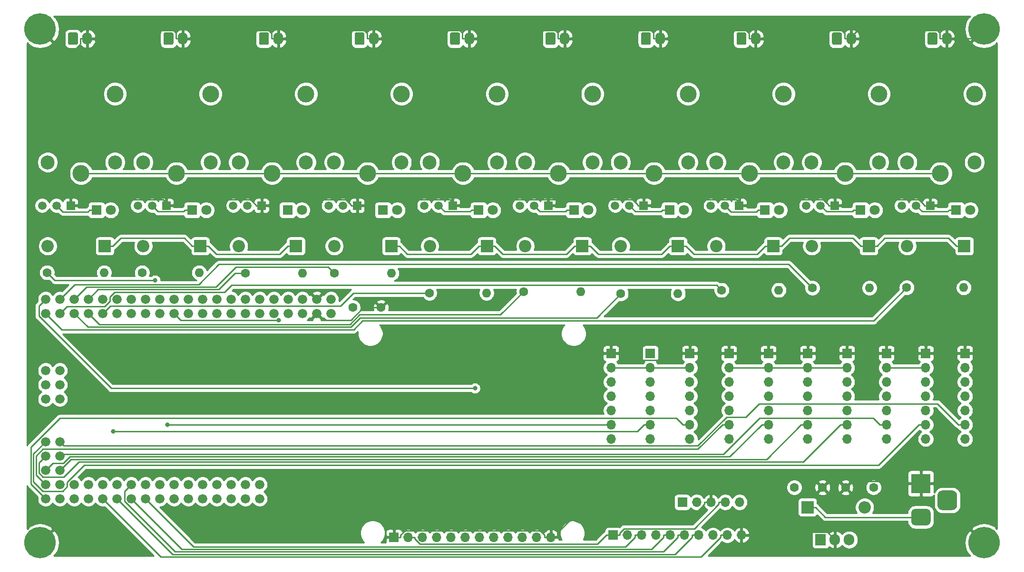
<source format=gbr>
%TF.GenerationSoftware,KiCad,Pcbnew,(5.1.7)-1*%
%TF.CreationDate,2023-02-24T20:45:29+00:00*%
%TF.ProjectId,quizbuzzer,7175697a-6275-47a7-9a65-722e6b696361,V0.1.0*%
%TF.SameCoordinates,Original*%
%TF.FileFunction,Copper,L1,Top*%
%TF.FilePolarity,Positive*%
%FSLAX46Y46*%
G04 Gerber Fmt 4.6, Leading zero omitted, Abs format (unit mm)*
G04 Created by KiCad (PCBNEW (5.1.7)-1) date 2023-02-24 20:45:29*
%MOMM*%
%LPD*%
G01*
G04 APERTURE LIST*
%TA.AperFunction,ComponentPad*%
%ADD10C,5.600000*%
%TD*%
%TA.AperFunction,ComponentPad*%
%ADD11O,1.700000X1.700000*%
%TD*%
%TA.AperFunction,ComponentPad*%
%ADD12R,1.700000X1.700000*%
%TD*%
%TA.AperFunction,ComponentPad*%
%ADD13R,1.500000X1.500000*%
%TD*%
%TA.AperFunction,ComponentPad*%
%ADD14C,1.500000*%
%TD*%
%TA.AperFunction,ComponentPad*%
%ADD15C,1.676400*%
%TD*%
%TA.AperFunction,ComponentPad*%
%ADD16O,1.905000X2.000000*%
%TD*%
%TA.AperFunction,ComponentPad*%
%ADD17R,1.905000X2.000000*%
%TD*%
%TA.AperFunction,ComponentPad*%
%ADD18O,1.600000X1.600000*%
%TD*%
%TA.AperFunction,ComponentPad*%
%ADD19C,1.600000*%
%TD*%
%TA.AperFunction,ComponentPad*%
%ADD20C,3.000000*%
%TD*%
%TA.AperFunction,ComponentPad*%
%ADD21C,2.500000*%
%TD*%
%TA.AperFunction,ComponentPad*%
%ADD22O,1.740000X2.190000*%
%TD*%
%TA.AperFunction,ComponentPad*%
%ADD23R,3.500000X3.500000*%
%TD*%
%TA.AperFunction,ComponentPad*%
%ADD24C,1.800000*%
%TD*%
%TA.AperFunction,ComponentPad*%
%ADD25R,1.800000X1.800000*%
%TD*%
%TA.AperFunction,ComponentPad*%
%ADD26O,2.200000X2.200000*%
%TD*%
%TA.AperFunction,ComponentPad*%
%ADD27R,2.200000X2.200000*%
%TD*%
%TA.AperFunction,ViaPad*%
%ADD28C,0.800000*%
%TD*%
%TA.AperFunction,Conductor*%
%ADD29C,0.250000*%
%TD*%
%TA.AperFunction,Conductor*%
%ADD30C,0.254000*%
%TD*%
%TA.AperFunction,Conductor*%
%ADD31C,0.100000*%
%TD*%
G04 APERTURE END LIST*
D10*
%TO.P,H4,1*%
%TO.N,GND*%
X203970000Y-16410000D03*
%TD*%
%TO.P,H3,1*%
%TO.N,GND*%
X35950000Y-16410000D03*
%TD*%
%TO.P,H2,1*%
%TO.N,GND*%
X203970000Y-107940000D03*
%TD*%
%TO.P,H1,1*%
%TO.N,GND*%
X35950000Y-107940000D03*
%TD*%
D11*
%TO.P,J2,12*%
%TO.N,GND*%
X126890000Y-106950000D03*
%TO.P,J2,11*%
%TO.N,Net-(J2-Pad11)*%
X124350000Y-106950000D03*
%TO.P,J2,10*%
%TO.N,Net-(J2-Pad10)*%
X121810000Y-106950000D03*
%TO.P,J2,9*%
%TO.N,Net-(J2-Pad9)*%
X119270000Y-106950000D03*
%TO.P,J2,8*%
%TO.N,Net-(J2-Pad8)*%
X116730000Y-106950000D03*
%TO.P,J2,7*%
%TO.N,Net-(J2-Pad7)*%
X114190000Y-106950000D03*
%TO.P,J2,6*%
%TO.N,Net-(J2-Pad6)*%
X111650000Y-106950000D03*
%TO.P,J2,5*%
%TO.N,Net-(J2-Pad5)*%
X109110000Y-106950000D03*
%TO.P,J2,4*%
%TO.N,Net-(J2-Pad4)*%
X106570000Y-106950000D03*
%TO.P,J2,3*%
%TO.N,Net-(J2-Pad3)*%
X104030000Y-106950000D03*
%TO.P,J2,2*%
%TO.N,+5V*%
X101490000Y-106950000D03*
D12*
%TO.P,J2,1*%
%TO.N,GND*%
X98950000Y-106950000D03*
%TD*%
D13*
%TO.P,Q10,1*%
%TO.N,GND*%
X194400000Y-47870000D03*
D14*
%TO.P,Q10,3*%
%TO.N,Net-(D20-Pad2)*%
X189320000Y-47870000D03*
%TO.P,Q10,2*%
%TO.N,Net-(D21-Pad1)*%
X191860000Y-47870000D03*
%TD*%
D13*
%TO.P,Q9,1*%
%TO.N,GND*%
X177400000Y-47870000D03*
D14*
%TO.P,Q9,3*%
%TO.N,Net-(D18-Pad2)*%
X172320000Y-47870000D03*
%TO.P,Q9,2*%
%TO.N,Net-(D19-Pad1)*%
X174860000Y-47870000D03*
%TD*%
D13*
%TO.P,Q8,1*%
%TO.N,GND*%
X160400000Y-47870000D03*
D14*
%TO.P,Q8,3*%
%TO.N,Net-(D13-Pad2)*%
X155320000Y-47870000D03*
%TO.P,Q8,2*%
%TO.N,Net-(D17-Pad1)*%
X157860000Y-47870000D03*
%TD*%
D13*
%TO.P,Q7,1*%
%TO.N,GND*%
X143400000Y-47870000D03*
D14*
%TO.P,Q7,3*%
%TO.N,Net-(D12-Pad2)*%
X138320000Y-47870000D03*
%TO.P,Q7,2*%
%TO.N,Net-(D16-Pad1)*%
X140860000Y-47870000D03*
%TD*%
D13*
%TO.P,Q6,1*%
%TO.N,GND*%
X126400000Y-47870000D03*
D14*
%TO.P,Q6,3*%
%TO.N,Net-(D11-Pad2)*%
X121320000Y-47870000D03*
%TO.P,Q6,2*%
%TO.N,Net-(D15-Pad1)*%
X123860000Y-47870000D03*
%TD*%
D13*
%TO.P,Q5,1*%
%TO.N,GND*%
X109400000Y-47870000D03*
D14*
%TO.P,Q5,3*%
%TO.N,Net-(D10-Pad2)*%
X104320000Y-47870000D03*
%TO.P,Q5,2*%
%TO.N,Net-(D14-Pad1)*%
X106860000Y-47870000D03*
%TD*%
D13*
%TO.P,Q4,1*%
%TO.N,GND*%
X92400000Y-47870000D03*
D14*
%TO.P,Q4,3*%
%TO.N,Net-(D5-Pad2)*%
X87320000Y-47870000D03*
%TO.P,Q4,2*%
%TO.N,Net-(D9-Pad1)*%
X89860000Y-47870000D03*
%TD*%
D13*
%TO.P,Q3,1*%
%TO.N,GND*%
X75400000Y-47870000D03*
D14*
%TO.P,Q3,3*%
%TO.N,Net-(D4-Pad2)*%
X70320000Y-47870000D03*
%TO.P,Q3,2*%
%TO.N,Net-(D8-Pad1)*%
X72860000Y-47870000D03*
%TD*%
D13*
%TO.P,Q2,1*%
%TO.N,GND*%
X58400000Y-47870000D03*
D14*
%TO.P,Q2,3*%
%TO.N,Net-(D3-Pad2)*%
X53320000Y-47870000D03*
%TO.P,Q2,2*%
%TO.N,Net-(D7-Pad1)*%
X55860000Y-47870000D03*
%TD*%
D13*
%TO.P,Q1,1*%
%TO.N,GND*%
X41400000Y-47870000D03*
D14*
%TO.P,Q1,3*%
%TO.N,Net-(D2-Pad2)*%
X36320000Y-47870000D03*
%TO.P,Q1,2*%
%TO.N,Net-(D6-Pad1)*%
X38860000Y-47870000D03*
%TD*%
D15*
%TO.P,XA1,VIN*%
%TO.N,Net-(XA1-PadVIN)*%
X87730000Y-67090000D03*
X87730000Y-64550000D03*
%TO.P,XA1,GND1*%
%TO.N,GND*%
X85190000Y-67090000D03*
%TO.P,XA1,GND2*%
X85190000Y-64550000D03*
%TO.P,XA1,5V2*%
%TO.N,+5V*%
X82650000Y-64550000D03*
%TO.P,XA1,5V1*%
X82650000Y-67090000D03*
%TO.P,XA1,3V3*%
%TO.N,Net-(XA1-Pad3V3)*%
X80110000Y-67090000D03*
X80110000Y-64550000D03*
%TO.P,XA1,RST*%
%TO.N,N/C*%
X77570000Y-64550000D03*
%TO.P,XA1,AREF*%
%TO.N,Net-(XA1-PadAREF)*%
X77570000Y-67090000D03*
%TO.P,XA1,D0*%
%TO.N,Net-(XA1-PadD0)*%
X75030000Y-67090000D03*
%TO.P,XA1,D1*%
%TO.N,Net-(XA1-PadD1)*%
X75030000Y-64550000D03*
%TO.P,XA1,D3*%
%TO.N,Net-(XA1-PadD3)*%
X72490000Y-64550000D03*
%TO.P,XA1,D5*%
%TO.N,Net-(J2-Pad4)*%
X69950000Y-64550000D03*
%TO.P,XA1,D7*%
%TO.N,Net-(J2-Pad6)*%
X67410000Y-64550000D03*
%TO.P,XA1,D9*%
%TO.N,Net-(J2-Pad8)*%
X64870000Y-64550000D03*
%TO.P,XA1,D11*%
%TO.N,Net-(J2-Pad10)*%
X62330000Y-64550000D03*
%TO.P,XA1,D13*%
%TO.N,Lamp1*%
X59790000Y-64550000D03*
%TO.P,XA1,D15*%
%TO.N,Net-(XA1-PadD15)*%
X57250000Y-64550000D03*
%TO.P,XA1,D17*%
%TO.N,Net-(XA1-PadD17)*%
X54710000Y-64550000D03*
%TO.P,XA1,D19*%
%TO.N,Net-(XA1-PadD19)*%
X52170000Y-64550000D03*
%TO.P,XA1,D21*%
%TO.N,SCL*%
X49630000Y-64550000D03*
%TO.P,XA1,D2*%
%TO.N,Net-(XA1-PadD2)*%
X72490000Y-67090000D03*
%TO.P,XA1,D4*%
%TO.N,Net-(J2-Pad3)*%
X69950000Y-67090000D03*
%TO.P,XA1,D6*%
%TO.N,Net-(J2-Pad5)*%
X67410000Y-67090000D03*
%TO.P,XA1,D8*%
%TO.N,Net-(J2-Pad7)*%
X64870000Y-67090000D03*
%TO.P,XA1,D10*%
%TO.N,Net-(J2-Pad9)*%
X62330000Y-67090000D03*
%TO.P,XA1,D12*%
%TO.N,Net-(J2-Pad11)*%
X59790000Y-67090000D03*
%TO.P,XA1,D14*%
%TO.N,Net-(XA1-PadD14)*%
X57250000Y-67090000D03*
%TO.P,XA1,D16*%
%TO.N,Net-(XA1-PadD16)*%
X54710000Y-67090000D03*
%TO.P,XA1,D18*%
%TO.N,Net-(XA1-PadD18)*%
X52170000Y-67090000D03*
%TO.P,XA1,D20*%
%TO.N,SDA*%
X49630000Y-67090000D03*
%TO.P,XA1,D23*%
%TO.N,Lamp3*%
X47090000Y-64550000D03*
%TO.P,XA1,D25*%
%TO.N,Lamp5*%
X44550000Y-64550000D03*
%TO.P,XA1,D27*%
%TO.N,Lamp7*%
X42010000Y-64550000D03*
%TO.P,XA1,D29*%
%TO.N,Lamp9*%
X39470000Y-64550000D03*
%TO.P,XA1,D31*%
%TO.N,Net-(J1-Pad2)*%
X36930000Y-64550000D03*
%TO.P,XA1,D30*%
%TO.N,Lamp10*%
X36930000Y-67090000D03*
%TO.P,XA1,D28*%
%TO.N,Lamp8*%
X39470000Y-67090000D03*
%TO.P,XA1,D26*%
%TO.N,Lamp6*%
X42010000Y-67090000D03*
%TO.P,XA1,D24*%
%TO.N,Lamp4*%
X44550000Y-67090000D03*
%TO.P,XA1,D22*%
%TO.N,Lamp2*%
X47090000Y-67090000D03*
%TO.P,XA1,A1*%
%TO.N,Net-(XA1-PadA1)*%
X75030000Y-97570000D03*
%TO.P,XA1,A0*%
%TO.N,Net-(XA1-PadA0)*%
X75030000Y-100110000D03*
%TO.P,XA1,A2*%
%TO.N,Net-(XA1-PadA2)*%
X72490000Y-100110000D03*
%TO.P,XA1,A3*%
%TO.N,Net-(XA1-PadA3)*%
X72490000Y-97570000D03*
%TO.P,XA1,A5*%
%TO.N,Net-(XA1-PadA5)*%
X69950000Y-97570000D03*
%TO.P,XA1,A4*%
%TO.N,Net-(XA1-PadA4)*%
X69950000Y-100110000D03*
%TO.P,XA1,A6*%
%TO.N,Net-(XA1-PadA6)*%
X67410000Y-100110000D03*
%TO.P,XA1,A7*%
%TO.N,Net-(XA1-PadA7)*%
X67410000Y-97570000D03*
%TO.P,XA1,A8*%
%TO.N,Net-(XA1-PadA8)*%
X64870000Y-100110000D03*
%TO.P,XA1,A9*%
%TO.N,Net-(XA1-PadA9)*%
X64870000Y-97570000D03*
%TO.P,XA1,A10*%
%TO.N,Net-(XA1-PadA10)*%
X62330000Y-100110000D03*
%TO.P,XA1,A11*%
%TO.N,Net-(XA1-PadA11)*%
X62330000Y-97570000D03*
%TO.P,XA1,A12*%
%TO.N,Net-(XA1-PadA12)*%
X59790000Y-100110000D03*
%TO.P,XA1,A13*%
%TO.N,Net-(XA1-PadA13)*%
X59790000Y-97570000D03*
%TO.P,XA1,A14*%
%TO.N,Net-(XA1-PadA14)*%
X57250000Y-100110000D03*
%TO.P,XA1,A15*%
%TO.N,Net-(XA1-PadA15)*%
X57250000Y-97570000D03*
%TO.P,XA1,D32*%
%TO.N,Net-(J1-Pad3)*%
X54710000Y-100110000D03*
%TO.P,XA1,D33*%
%TO.N,Net-(J1-Pad4)*%
X54710000Y-97570000D03*
%TO.P,XA1,D34*%
%TO.N,Net-(J1-Pad5)*%
X52170000Y-100110000D03*
%TO.P,XA1,D35*%
%TO.N,Net-(J1-Pad6)*%
X52170000Y-97570000D03*
%TO.P,XA1,D36*%
%TO.N,Net-(J1-Pad7)*%
X49630000Y-100110000D03*
%TO.P,XA1,D37*%
%TO.N,Net-(J1-Pad8)*%
X49630000Y-97570000D03*
%TO.P,XA1,D38*%
%TO.N,Net-(J1-Pad9)*%
X47090000Y-100110000D03*
%TO.P,XA1,D39*%
%TO.N,Net-(XA1-PadD39)*%
X47090000Y-97570000D03*
%TO.P,XA1,D40*%
%TO.N,Net-(XA1-PadD40)*%
X44550000Y-100110000D03*
%TO.P,XA1,D41*%
%TO.N,Net-(XA1-PadD41)*%
X44550000Y-97570000D03*
%TO.P,XA1,D42*%
%TO.N,Net-(XA1-PadD42)*%
X42010000Y-100110000D03*
%TO.P,XA1,D43*%
%TO.N,Net-(XA1-PadD43)*%
X42010000Y-97570000D03*
%TO.P,XA1,D44*%
%TO.N,Rec1*%
X39470000Y-100110000D03*
%TO.P,XA1,D45*%
%TO.N,Rec2*%
X39470000Y-97570000D03*
%TO.P,XA1,D46*%
%TO.N,Rec3*%
X36930000Y-100110000D03*
%TO.P,XA1,D47*%
%TO.N,Rec4*%
X36930000Y-97570000D03*
%TO.P,XA1,D48*%
%TO.N,Rec5*%
X36930000Y-95030000D03*
%TO.P,XA1,D49*%
%TO.N,Rec6*%
X39470000Y-95030000D03*
%TO.P,XA1,D51*%
%TO.N,Rec8*%
X39470000Y-92490000D03*
%TO.P,XA1,D50*%
%TO.N,Rec7*%
X36930000Y-92490000D03*
%TO.P,XA1,D52*%
%TO.N,Rec9*%
X36930000Y-89950000D03*
%TO.P,XA1,D53*%
%TO.N,Rec10*%
X39470000Y-89950000D03*
%TO.P,XA1,RST1*%
%TO.N,Net-(XA1-PadRST1)*%
X39470000Y-77250000D03*
%TO.P,XA1,GND3*%
%TO.N,N/C*%
X36930000Y-77250000D03*
%TO.P,XA1,SCK*%
%TO.N,Net-(XA1-PadSCK)*%
X39470000Y-79790000D03*
%TO.P,XA1,MISO*%
%TO.N,Net-(XA1-PadMISO)*%
X39470000Y-82330000D03*
%TO.P,XA1,5V3*%
%TO.N,+5V*%
X36930000Y-82330000D03*
%TO.P,XA1,MOSI*%
%TO.N,Net-(XA1-PadMOSI)*%
X36930000Y-79790000D03*
%TD*%
D16*
%TO.P,U1,3*%
%TO.N,+5V*%
X179980000Y-107420000D03*
%TO.P,U1,2*%
%TO.N,GND*%
X177440000Y-107420000D03*
D17*
%TO.P,U1,1*%
%TO.N,+12V*%
X174900000Y-107420000D03*
%TD*%
D18*
%TO.P,R18,2*%
%TO.N,Net-(D21-Pad2)*%
X200380000Y-62490000D03*
D19*
%TO.P,R18,1*%
%TO.N,Lamp10*%
X190220000Y-62490000D03*
%TD*%
D18*
%TO.P,R17,2*%
%TO.N,Net-(D19-Pad2)*%
X183570000Y-62530000D03*
D19*
%TO.P,R17,1*%
%TO.N,Lamp9*%
X173410000Y-62530000D03*
%TD*%
D18*
%TO.P,R16,2*%
%TO.N,Net-(D17-Pad2)*%
X167430000Y-62920000D03*
D19*
%TO.P,R16,1*%
%TO.N,Lamp8*%
X157270000Y-62920000D03*
%TD*%
D18*
%TO.P,R15,2*%
%TO.N,Net-(D16-Pad2)*%
X149500000Y-63570000D03*
D19*
%TO.P,R15,1*%
%TO.N,Lamp6*%
X139340000Y-63570000D03*
%TD*%
D18*
%TO.P,R14,2*%
%TO.N,Net-(D15-Pad2)*%
X132200000Y-63180000D03*
D19*
%TO.P,R14,1*%
%TO.N,Lamp4*%
X122040000Y-63180000D03*
%TD*%
D18*
%TO.P,R13,2*%
%TO.N,Net-(D14-Pad2)*%
X115420000Y-63440000D03*
D19*
%TO.P,R13,1*%
%TO.N,Lamp2*%
X105260000Y-63440000D03*
%TD*%
D18*
%TO.P,R12,2*%
%TO.N,Net-(D9-Pad2)*%
X98520000Y-59930000D03*
D19*
%TO.P,R12,1*%
%TO.N,Lamp7*%
X88360000Y-59930000D03*
%TD*%
D18*
%TO.P,R11,2*%
%TO.N,Net-(D8-Pad2)*%
X82650000Y-59930000D03*
D19*
%TO.P,R11,1*%
%TO.N,Lamp5*%
X72490000Y-59930000D03*
%TD*%
D18*
%TO.P,R10,2*%
%TO.N,Net-(D7-Pad2)*%
X64250000Y-59800000D03*
D19*
%TO.P,R10,1*%
%TO.N,Lamp3*%
X54090000Y-59800000D03*
%TD*%
D18*
%TO.P,R9,2*%
%TO.N,Net-(D6-Pad2)*%
X47330000Y-59790000D03*
D19*
%TO.P,R9,1*%
%TO.N,Lamp1*%
X37170000Y-59790000D03*
%TD*%
D20*
%TO.P,K10,1*%
%TO.N,+12V*%
X196230000Y-42110000D03*
D21*
%TO.P,K10,5*%
%TO.N,Net-(D20-Pad2)*%
X190280000Y-40160000D03*
D20*
%TO.P,K10,3*%
%TO.N,Net-(J24-Pad1)*%
X202280000Y-27960000D03*
D21*
%TO.P,K10,2*%
%TO.N,+5V*%
X202280000Y-40160000D03*
%TD*%
D20*
%TO.P,K9,1*%
%TO.N,+12V*%
X179230000Y-42110000D03*
D21*
%TO.P,K9,5*%
%TO.N,Net-(D18-Pad2)*%
X173280000Y-40160000D03*
D20*
%TO.P,K9,3*%
%TO.N,Net-(J23-Pad1)*%
X185280000Y-27960000D03*
D21*
%TO.P,K9,2*%
%TO.N,+5V*%
X185280000Y-40160000D03*
%TD*%
D20*
%TO.P,K8,1*%
%TO.N,+12V*%
X162230000Y-42110000D03*
D21*
%TO.P,K8,5*%
%TO.N,Net-(D13-Pad2)*%
X156280000Y-40160000D03*
D20*
%TO.P,K8,3*%
%TO.N,Net-(J22-Pad1)*%
X168280000Y-27960000D03*
D21*
%TO.P,K8,2*%
%TO.N,+5V*%
X168280000Y-40160000D03*
%TD*%
D20*
%TO.P,K7,1*%
%TO.N,+12V*%
X145230000Y-42110000D03*
D21*
%TO.P,K7,5*%
%TO.N,Net-(D12-Pad2)*%
X139280000Y-40160000D03*
D20*
%TO.P,K7,3*%
%TO.N,Net-(J21-Pad1)*%
X151280000Y-27960000D03*
D21*
%TO.P,K7,2*%
%TO.N,+5V*%
X151280000Y-40160000D03*
%TD*%
D20*
%TO.P,K6,1*%
%TO.N,+12V*%
X128230000Y-42110000D03*
D21*
%TO.P,K6,5*%
%TO.N,Net-(D11-Pad2)*%
X122280000Y-40160000D03*
D20*
%TO.P,K6,3*%
%TO.N,Net-(J20-Pad1)*%
X134280000Y-27960000D03*
D21*
%TO.P,K6,2*%
%TO.N,+5V*%
X134280000Y-40160000D03*
%TD*%
D20*
%TO.P,K5,1*%
%TO.N,+12V*%
X111230000Y-42110000D03*
D21*
%TO.P,K5,5*%
%TO.N,Net-(D10-Pad2)*%
X105280000Y-40160000D03*
D20*
%TO.P,K5,3*%
%TO.N,Net-(J19-Pad1)*%
X117280000Y-27960000D03*
D21*
%TO.P,K5,2*%
%TO.N,+5V*%
X117280000Y-40160000D03*
%TD*%
D20*
%TO.P,K4,1*%
%TO.N,+12V*%
X94230000Y-42110000D03*
D21*
%TO.P,K4,5*%
%TO.N,Net-(D5-Pad2)*%
X88280000Y-40160000D03*
D20*
%TO.P,K4,3*%
%TO.N,Net-(J18-Pad1)*%
X100280000Y-27960000D03*
D21*
%TO.P,K4,2*%
%TO.N,+5V*%
X100280000Y-40160000D03*
%TD*%
D20*
%TO.P,K3,1*%
%TO.N,+12V*%
X77230000Y-42110000D03*
D21*
%TO.P,K3,5*%
%TO.N,Net-(D4-Pad2)*%
X71280000Y-40160000D03*
D20*
%TO.P,K3,3*%
%TO.N,Net-(J17-Pad1)*%
X83280000Y-27960000D03*
D21*
%TO.P,K3,2*%
%TO.N,+5V*%
X83280000Y-40160000D03*
%TD*%
D20*
%TO.P,K2,1*%
%TO.N,+12V*%
X60230000Y-42110000D03*
D21*
%TO.P,K2,5*%
%TO.N,Net-(D3-Pad2)*%
X54280000Y-40160000D03*
D20*
%TO.P,K2,3*%
%TO.N,Net-(J16-Pad1)*%
X66280000Y-27960000D03*
D21*
%TO.P,K2,2*%
%TO.N,+5V*%
X66280000Y-40160000D03*
%TD*%
D20*
%TO.P,K1,1*%
%TO.N,+12V*%
X43230000Y-42110000D03*
D21*
%TO.P,K1,5*%
%TO.N,Net-(D2-Pad2)*%
X37280000Y-40160000D03*
D20*
%TO.P,K1,3*%
%TO.N,Net-(J15-Pad1)*%
X49280000Y-27960000D03*
D21*
%TO.P,K1,2*%
%TO.N,+5V*%
X49280000Y-40160000D03*
%TD*%
D22*
%TO.P,J24,2*%
%TO.N,GND*%
X197340000Y-18110000D03*
%TO.P,J24,1*%
%TO.N,Net-(J24-Pad1)*%
%TA.AperFunction,ComponentPad*%
G36*
G01*
X193930000Y-18955001D02*
X193930000Y-17264999D01*
G75*
G02*
X194179999Y-17015000I249999J0D01*
G01*
X195420001Y-17015000D01*
G75*
G02*
X195670000Y-17264999I0J-249999D01*
G01*
X195670000Y-18955001D01*
G75*
G02*
X195420001Y-19205000I-249999J0D01*
G01*
X194179999Y-19205000D01*
G75*
G02*
X193930000Y-18955001I0J249999D01*
G01*
G37*
%TD.AperFunction*%
%TD*%
%TO.P,J23,2*%
%TO.N,GND*%
X180340000Y-18110000D03*
%TO.P,J23,1*%
%TO.N,Net-(J23-Pad1)*%
%TA.AperFunction,ComponentPad*%
G36*
G01*
X176930000Y-18955001D02*
X176930000Y-17264999D01*
G75*
G02*
X177179999Y-17015000I249999J0D01*
G01*
X178420001Y-17015000D01*
G75*
G02*
X178670000Y-17264999I0J-249999D01*
G01*
X178670000Y-18955001D01*
G75*
G02*
X178420001Y-19205000I-249999J0D01*
G01*
X177179999Y-19205000D01*
G75*
G02*
X176930000Y-18955001I0J249999D01*
G01*
G37*
%TD.AperFunction*%
%TD*%
%TO.P,J22,2*%
%TO.N,GND*%
X163340000Y-18110000D03*
%TO.P,J22,1*%
%TO.N,Net-(J22-Pad1)*%
%TA.AperFunction,ComponentPad*%
G36*
G01*
X159930000Y-18955001D02*
X159930000Y-17264999D01*
G75*
G02*
X160179999Y-17015000I249999J0D01*
G01*
X161420001Y-17015000D01*
G75*
G02*
X161670000Y-17264999I0J-249999D01*
G01*
X161670000Y-18955001D01*
G75*
G02*
X161420001Y-19205000I-249999J0D01*
G01*
X160179999Y-19205000D01*
G75*
G02*
X159930000Y-18955001I0J249999D01*
G01*
G37*
%TD.AperFunction*%
%TD*%
%TO.P,J21,2*%
%TO.N,GND*%
X146340000Y-18110000D03*
%TO.P,J21,1*%
%TO.N,Net-(J21-Pad1)*%
%TA.AperFunction,ComponentPad*%
G36*
G01*
X142930000Y-18955001D02*
X142930000Y-17264999D01*
G75*
G02*
X143179999Y-17015000I249999J0D01*
G01*
X144420001Y-17015000D01*
G75*
G02*
X144670000Y-17264999I0J-249999D01*
G01*
X144670000Y-18955001D01*
G75*
G02*
X144420001Y-19205000I-249999J0D01*
G01*
X143179999Y-19205000D01*
G75*
G02*
X142930000Y-18955001I0J249999D01*
G01*
G37*
%TD.AperFunction*%
%TD*%
%TO.P,J20,2*%
%TO.N,GND*%
X129340000Y-18110000D03*
%TO.P,J20,1*%
%TO.N,Net-(J20-Pad1)*%
%TA.AperFunction,ComponentPad*%
G36*
G01*
X125930000Y-18955001D02*
X125930000Y-17264999D01*
G75*
G02*
X126179999Y-17015000I249999J0D01*
G01*
X127420001Y-17015000D01*
G75*
G02*
X127670000Y-17264999I0J-249999D01*
G01*
X127670000Y-18955001D01*
G75*
G02*
X127420001Y-19205000I-249999J0D01*
G01*
X126179999Y-19205000D01*
G75*
G02*
X125930000Y-18955001I0J249999D01*
G01*
G37*
%TD.AperFunction*%
%TD*%
%TO.P,J19,2*%
%TO.N,GND*%
X112340000Y-18110000D03*
%TO.P,J19,1*%
%TO.N,Net-(J19-Pad1)*%
%TA.AperFunction,ComponentPad*%
G36*
G01*
X108930000Y-18955001D02*
X108930000Y-17264999D01*
G75*
G02*
X109179999Y-17015000I249999J0D01*
G01*
X110420001Y-17015000D01*
G75*
G02*
X110670000Y-17264999I0J-249999D01*
G01*
X110670000Y-18955001D01*
G75*
G02*
X110420001Y-19205000I-249999J0D01*
G01*
X109179999Y-19205000D01*
G75*
G02*
X108930000Y-18955001I0J249999D01*
G01*
G37*
%TD.AperFunction*%
%TD*%
%TO.P,J18,2*%
%TO.N,GND*%
X95340000Y-18110000D03*
%TO.P,J18,1*%
%TO.N,Net-(J18-Pad1)*%
%TA.AperFunction,ComponentPad*%
G36*
G01*
X91930000Y-18955001D02*
X91930000Y-17264999D01*
G75*
G02*
X92179999Y-17015000I249999J0D01*
G01*
X93420001Y-17015000D01*
G75*
G02*
X93670000Y-17264999I0J-249999D01*
G01*
X93670000Y-18955001D01*
G75*
G02*
X93420001Y-19205000I-249999J0D01*
G01*
X92179999Y-19205000D01*
G75*
G02*
X91930000Y-18955001I0J249999D01*
G01*
G37*
%TD.AperFunction*%
%TD*%
%TO.P,J17,2*%
%TO.N,GND*%
X78340000Y-18110000D03*
%TO.P,J17,1*%
%TO.N,Net-(J17-Pad1)*%
%TA.AperFunction,ComponentPad*%
G36*
G01*
X74930000Y-18955001D02*
X74930000Y-17264999D01*
G75*
G02*
X75179999Y-17015000I249999J0D01*
G01*
X76420001Y-17015000D01*
G75*
G02*
X76670000Y-17264999I0J-249999D01*
G01*
X76670000Y-18955001D01*
G75*
G02*
X76420001Y-19205000I-249999J0D01*
G01*
X75179999Y-19205000D01*
G75*
G02*
X74930000Y-18955001I0J249999D01*
G01*
G37*
%TD.AperFunction*%
%TD*%
%TO.P,J16,2*%
%TO.N,GND*%
X61340000Y-18110000D03*
%TO.P,J16,1*%
%TO.N,Net-(J16-Pad1)*%
%TA.AperFunction,ComponentPad*%
G36*
G01*
X57930000Y-18955001D02*
X57930000Y-17264999D01*
G75*
G02*
X58179999Y-17015000I249999J0D01*
G01*
X59420001Y-17015000D01*
G75*
G02*
X59670000Y-17264999I0J-249999D01*
G01*
X59670000Y-18955001D01*
G75*
G02*
X59420001Y-19205000I-249999J0D01*
G01*
X58179999Y-19205000D01*
G75*
G02*
X57930000Y-18955001I0J249999D01*
G01*
G37*
%TD.AperFunction*%
%TD*%
%TO.P,J15,2*%
%TO.N,GND*%
X44340000Y-18110000D03*
%TO.P,J15,1*%
%TO.N,Net-(J15-Pad1)*%
%TA.AperFunction,ComponentPad*%
G36*
G01*
X40930000Y-18955001D02*
X40930000Y-17264999D01*
G75*
G02*
X41179999Y-17015000I249999J0D01*
G01*
X42420001Y-17015000D01*
G75*
G02*
X42670000Y-17264999I0J-249999D01*
G01*
X42670000Y-18955001D01*
G75*
G02*
X42420001Y-19205000I-249999J0D01*
G01*
X41179999Y-19205000D01*
G75*
G02*
X40930000Y-18955001I0J249999D01*
G01*
G37*
%TD.AperFunction*%
%TD*%
D11*
%TO.P,J14,7*%
%TO.N,Net-(J14-Pad7)*%
X200590000Y-89450000D03*
%TO.P,J14,6*%
%TO.N,Rec10*%
X200590000Y-86910000D03*
%TO.P,J14,5*%
%TO.N,Net-(J14-Pad5)*%
X200590000Y-84370000D03*
%TO.P,J14,4*%
%TO.N,Net-(J14-Pad4)*%
X200590000Y-81830000D03*
%TO.P,J14,3*%
%TO.N,Net-(J14-Pad3)*%
X200590000Y-79290000D03*
%TO.P,J14,2*%
%TO.N,+5V*%
X200590000Y-76750000D03*
D12*
%TO.P,J14,1*%
%TO.N,GND*%
X200590000Y-74210000D03*
%TD*%
D11*
%TO.P,J13,7*%
%TO.N,Net-(J13-Pad7)*%
X186590000Y-89450000D03*
%TO.P,J13,6*%
%TO.N,Rec8*%
X186590000Y-86910000D03*
%TO.P,J13,5*%
%TO.N,Net-(J13-Pad5)*%
X186590000Y-84370000D03*
%TO.P,J13,4*%
%TO.N,Net-(J13-Pad4)*%
X186590000Y-81830000D03*
%TO.P,J13,3*%
%TO.N,Net-(J13-Pad3)*%
X186590000Y-79290000D03*
%TO.P,J13,2*%
%TO.N,+5V*%
X186590000Y-76750000D03*
D12*
%TO.P,J13,1*%
%TO.N,GND*%
X186590000Y-74210000D03*
%TD*%
D11*
%TO.P,J12,7*%
%TO.N,Net-(J12-Pad7)*%
X179590000Y-89450000D03*
%TO.P,J12,6*%
%TO.N,Rec7*%
X179590000Y-86910000D03*
%TO.P,J12,5*%
%TO.N,Net-(J12-Pad5)*%
X179590000Y-84370000D03*
%TO.P,J12,4*%
%TO.N,Net-(J12-Pad4)*%
X179590000Y-81830000D03*
%TO.P,J12,3*%
%TO.N,Net-(J12-Pad3)*%
X179590000Y-79290000D03*
%TO.P,J12,2*%
%TO.N,+5V*%
X179590000Y-76750000D03*
D12*
%TO.P,J12,1*%
%TO.N,GND*%
X179590000Y-74210000D03*
%TD*%
D11*
%TO.P,J11,7*%
%TO.N,Net-(J11-Pad7)*%
X172590000Y-89450000D03*
%TO.P,J11,6*%
%TO.N,Rec6*%
X172590000Y-86910000D03*
%TO.P,J11,5*%
%TO.N,Net-(J11-Pad5)*%
X172590000Y-84370000D03*
%TO.P,J11,4*%
%TO.N,Net-(J11-Pad4)*%
X172590000Y-81830000D03*
%TO.P,J11,3*%
%TO.N,Net-(J11-Pad3)*%
X172590000Y-79290000D03*
%TO.P,J11,2*%
%TO.N,+5V*%
X172590000Y-76750000D03*
D12*
%TO.P,J11,1*%
%TO.N,GND*%
X172590000Y-74210000D03*
%TD*%
D11*
%TO.P,J10,7*%
%TO.N,Net-(J10-Pad7)*%
X165590000Y-89450000D03*
%TO.P,J10,6*%
%TO.N,Rec5*%
X165590000Y-86910000D03*
%TO.P,J10,5*%
%TO.N,Net-(J10-Pad5)*%
X165590000Y-84370000D03*
%TO.P,J10,4*%
%TO.N,Net-(J10-Pad4)*%
X165590000Y-81830000D03*
%TO.P,J10,3*%
%TO.N,Net-(J10-Pad3)*%
X165590000Y-79290000D03*
%TO.P,J10,2*%
%TO.N,+5V*%
X165590000Y-76750000D03*
D12*
%TO.P,J10,1*%
%TO.N,GND*%
X165590000Y-74210000D03*
%TD*%
D11*
%TO.P,J9,7*%
%TO.N,Net-(J9-Pad7)*%
X193590000Y-89450000D03*
%TO.P,J9,6*%
%TO.N,Rec9*%
X193590000Y-86910000D03*
%TO.P,J9,5*%
%TO.N,Net-(J9-Pad5)*%
X193590000Y-84370000D03*
%TO.P,J9,4*%
%TO.N,Net-(J9-Pad4)*%
X193590000Y-81830000D03*
%TO.P,J9,3*%
%TO.N,Net-(J9-Pad3)*%
X193590000Y-79290000D03*
%TO.P,J9,2*%
%TO.N,+5V*%
X193590000Y-76750000D03*
D12*
%TO.P,J9,1*%
%TO.N,GND*%
X193590000Y-74210000D03*
%TD*%
D11*
%TO.P,J8,7*%
%TO.N,Net-(J8-Pad7)*%
X158590000Y-89450000D03*
%TO.P,J8,6*%
%TO.N,Rec4*%
X158590000Y-86910000D03*
%TO.P,J8,5*%
%TO.N,Net-(J8-Pad5)*%
X158590000Y-84370000D03*
%TO.P,J8,4*%
%TO.N,Net-(J8-Pad4)*%
X158590000Y-81830000D03*
%TO.P,J8,3*%
%TO.N,Net-(J8-Pad3)*%
X158590000Y-79290000D03*
%TO.P,J8,2*%
%TO.N,+5V*%
X158590000Y-76750000D03*
D12*
%TO.P,J8,1*%
%TO.N,GND*%
X158590000Y-74210000D03*
%TD*%
D11*
%TO.P,J7,7*%
%TO.N,Net-(J7-Pad7)*%
X151590000Y-89450000D03*
%TO.P,J7,6*%
%TO.N,Rec3*%
X151590000Y-86910000D03*
%TO.P,J7,5*%
%TO.N,Net-(J7-Pad5)*%
X151590000Y-84370000D03*
%TO.P,J7,4*%
%TO.N,Net-(J7-Pad4)*%
X151590000Y-81830000D03*
%TO.P,J7,3*%
%TO.N,Net-(J7-Pad3)*%
X151590000Y-79290000D03*
%TO.P,J7,2*%
%TO.N,+5V*%
X151590000Y-76750000D03*
D12*
%TO.P,J7,1*%
%TO.N,GND*%
X151590000Y-74210000D03*
%TD*%
D11*
%TO.P,J6,7*%
%TO.N,Net-(J6-Pad7)*%
X144590000Y-89450000D03*
%TO.P,J6,6*%
%TO.N,Rec2*%
X144590000Y-86910000D03*
%TO.P,J6,5*%
%TO.N,Net-(J6-Pad5)*%
X144590000Y-84370000D03*
%TO.P,J6,4*%
%TO.N,Net-(J6-Pad4)*%
X144590000Y-81830000D03*
%TO.P,J6,3*%
%TO.N,Net-(J6-Pad3)*%
X144590000Y-79290000D03*
%TO.P,J6,2*%
%TO.N,+5V*%
X144590000Y-76750000D03*
D12*
%TO.P,J6,1*%
%TO.N,Net-(J6-Pad1)*%
X144590000Y-74210000D03*
%TD*%
D11*
%TO.P,J5,7*%
%TO.N,Net-(J5-Pad7)*%
X137590000Y-89450000D03*
%TO.P,J5,6*%
%TO.N,Rec1*%
X137590000Y-86910000D03*
%TO.P,J5,5*%
%TO.N,Net-(J5-Pad5)*%
X137590000Y-84370000D03*
%TO.P,J5,4*%
%TO.N,Net-(J5-Pad4)*%
X137590000Y-81830000D03*
%TO.P,J5,3*%
%TO.N,Net-(J5-Pad3)*%
X137590000Y-79290000D03*
%TO.P,J5,2*%
%TO.N,+5V*%
X137590000Y-76750000D03*
D12*
%TO.P,J5,1*%
%TO.N,GND*%
X137590000Y-74210000D03*
%TD*%
%TO.P,J4,3*%
%TO.N,N/C*%
%TA.AperFunction,ComponentPad*%
G36*
G01*
X198315000Y-102140000D02*
X196565000Y-102140000D01*
G75*
G02*
X195690000Y-101265000I0J875000D01*
G01*
X195690000Y-99515000D01*
G75*
G02*
X196565000Y-98640000I875000J0D01*
G01*
X198315000Y-98640000D01*
G75*
G02*
X199190000Y-99515000I0J-875000D01*
G01*
X199190000Y-101265000D01*
G75*
G02*
X198315000Y-102140000I-875000J0D01*
G01*
G37*
%TD.AperFunction*%
%TO.P,J4,2*%
%TO.N,+12V*%
%TA.AperFunction,ComponentPad*%
G36*
G01*
X193740000Y-104890000D02*
X191740000Y-104890000D01*
G75*
G02*
X190990000Y-104140000I0J750000D01*
G01*
X190990000Y-102640000D01*
G75*
G02*
X191740000Y-101890000I750000J0D01*
G01*
X193740000Y-101890000D01*
G75*
G02*
X194490000Y-102640000I0J-750000D01*
G01*
X194490000Y-104140000D01*
G75*
G02*
X193740000Y-104890000I-750000J0D01*
G01*
G37*
%TD.AperFunction*%
D23*
%TO.P,J4,1*%
%TO.N,GND*%
X192740000Y-97390000D03*
%TD*%
D11*
%TO.P,J3,5*%
%TO.N,N/C*%
X160440000Y-100720000D03*
%TO.P,J3,4*%
%TO.N,+5V*%
X157900000Y-100720000D03*
%TO.P,J3,3*%
%TO.N,GND*%
X155360000Y-100720000D03*
%TO.P,J3,2*%
%TO.N,SDA*%
X152820000Y-100720000D03*
D12*
%TO.P,J3,1*%
%TO.N,SCL*%
X150280000Y-100720000D03*
%TD*%
D11*
%TO.P,J1,10*%
%TO.N,GND*%
X160800000Y-106600000D03*
%TO.P,J1,9*%
%TO.N,Net-(J1-Pad9)*%
X158260000Y-106600000D03*
%TO.P,J1,8*%
%TO.N,Net-(J1-Pad8)*%
X155720000Y-106600000D03*
%TO.P,J1,7*%
%TO.N,Net-(J1-Pad7)*%
X153180000Y-106600000D03*
%TO.P,J1,6*%
%TO.N,Net-(J1-Pad6)*%
X150640000Y-106600000D03*
%TO.P,J1,5*%
%TO.N,Net-(J1-Pad5)*%
X148100000Y-106600000D03*
%TO.P,J1,4*%
%TO.N,Net-(J1-Pad4)*%
X145560000Y-106600000D03*
%TO.P,J1,3*%
%TO.N,Net-(J1-Pad3)*%
X143020000Y-106600000D03*
%TO.P,J1,2*%
%TO.N,Net-(J1-Pad2)*%
X140480000Y-106600000D03*
D12*
%TO.P,J1,1*%
%TO.N,+5V*%
X137940000Y-106600000D03*
%TD*%
D24*
%TO.P,D21,2*%
%TO.N,Net-(D21-Pad2)*%
X201530000Y-48670000D03*
D25*
%TO.P,D21,1*%
%TO.N,Net-(D21-Pad1)*%
X198990000Y-48670000D03*
%TD*%
D26*
%TO.P,D20,2*%
%TO.N,Net-(D20-Pad2)*%
X190310000Y-55080000D03*
D27*
%TO.P,D20,1*%
%TO.N,+5V*%
X200470000Y-55080000D03*
%TD*%
D24*
%TO.P,D19,2*%
%TO.N,Net-(D19-Pad2)*%
X184530000Y-48670000D03*
D25*
%TO.P,D19,1*%
%TO.N,Net-(D19-Pad1)*%
X181990000Y-48670000D03*
%TD*%
D26*
%TO.P,D18,2*%
%TO.N,Net-(D18-Pad2)*%
X173310000Y-55080000D03*
D27*
%TO.P,D18,1*%
%TO.N,+5V*%
X183470000Y-55080000D03*
%TD*%
D24*
%TO.P,D17,2*%
%TO.N,Net-(D17-Pad2)*%
X167530000Y-48670000D03*
D25*
%TO.P,D17,1*%
%TO.N,Net-(D17-Pad1)*%
X164990000Y-48670000D03*
%TD*%
D24*
%TO.P,D16,2*%
%TO.N,Net-(D16-Pad2)*%
X150530000Y-48670000D03*
D25*
%TO.P,D16,1*%
%TO.N,Net-(D16-Pad1)*%
X147990000Y-48670000D03*
%TD*%
D24*
%TO.P,D15,2*%
%TO.N,Net-(D15-Pad2)*%
X133530000Y-48670000D03*
D25*
%TO.P,D15,1*%
%TO.N,Net-(D15-Pad1)*%
X130990000Y-48670000D03*
%TD*%
D24*
%TO.P,D14,2*%
%TO.N,Net-(D14-Pad2)*%
X116530000Y-48670000D03*
D25*
%TO.P,D14,1*%
%TO.N,Net-(D14-Pad1)*%
X113990000Y-48670000D03*
%TD*%
D26*
%TO.P,D13,2*%
%TO.N,Net-(D13-Pad2)*%
X156310000Y-55080000D03*
D27*
%TO.P,D13,1*%
%TO.N,+5V*%
X166470000Y-55080000D03*
%TD*%
D26*
%TO.P,D12,2*%
%TO.N,Net-(D12-Pad2)*%
X139310000Y-55080000D03*
D27*
%TO.P,D12,1*%
%TO.N,+5V*%
X149470000Y-55080000D03*
%TD*%
D26*
%TO.P,D11,2*%
%TO.N,Net-(D11-Pad2)*%
X122310000Y-55080000D03*
D27*
%TO.P,D11,1*%
%TO.N,+5V*%
X132470000Y-55080000D03*
%TD*%
D26*
%TO.P,D10,2*%
%TO.N,Net-(D10-Pad2)*%
X105310000Y-55080000D03*
D27*
%TO.P,D10,1*%
%TO.N,+5V*%
X115470000Y-55080000D03*
%TD*%
D24*
%TO.P,D9,2*%
%TO.N,Net-(D9-Pad2)*%
X99530000Y-48670000D03*
D25*
%TO.P,D9,1*%
%TO.N,Net-(D9-Pad1)*%
X96990000Y-48670000D03*
%TD*%
D24*
%TO.P,D8,2*%
%TO.N,Net-(D8-Pad2)*%
X82530000Y-48670000D03*
D25*
%TO.P,D8,1*%
%TO.N,Net-(D8-Pad1)*%
X79990000Y-48670000D03*
%TD*%
D24*
%TO.P,D7,2*%
%TO.N,Net-(D7-Pad2)*%
X65530000Y-48670000D03*
D25*
%TO.P,D7,1*%
%TO.N,Net-(D7-Pad1)*%
X62990000Y-48670000D03*
%TD*%
D24*
%TO.P,D6,2*%
%TO.N,Net-(D6-Pad2)*%
X48530000Y-48670000D03*
D25*
%TO.P,D6,1*%
%TO.N,Net-(D6-Pad1)*%
X45990000Y-48670000D03*
%TD*%
D26*
%TO.P,D5,2*%
%TO.N,Net-(D5-Pad2)*%
X88310000Y-55080000D03*
D27*
%TO.P,D5,1*%
%TO.N,+5V*%
X98470000Y-55080000D03*
%TD*%
D26*
%TO.P,D4,2*%
%TO.N,Net-(D4-Pad2)*%
X71310000Y-55080000D03*
D27*
%TO.P,D4,1*%
%TO.N,+5V*%
X81470000Y-55080000D03*
%TD*%
D26*
%TO.P,D3,2*%
%TO.N,Net-(D3-Pad2)*%
X54310000Y-55080000D03*
D27*
%TO.P,D3,1*%
%TO.N,+5V*%
X64470000Y-55080000D03*
%TD*%
D26*
%TO.P,D2,2*%
%TO.N,Net-(D2-Pad2)*%
X37310000Y-55080000D03*
D27*
%TO.P,D2,1*%
%TO.N,+5V*%
X47470000Y-55080000D03*
%TD*%
D26*
%TO.P,D1,2*%
%TO.N,+5V*%
X182720000Y-101630000D03*
D27*
%TO.P,D1,1*%
%TO.N,+12V*%
X172560000Y-101630000D03*
%TD*%
D19*
%TO.P,C3,2*%
%TO.N,GND*%
X179310000Y-98110000D03*
%TO.P,C3,1*%
%TO.N,+5V*%
X184310000Y-98110000D03*
%TD*%
%TO.P,C2,2*%
%TO.N,GND*%
X175210000Y-98110000D03*
%TO.P,C2,1*%
%TO.N,+12V*%
X170210000Y-98110000D03*
%TD*%
%TO.P,C1,2*%
%TO.N,+5V*%
X91630000Y-66030000D03*
%TO.P,C1,1*%
%TO.N,GND*%
X96630000Y-66030000D03*
%TD*%
D28*
%TO.N,Net-(J1-Pad2)*%
X113364900Y-80420200D03*
%TO.N,Rec1*%
X58618400Y-86910000D03*
%TO.N,Rec2*%
X48954700Y-88085300D03*
%TO.N,Lamp1*%
X56432400Y-61192400D03*
%TO.N,Net-(J2-Pad11)*%
X78412800Y-68321800D03*
%TD*%
D29*
%TO.N,GND*%
X192740000Y-97390000D02*
X190664700Y-97390000D01*
X190664700Y-97390000D02*
X190239900Y-96965200D01*
X190239900Y-96965200D02*
X180454800Y-96965200D01*
X180454800Y-96965200D02*
X179310000Y-98110000D01*
X96630000Y-66030000D02*
X93492700Y-66030000D01*
X93492700Y-66030000D02*
X91266300Y-68256400D01*
X91266300Y-68256400D02*
X86356400Y-68256400D01*
X86356400Y-68256400D02*
X85190000Y-67090000D01*
X137590000Y-74210000D02*
X138765300Y-74210000D01*
X151590000Y-74210000D02*
X150414700Y-74210000D01*
X150414700Y-74210000D02*
X149239400Y-75385300D01*
X149239400Y-75385300D02*
X139940600Y-75385300D01*
X139940600Y-75385300D02*
X138765300Y-74210000D01*
X158590000Y-74210000D02*
X151590000Y-74210000D01*
X41179600Y-21085700D02*
X43144700Y-19120600D01*
X43144700Y-19120600D02*
X43144700Y-18110000D01*
X35950000Y-16410000D02*
X40625700Y-21085700D01*
X40625700Y-21085700D02*
X41179600Y-21085700D01*
X41179600Y-21085700D02*
X41179600Y-46574300D01*
X41179600Y-46574300D02*
X41400000Y-46794700D01*
X41400000Y-47870000D02*
X41400000Y-46794700D01*
X41400000Y-47870000D02*
X42475300Y-47870000D01*
X58937700Y-47870000D02*
X57862400Y-46794700D01*
X57862400Y-46794700D02*
X43550600Y-46794700D01*
X43550600Y-46794700D02*
X42475300Y-47870000D01*
X58937700Y-47870000D02*
X59475300Y-47870000D01*
X58400000Y-47870000D02*
X58937700Y-47870000D01*
X126890000Y-106950000D02*
X128065300Y-106950000D01*
X155360000Y-100720000D02*
X154184700Y-100720000D01*
X154184700Y-100720000D02*
X154184700Y-101087300D01*
X154184700Y-101087300D02*
X151961100Y-103310900D01*
X151961100Y-103310900D02*
X130896400Y-103310900D01*
X130896400Y-103310900D02*
X128065300Y-106142000D01*
X128065300Y-106142000D02*
X128065300Y-106950000D01*
X92400000Y-47870000D02*
X93475300Y-47870000D01*
X109937700Y-47870000D02*
X108862400Y-46794700D01*
X108862400Y-46794700D02*
X94550600Y-46794700D01*
X94550600Y-46794700D02*
X93475300Y-47870000D01*
X109937700Y-47870000D02*
X110475300Y-47870000D01*
X109400000Y-47870000D02*
X109937700Y-47870000D01*
X110475300Y-47870000D02*
X111550600Y-46794700D01*
X111550600Y-46794700D02*
X126400000Y-46794700D01*
X59475300Y-47870000D02*
X60550600Y-46794700D01*
X60550600Y-46794700D02*
X73383900Y-46794700D01*
X73383900Y-46794700D02*
X74324700Y-47735500D01*
X74324700Y-47735500D02*
X74324700Y-47870000D01*
X44340000Y-18110000D02*
X43144700Y-18110000D01*
X126400000Y-47870000D02*
X126400000Y-46794700D01*
X126400000Y-46794700D02*
X141383900Y-46794700D01*
X141383900Y-46794700D02*
X142324700Y-47735500D01*
X142324700Y-47735500D02*
X142324700Y-47870000D01*
X143400000Y-47870000D02*
X144475300Y-47870000D01*
X160937700Y-47870000D02*
X159862400Y-46794700D01*
X159862400Y-46794700D02*
X145550600Y-46794700D01*
X145550600Y-46794700D02*
X144475300Y-47870000D01*
X160937700Y-47870000D02*
X161475300Y-47870000D01*
X160400000Y-47870000D02*
X160937700Y-47870000D01*
X143400000Y-47870000D02*
X142324700Y-47870000D01*
X126890000Y-106950000D02*
X125714700Y-106950000D01*
X98950000Y-106950000D02*
X100125300Y-106950000D01*
X100125300Y-106950000D02*
X100125300Y-106582700D01*
X100125300Y-106582700D02*
X100933300Y-105774700D01*
X100933300Y-105774700D02*
X124906800Y-105774700D01*
X124906800Y-105774700D02*
X125714700Y-106582600D01*
X125714700Y-106582600D02*
X125714700Y-106950000D01*
X91862400Y-47870000D02*
X92400000Y-47870000D01*
X91862400Y-47870000D02*
X91324700Y-47870000D01*
X75400000Y-47870000D02*
X74324700Y-47870000D01*
X75400000Y-47870000D02*
X76475300Y-47870000D01*
X91324700Y-47870000D02*
X91324700Y-47735600D01*
X91324700Y-47735600D02*
X90383800Y-46794700D01*
X90383800Y-46794700D02*
X77550600Y-46794700D01*
X77550600Y-46794700D02*
X76475300Y-47870000D01*
X177400000Y-47870000D02*
X178475300Y-47870000D01*
X194400000Y-47870000D02*
X193324700Y-47870000D01*
X193324700Y-47870000D02*
X193324700Y-47735600D01*
X193324700Y-47735600D02*
X192383800Y-46794700D01*
X192383800Y-46794700D02*
X179550600Y-46794700D01*
X179550600Y-46794700D02*
X178475300Y-47870000D01*
X161475300Y-47870000D02*
X162550600Y-46794700D01*
X162550600Y-46794700D02*
X175383900Y-46794700D01*
X175383900Y-46794700D02*
X176324700Y-47735500D01*
X176324700Y-47735500D02*
X176324700Y-47870000D01*
X177400000Y-47870000D02*
X176324700Y-47870000D01*
X197340000Y-18110000D02*
X196144700Y-18110000D01*
X180050100Y-18110000D02*
X181498200Y-16661900D01*
X181498200Y-16661900D02*
X195667800Y-16661900D01*
X195667800Y-16661900D02*
X196144700Y-17138800D01*
X196144700Y-17138800D02*
X196144700Y-18110000D01*
X180050100Y-18110000D02*
X179144700Y-18110000D01*
X180340000Y-18110000D02*
X180050100Y-18110000D01*
X197340000Y-18110000D02*
X202270000Y-18110000D01*
X202270000Y-18110000D02*
X203970000Y-16410000D01*
X163340000Y-18110000D02*
X164535300Y-18110000D01*
X179144700Y-18110000D02*
X179144700Y-17138800D01*
X179144700Y-17138800D02*
X178687300Y-16681400D01*
X178687300Y-16681400D02*
X165963900Y-16681400D01*
X165963900Y-16681400D02*
X164535300Y-18110000D01*
X146340000Y-18110000D02*
X147535300Y-18110000D01*
X163340000Y-18110000D02*
X162144700Y-18110000D01*
X162144700Y-18110000D02*
X162144700Y-17138800D01*
X162144700Y-17138800D02*
X161687300Y-16681400D01*
X161687300Y-16681400D02*
X148963900Y-16681400D01*
X148963900Y-16681400D02*
X147535300Y-18110000D01*
X129340000Y-18110000D02*
X130535300Y-18110000D01*
X146340000Y-18110000D02*
X145144700Y-18110000D01*
X145144700Y-18110000D02*
X145144700Y-17138800D01*
X145144700Y-17138800D02*
X144687300Y-16681400D01*
X144687300Y-16681400D02*
X131963900Y-16681400D01*
X131963900Y-16681400D02*
X130535300Y-18110000D01*
X112340000Y-18110000D02*
X113535300Y-18110000D01*
X129340000Y-18110000D02*
X128144700Y-18110000D01*
X128144700Y-18110000D02*
X128144700Y-17138800D01*
X128144700Y-17138800D02*
X127687300Y-16681400D01*
X127687300Y-16681400D02*
X114963900Y-16681400D01*
X114963900Y-16681400D02*
X113535300Y-18110000D01*
X95340000Y-18110000D02*
X96535300Y-18110000D01*
X112340000Y-18110000D02*
X111144700Y-18110000D01*
X111144700Y-18110000D02*
X111144700Y-17138800D01*
X111144700Y-17138800D02*
X110687300Y-16681400D01*
X110687300Y-16681400D02*
X97963900Y-16681400D01*
X97963900Y-16681400D02*
X96535300Y-18110000D01*
X78340000Y-18110000D02*
X79535300Y-18110000D01*
X95340000Y-18110000D02*
X94144700Y-18110000D01*
X94144700Y-18110000D02*
X94144700Y-17138800D01*
X94144700Y-17138800D02*
X93687300Y-16681400D01*
X93687300Y-16681400D02*
X80963900Y-16681400D01*
X80963900Y-16681400D02*
X79535300Y-18110000D01*
X61340000Y-18110000D02*
X62535300Y-18110000D01*
X78340000Y-18110000D02*
X77144700Y-18110000D01*
X77144700Y-18110000D02*
X77144700Y-17138800D01*
X77144700Y-17138800D02*
X76687300Y-16681400D01*
X76687300Y-16681400D02*
X63963900Y-16681400D01*
X63963900Y-16681400D02*
X62535300Y-18110000D01*
X44340000Y-18110000D02*
X45535300Y-18110000D01*
X61340000Y-18110000D02*
X60144700Y-18110000D01*
X60144700Y-18110000D02*
X60144700Y-17138800D01*
X60144700Y-17138800D02*
X59687300Y-16681400D01*
X59687300Y-16681400D02*
X46963900Y-16681400D01*
X46963900Y-16681400D02*
X45535300Y-18110000D01*
X193590000Y-74210000D02*
X200590000Y-74210000D01*
X179590000Y-74210000D02*
X186590000Y-74210000D01*
X172590000Y-74210000D02*
X179590000Y-74210000D01*
X165590000Y-74210000D02*
X172590000Y-74210000D01*
X158590000Y-74210000D02*
X165590000Y-74210000D01*
X160800000Y-106600000D02*
X161975300Y-106600000D01*
X161975300Y-106600000D02*
X162480700Y-106094600D01*
X162480700Y-106094600D02*
X176114600Y-106094600D01*
X176114600Y-106094600D02*
X177440000Y-107420000D01*
%TO.N,+12V*%
X145230000Y-42110000D02*
X128230000Y-42110000D01*
X162230000Y-42110000D02*
X145230000Y-42110000D01*
X60230000Y-42110000D02*
X43230000Y-42110000D01*
X77230000Y-42110000D02*
X60230000Y-42110000D01*
X94230000Y-42110000D02*
X77230000Y-42110000D01*
X111230000Y-42110000D02*
X94230000Y-42110000D01*
X196230000Y-42110000D02*
X179230000Y-42110000D01*
X179230000Y-42110000D02*
X162230000Y-42110000D01*
X128230000Y-42110000D02*
X111230000Y-42110000D01*
X172560000Y-101630000D02*
X173985300Y-101630000D01*
X192740000Y-103390000D02*
X175745300Y-103390000D01*
X175745300Y-103390000D02*
X173985300Y-101630000D01*
%TO.N,+5V*%
X115470000Y-55080000D02*
X114044700Y-55080000D01*
X98470000Y-55080000D02*
X99895300Y-55080000D01*
X99895300Y-55080000D02*
X101320600Y-56505300D01*
X101320600Y-56505300D02*
X112619400Y-56505300D01*
X112619400Y-56505300D02*
X114044700Y-55080000D01*
X166470000Y-55080000D02*
X165044700Y-55080000D01*
X149470000Y-55080000D02*
X150895300Y-55080000D01*
X150895300Y-55080000D02*
X152320600Y-56505300D01*
X152320600Y-56505300D02*
X163619400Y-56505300D01*
X163619400Y-56505300D02*
X165044700Y-55080000D01*
X148757400Y-55080000D02*
X149470000Y-55080000D01*
X132470000Y-55080000D02*
X131044700Y-55080000D01*
X115470000Y-55080000D02*
X116895300Y-55080000D01*
X116895300Y-55080000D02*
X118320600Y-56505300D01*
X118320600Y-56505300D02*
X129619400Y-56505300D01*
X129619400Y-56505300D02*
X131044700Y-55080000D01*
X64470000Y-55080000D02*
X63044700Y-55080000D01*
X47470000Y-55080000D02*
X48895300Y-55080000D01*
X48895300Y-55080000D02*
X50320600Y-53654700D01*
X50320600Y-53654700D02*
X61619400Y-53654700D01*
X61619400Y-53654700D02*
X63044700Y-55080000D01*
X183470000Y-55080000D02*
X182044700Y-55080000D01*
X166470000Y-55080000D02*
X167895300Y-55080000D01*
X167895300Y-55080000D02*
X169320600Y-53654700D01*
X169320600Y-53654700D02*
X180619400Y-53654700D01*
X180619400Y-53654700D02*
X182044700Y-55080000D01*
X148757400Y-55080000D02*
X148044700Y-55080000D01*
X137940000Y-106600000D02*
X139115300Y-106600000D01*
X157900000Y-100720000D02*
X156724700Y-100720000D01*
X156724700Y-100720000D02*
X156724700Y-101087300D01*
X156724700Y-101087300D02*
X152387300Y-105424700D01*
X152387300Y-105424700D02*
X139923200Y-105424700D01*
X139923200Y-105424700D02*
X139115300Y-106232600D01*
X139115300Y-106232600D02*
X139115300Y-106600000D01*
X132470000Y-55080000D02*
X133895300Y-55080000D01*
X133895300Y-55080000D02*
X135320600Y-56505300D01*
X135320600Y-56505300D02*
X146619400Y-56505300D01*
X146619400Y-56505300D02*
X148044700Y-55080000D01*
X137940000Y-106600000D02*
X136764700Y-106600000D01*
X101490000Y-106950000D02*
X102665300Y-106950000D01*
X136764700Y-106600000D02*
X135171300Y-108193400D01*
X135171300Y-108193400D02*
X103606800Y-108193400D01*
X103606800Y-108193400D02*
X102665300Y-107251900D01*
X102665300Y-107251900D02*
X102665300Y-106950000D01*
X64470000Y-55080000D02*
X65895300Y-55080000D01*
X81470000Y-55080000D02*
X80044700Y-55080000D01*
X80044700Y-55080000D02*
X78619400Y-56505300D01*
X78619400Y-56505300D02*
X67320600Y-56505300D01*
X67320600Y-56505300D02*
X65895300Y-55080000D01*
X183470000Y-55080000D02*
X184895300Y-55080000D01*
X200470000Y-55080000D02*
X199044700Y-55080000D01*
X199044700Y-55080000D02*
X197619400Y-53654700D01*
X197619400Y-53654700D02*
X186320600Y-53654700D01*
X186320600Y-53654700D02*
X184895300Y-55080000D01*
X186590000Y-76750000D02*
X193590000Y-76750000D01*
X172590000Y-76750000D02*
X179590000Y-76750000D01*
X165590000Y-76750000D02*
X172590000Y-76750000D01*
X158590000Y-76750000D02*
X165590000Y-76750000D01*
X144590000Y-76750000D02*
X151590000Y-76750000D01*
X137590000Y-76750000D02*
X144590000Y-76750000D01*
%TO.N,Net-(D6-Pad1)*%
X45990000Y-48670000D02*
X44764700Y-48670000D01*
X44764700Y-48670000D02*
X44467700Y-48967000D01*
X44467700Y-48967000D02*
X39957000Y-48967000D01*
X39957000Y-48967000D02*
X38860000Y-47870000D01*
%TO.N,Net-(D7-Pad1)*%
X62990000Y-48670000D02*
X61764700Y-48670000D01*
X61764700Y-48670000D02*
X61489300Y-48945400D01*
X61489300Y-48945400D02*
X56935400Y-48945400D01*
X56935400Y-48945400D02*
X55860000Y-47870000D01*
%TO.N,Net-(D14-Pad1)*%
X113990000Y-48670000D02*
X112764700Y-48670000D01*
X112764700Y-48670000D02*
X112489300Y-48945400D01*
X112489300Y-48945400D02*
X107935400Y-48945400D01*
X107935400Y-48945400D02*
X106860000Y-47870000D01*
%TO.N,Net-(D15-Pad1)*%
X130990000Y-48670000D02*
X129764700Y-48670000D01*
X129764700Y-48670000D02*
X129489300Y-48945400D01*
X129489300Y-48945400D02*
X124935400Y-48945400D01*
X124935400Y-48945400D02*
X123860000Y-47870000D01*
%TO.N,Net-(D16-Pad1)*%
X147990000Y-48670000D02*
X146764700Y-48670000D01*
X146764700Y-48670000D02*
X146489300Y-48945400D01*
X146489300Y-48945400D02*
X141935400Y-48945400D01*
X141935400Y-48945400D02*
X140860000Y-47870000D01*
%TO.N,Net-(D17-Pad1)*%
X164990000Y-48670000D02*
X163764700Y-48670000D01*
X163764700Y-48670000D02*
X163467700Y-48967000D01*
X163467700Y-48967000D02*
X158957000Y-48967000D01*
X158957000Y-48967000D02*
X157860000Y-47870000D01*
%TO.N,Net-(D19-Pad1)*%
X181990000Y-48670000D02*
X180764700Y-48670000D01*
X180764700Y-48670000D02*
X180489300Y-48945400D01*
X180489300Y-48945400D02*
X175935400Y-48945400D01*
X175935400Y-48945400D02*
X174860000Y-47870000D01*
%TO.N,Net-(D21-Pad1)*%
X198990000Y-48670000D02*
X197764700Y-48670000D01*
X197764700Y-48670000D02*
X197489300Y-48945400D01*
X197489300Y-48945400D02*
X192935400Y-48945400D01*
X192935400Y-48945400D02*
X191860000Y-47870000D01*
%TO.N,Net-(J1-Pad9)*%
X47090000Y-100110000D02*
X57424900Y-110444900D01*
X57424900Y-110444900D02*
X153607100Y-110444900D01*
X153607100Y-110444900D02*
X157084700Y-106967300D01*
X157084700Y-106967300D02*
X157084700Y-106600000D01*
X158260000Y-106600000D02*
X157084700Y-106600000D01*
%TO.N,Net-(J1-Pad7)*%
X49630000Y-100110000D02*
X59514600Y-109994600D01*
X59514600Y-109994600D02*
X148977400Y-109994600D01*
X148977400Y-109994600D02*
X152004700Y-106967300D01*
X152004700Y-106967300D02*
X152004700Y-106600000D01*
X153180000Y-106600000D02*
X152004700Y-106600000D01*
%TO.N,Net-(J1-Pad6)*%
X150640000Y-106600000D02*
X149464700Y-106600000D01*
X149464700Y-106600000D02*
X149464700Y-106967400D01*
X149464700Y-106967400D02*
X146887800Y-109544300D01*
X146887800Y-109544300D02*
X59935900Y-109544300D01*
X59935900Y-109544300D02*
X50979400Y-100587800D01*
X50979400Y-100587800D02*
X50979400Y-98760600D01*
X50979400Y-98760600D02*
X52170000Y-97570000D01*
%TO.N,Net-(J1-Pad5)*%
X52170000Y-100110000D02*
X61154000Y-109094000D01*
X61154000Y-109094000D02*
X144798000Y-109094000D01*
X144798000Y-109094000D02*
X146924700Y-106967300D01*
X146924700Y-106967300D02*
X146924700Y-106600000D01*
X148100000Y-106600000D02*
X146924700Y-106600000D01*
%TO.N,Net-(J1-Pad3)*%
X54710000Y-100110000D02*
X63243700Y-108643700D01*
X63243700Y-108643700D02*
X140168300Y-108643700D01*
X140168300Y-108643700D02*
X141844700Y-106967300D01*
X141844700Y-106967300D02*
X141844700Y-106600000D01*
X143020000Y-106600000D02*
X141844700Y-106600000D01*
%TO.N,Net-(J1-Pad2)*%
X36930000Y-64550000D02*
X35725600Y-65754400D01*
X35725600Y-65754400D02*
X35725600Y-67558700D01*
X35725600Y-67558700D02*
X48587100Y-80420200D01*
X48587100Y-80420200D02*
X113364900Y-80420200D01*
%TO.N,Rec1*%
X137590000Y-86910000D02*
X58618400Y-86910000D01*
%TO.N,Rec2*%
X48954700Y-88085300D02*
X142239400Y-88085300D01*
X142239400Y-88085300D02*
X143414700Y-86910000D01*
X144590000Y-86910000D02*
X143414700Y-86910000D01*
%TO.N,Rec3*%
X151590000Y-86910000D02*
X150414700Y-86910000D01*
X150414700Y-86910000D02*
X149227700Y-85723000D01*
X149227700Y-85723000D02*
X39488400Y-85723000D01*
X39488400Y-85723000D02*
X34325300Y-90886100D01*
X34325300Y-90886100D02*
X34325300Y-97505300D01*
X34325300Y-97505300D02*
X36930000Y-100110000D01*
%TO.N,Rec4*%
X36930000Y-97570000D02*
X35226100Y-95866100D01*
X35226100Y-95866100D02*
X35226100Y-92504200D01*
X35226100Y-92504200D02*
X36457200Y-91273100D01*
X36457200Y-91273100D02*
X153051600Y-91273100D01*
X153051600Y-91273100D02*
X157414700Y-86910000D01*
X158590000Y-86910000D02*
X157414700Y-86910000D01*
%TO.N,Rec9*%
X192414700Y-86910000D02*
X185225700Y-94099000D01*
X185225700Y-94099000D02*
X43812600Y-94099000D01*
X43812600Y-94099000D02*
X40740000Y-97171600D01*
X40740000Y-97171600D02*
X40740000Y-97961400D01*
X40740000Y-97961400D02*
X39948500Y-98752900D01*
X39948500Y-98752900D02*
X36459200Y-98752900D01*
X36459200Y-98752900D02*
X34775700Y-97069400D01*
X34775700Y-97069400D02*
X34775700Y-92104300D01*
X34775700Y-92104300D02*
X36930000Y-89950000D01*
X193590000Y-86910000D02*
X192414700Y-86910000D01*
%TO.N,Rec5*%
X36930000Y-95030000D02*
X38200000Y-93760000D01*
X38200000Y-93760000D02*
X40103100Y-93760000D01*
X40103100Y-93760000D02*
X41239100Y-92624000D01*
X41239100Y-92624000D02*
X158700700Y-92624000D01*
X158700700Y-92624000D02*
X164414700Y-86910000D01*
X165590000Y-86910000D02*
X164414700Y-86910000D01*
%TO.N,Rec6*%
X39470000Y-95030000D02*
X41425700Y-93074300D01*
X41425700Y-93074300D02*
X165250400Y-93074300D01*
X165250400Y-93074300D02*
X171414700Y-86910000D01*
X172590000Y-86910000D02*
X171414700Y-86910000D01*
%TO.N,Rec7*%
X36930000Y-92490000D02*
X35717200Y-93702800D01*
X35717200Y-93702800D02*
X35717200Y-95501300D01*
X35717200Y-95501300D02*
X36426300Y-96210400D01*
X36426300Y-96210400D02*
X40192700Y-96210400D01*
X40192700Y-96210400D02*
X42878500Y-93524600D01*
X42878500Y-93524600D02*
X171800100Y-93524600D01*
X171800100Y-93524600D02*
X178414700Y-86910000D01*
X179590000Y-86910000D02*
X178414700Y-86910000D01*
%TO.N,Rec8*%
X39470000Y-92490000D02*
X39786300Y-92173700D01*
X39786300Y-92173700D02*
X157609900Y-92173700D01*
X157609900Y-92173700D02*
X164058400Y-85725200D01*
X164058400Y-85725200D02*
X184229900Y-85725200D01*
X184229900Y-85725200D02*
X185414700Y-86910000D01*
X186590000Y-86910000D02*
X185414700Y-86910000D01*
%TO.N,Rec10*%
X200590000Y-86910000D02*
X199414700Y-86910000D01*
X199414700Y-86910000D02*
X195659600Y-83154900D01*
X195659600Y-83154900D02*
X163954900Y-83154900D01*
X163954900Y-83154900D02*
X161564400Y-85545400D01*
X161564400Y-85545400D02*
X158142400Y-85545400D01*
X158142400Y-85545400D02*
X153045900Y-90641900D01*
X153045900Y-90641900D02*
X40161900Y-90641900D01*
X40161900Y-90641900D02*
X39470000Y-89950000D01*
%TO.N,Lamp1*%
X37170000Y-59790000D02*
X38572400Y-61192400D01*
X38572400Y-61192400D02*
X56432400Y-61192400D01*
%TO.N,Lamp5*%
X72490000Y-59930000D02*
X70619200Y-59930000D01*
X70619200Y-59930000D02*
X67730800Y-62818400D01*
X67730800Y-62818400D02*
X46281600Y-62818400D01*
X46281600Y-62818400D02*
X44550000Y-64550000D01*
%TO.N,Lamp7*%
X88360000Y-59930000D02*
X87207300Y-58777300D01*
X87207300Y-58777300D02*
X70816800Y-58777300D01*
X70816800Y-58777300D02*
X67226100Y-62368000D01*
X67226100Y-62368000D02*
X44192000Y-62368000D01*
X44192000Y-62368000D02*
X42010000Y-64550000D01*
%TO.N,Lamp2*%
X105260000Y-63440000D02*
X91719100Y-63440000D01*
X91719100Y-63440000D02*
X89445500Y-65713600D01*
X89445500Y-65713600D02*
X48466400Y-65713600D01*
X48466400Y-65713600D02*
X47090000Y-67090000D01*
%TO.N,Lamp4*%
X44550000Y-67090000D02*
X46507100Y-69047100D01*
X46507100Y-69047100D02*
X91112500Y-69047100D01*
X91112500Y-69047100D02*
X92840900Y-67318700D01*
X92840900Y-67318700D02*
X117901300Y-67318700D01*
X117901300Y-67318700D02*
X122040000Y-63180000D01*
%TO.N,Lamp6*%
X42010000Y-67090000D02*
X44441400Y-69521400D01*
X44441400Y-69521400D02*
X91275200Y-69521400D01*
X91275200Y-69521400D02*
X92910500Y-67886100D01*
X92910500Y-67886100D02*
X135023900Y-67886100D01*
X135023900Y-67886100D02*
X139340000Y-63570000D01*
%TO.N,Lamp8*%
X157270000Y-62920000D02*
X156382100Y-62032100D01*
X156382100Y-62032100D02*
X70069400Y-62032100D01*
X70069400Y-62032100D02*
X68809900Y-63291600D01*
X68809900Y-63291600D02*
X49239700Y-63291600D01*
X49239700Y-63291600D02*
X48360000Y-64171300D01*
X48360000Y-64171300D02*
X48360000Y-64930100D01*
X48360000Y-64930100D02*
X47470100Y-65820000D01*
X47470100Y-65820000D02*
X40740000Y-65820000D01*
X40740000Y-65820000D02*
X39470000Y-67090000D01*
%TO.N,Lamp9*%
X39470000Y-64550000D02*
X42102300Y-61917700D01*
X42102300Y-61917700D02*
X64164300Y-61917700D01*
X64164300Y-61917700D02*
X67755100Y-58326900D01*
X67755100Y-58326900D02*
X169206900Y-58326900D01*
X169206900Y-58326900D02*
X173410000Y-62530000D01*
%TO.N,Lamp10*%
X36930000Y-67090000D02*
X39815100Y-69975100D01*
X39815100Y-69975100D02*
X91776600Y-69975100D01*
X91776600Y-69975100D02*
X93360600Y-68391100D01*
X93360600Y-68391100D02*
X184318900Y-68391100D01*
X184318900Y-68391100D02*
X190220000Y-62490000D01*
%TO.N,Net-(J2-Pad11)*%
X59790000Y-67090000D02*
X61021800Y-68321800D01*
X61021800Y-68321800D02*
X78412800Y-68321800D01*
%TD*%
D30*
%TO.N,GND*%
X33619754Y-97797546D02*
X33690326Y-97929576D01*
X33757640Y-98011597D01*
X33785300Y-98045301D01*
X33814298Y-98069099D01*
X35498825Y-99753627D01*
X35456800Y-99964902D01*
X35456800Y-100255098D01*
X35513414Y-100539717D01*
X35624467Y-100807822D01*
X35785691Y-101049110D01*
X35990890Y-101254309D01*
X36232178Y-101415533D01*
X36500283Y-101526586D01*
X36784902Y-101583200D01*
X37075098Y-101583200D01*
X37359717Y-101526586D01*
X37627822Y-101415533D01*
X37869110Y-101254309D01*
X38074309Y-101049110D01*
X38200000Y-100861001D01*
X38325691Y-101049110D01*
X38530890Y-101254309D01*
X38772178Y-101415533D01*
X39040283Y-101526586D01*
X39324902Y-101583200D01*
X39615098Y-101583200D01*
X39899717Y-101526586D01*
X40167822Y-101415533D01*
X40409110Y-101254309D01*
X40614309Y-101049110D01*
X40740000Y-100861001D01*
X40865691Y-101049110D01*
X41070890Y-101254309D01*
X41312178Y-101415533D01*
X41580283Y-101526586D01*
X41864902Y-101583200D01*
X42155098Y-101583200D01*
X42439717Y-101526586D01*
X42707822Y-101415533D01*
X42949110Y-101254309D01*
X43154309Y-101049110D01*
X43280000Y-100861001D01*
X43405691Y-101049110D01*
X43610890Y-101254309D01*
X43852178Y-101415533D01*
X44120283Y-101526586D01*
X44404902Y-101583200D01*
X44695098Y-101583200D01*
X44979717Y-101526586D01*
X45247822Y-101415533D01*
X45489110Y-101254309D01*
X45694309Y-101049110D01*
X45820000Y-100861001D01*
X45945691Y-101049110D01*
X46150890Y-101254309D01*
X46392178Y-101415533D01*
X46660283Y-101526586D01*
X46944902Y-101583200D01*
X47235098Y-101583200D01*
X47446374Y-101541175D01*
X56185198Y-110280000D01*
X38469608Y-110280000D01*
X38366483Y-110176875D01*
X38815177Y-109864692D01*
X39135612Y-109268741D01*
X39333626Y-108621727D01*
X39401610Y-107948516D01*
X39336949Y-107274977D01*
X39142130Y-106626994D01*
X38824639Y-106029470D01*
X38815177Y-106015308D01*
X38366481Y-105703124D01*
X36129605Y-107940000D01*
X36143748Y-107954143D01*
X35964143Y-108133748D01*
X35950000Y-108119605D01*
X35935858Y-108133748D01*
X35756253Y-107954143D01*
X35770395Y-107940000D01*
X35756253Y-107925858D01*
X35935858Y-107746253D01*
X35950000Y-107760395D01*
X38186876Y-105523519D01*
X37874692Y-105074823D01*
X37278741Y-104754388D01*
X36631727Y-104556374D01*
X35958516Y-104488390D01*
X35284977Y-104553051D01*
X34636994Y-104747870D01*
X34039470Y-105065361D01*
X34025308Y-105074823D01*
X33713125Y-105523517D01*
X33610000Y-105420392D01*
X33610000Y-97765390D01*
X33619754Y-97797546D01*
%TA.AperFunction,Conductor*%
D31*
G36*
X33619754Y-97797546D02*
G01*
X33690326Y-97929576D01*
X33757640Y-98011597D01*
X33785300Y-98045301D01*
X33814298Y-98069099D01*
X35498825Y-99753627D01*
X35456800Y-99964902D01*
X35456800Y-100255098D01*
X35513414Y-100539717D01*
X35624467Y-100807822D01*
X35785691Y-101049110D01*
X35990890Y-101254309D01*
X36232178Y-101415533D01*
X36500283Y-101526586D01*
X36784902Y-101583200D01*
X37075098Y-101583200D01*
X37359717Y-101526586D01*
X37627822Y-101415533D01*
X37869110Y-101254309D01*
X38074309Y-101049110D01*
X38200000Y-100861001D01*
X38325691Y-101049110D01*
X38530890Y-101254309D01*
X38772178Y-101415533D01*
X39040283Y-101526586D01*
X39324902Y-101583200D01*
X39615098Y-101583200D01*
X39899717Y-101526586D01*
X40167822Y-101415533D01*
X40409110Y-101254309D01*
X40614309Y-101049110D01*
X40740000Y-100861001D01*
X40865691Y-101049110D01*
X41070890Y-101254309D01*
X41312178Y-101415533D01*
X41580283Y-101526586D01*
X41864902Y-101583200D01*
X42155098Y-101583200D01*
X42439717Y-101526586D01*
X42707822Y-101415533D01*
X42949110Y-101254309D01*
X43154309Y-101049110D01*
X43280000Y-100861001D01*
X43405691Y-101049110D01*
X43610890Y-101254309D01*
X43852178Y-101415533D01*
X44120283Y-101526586D01*
X44404902Y-101583200D01*
X44695098Y-101583200D01*
X44979717Y-101526586D01*
X45247822Y-101415533D01*
X45489110Y-101254309D01*
X45694309Y-101049110D01*
X45820000Y-100861001D01*
X45945691Y-101049110D01*
X46150890Y-101254309D01*
X46392178Y-101415533D01*
X46660283Y-101526586D01*
X46944902Y-101583200D01*
X47235098Y-101583200D01*
X47446374Y-101541175D01*
X56185198Y-110280000D01*
X38469608Y-110280000D01*
X38366483Y-110176875D01*
X38815177Y-109864692D01*
X39135612Y-109268741D01*
X39333626Y-108621727D01*
X39401610Y-107948516D01*
X39336949Y-107274977D01*
X39142130Y-106626994D01*
X38824639Y-106029470D01*
X38815177Y-106015308D01*
X38366481Y-105703124D01*
X36129605Y-107940000D01*
X36143748Y-107954143D01*
X35964143Y-108133748D01*
X35950000Y-108119605D01*
X35935858Y-108133748D01*
X35756253Y-107954143D01*
X35770395Y-107940000D01*
X35756253Y-107925858D01*
X35935858Y-107746253D01*
X35950000Y-107760395D01*
X38186876Y-105523519D01*
X37874692Y-105074823D01*
X37278741Y-104754388D01*
X36631727Y-104556374D01*
X35958516Y-104488390D01*
X35284977Y-104553051D01*
X34636994Y-104747870D01*
X34039470Y-105065361D01*
X34025308Y-105074823D01*
X33713125Y-105523517D01*
X33610000Y-105420392D01*
X33610000Y-97765390D01*
X33619754Y-97797546D01*
G37*
%TD.AperFunction*%
D30*
X201553517Y-14173125D02*
X201104823Y-14485308D01*
X200784388Y-15081259D01*
X200586374Y-15728273D01*
X200518390Y-16401484D01*
X200583051Y-17075023D01*
X200777870Y-17723006D01*
X201095361Y-18320530D01*
X201104823Y-18334692D01*
X201553519Y-18646876D01*
X203790395Y-16410000D01*
X203776253Y-16395858D01*
X203955858Y-16216253D01*
X203970000Y-16230395D01*
X203984143Y-16216253D01*
X204163748Y-16395858D01*
X204149605Y-16410000D01*
X204163748Y-16424143D01*
X203984143Y-16603748D01*
X203970000Y-16589605D01*
X201733124Y-18826481D01*
X202045308Y-19275177D01*
X202641259Y-19595612D01*
X203288273Y-19793626D01*
X203961484Y-19861610D01*
X204635023Y-19796949D01*
X205283006Y-19602130D01*
X205880530Y-19284639D01*
X205894692Y-19275177D01*
X206206875Y-18826483D01*
X206310001Y-18929609D01*
X206310000Y-105420392D01*
X206206875Y-105523517D01*
X205894692Y-105074823D01*
X205298741Y-104754388D01*
X204651727Y-104556374D01*
X203978516Y-104488390D01*
X203304977Y-104553051D01*
X202656994Y-104747870D01*
X202059470Y-105065361D01*
X202045308Y-105074823D01*
X201733124Y-105523519D01*
X203970000Y-107760395D01*
X203984143Y-107746253D01*
X204163748Y-107925858D01*
X204149605Y-107940000D01*
X204163748Y-107954143D01*
X203984143Y-108133748D01*
X203970000Y-108119605D01*
X203955858Y-108133748D01*
X203776253Y-107954143D01*
X203790395Y-107940000D01*
X201553519Y-105703124D01*
X201104823Y-106015308D01*
X200784388Y-106611259D01*
X200586374Y-107258273D01*
X200518390Y-107931484D01*
X200583051Y-108605023D01*
X200777870Y-109253006D01*
X201095361Y-109850530D01*
X201104823Y-109864692D01*
X201553517Y-110176875D01*
X201450392Y-110280000D01*
X154846801Y-110280000D01*
X157349311Y-107777491D01*
X157556589Y-107915990D01*
X157826842Y-108027932D01*
X158113740Y-108085000D01*
X158406260Y-108085000D01*
X158693158Y-108027932D01*
X158963411Y-107915990D01*
X159206632Y-107753475D01*
X159413475Y-107546632D01*
X159535195Y-107364466D01*
X159604822Y-107481355D01*
X159799731Y-107697588D01*
X160033080Y-107871641D01*
X160295901Y-107996825D01*
X160443110Y-108041476D01*
X160673000Y-107920155D01*
X160673000Y-106727000D01*
X160927000Y-106727000D01*
X160927000Y-107920155D01*
X161156890Y-108041476D01*
X161304099Y-107996825D01*
X161566920Y-107871641D01*
X161800269Y-107697588D01*
X161995178Y-107481355D01*
X162144157Y-107231252D01*
X162241481Y-106956891D01*
X162120814Y-106727000D01*
X160927000Y-106727000D01*
X160673000Y-106727000D01*
X160653000Y-106727000D01*
X160653000Y-106473000D01*
X160673000Y-106473000D01*
X160673000Y-105279845D01*
X160927000Y-105279845D01*
X160927000Y-106473000D01*
X162120814Y-106473000D01*
X162148633Y-106420000D01*
X173309428Y-106420000D01*
X173309428Y-108420000D01*
X173321688Y-108544482D01*
X173357998Y-108664180D01*
X173416963Y-108774494D01*
X173496315Y-108871185D01*
X173593006Y-108950537D01*
X173703320Y-109009502D01*
X173823018Y-109045812D01*
X173947500Y-109058072D01*
X175852500Y-109058072D01*
X175976982Y-109045812D01*
X176096680Y-109009502D01*
X176206994Y-108950537D01*
X176303685Y-108871185D01*
X176383037Y-108774494D01*
X176432059Y-108682781D01*
X176573077Y-108795969D01*
X176848906Y-108939571D01*
X177067020Y-109010563D01*
X177313000Y-108890594D01*
X177313000Y-107547000D01*
X177293000Y-107547000D01*
X177293000Y-107293000D01*
X177313000Y-107293000D01*
X177313000Y-105949406D01*
X177567000Y-105949406D01*
X177567000Y-107293000D01*
X177587000Y-107293000D01*
X177587000Y-107547000D01*
X177567000Y-107547000D01*
X177567000Y-108890594D01*
X177812980Y-109010563D01*
X178031094Y-108939571D01*
X178306923Y-108795969D01*
X178549437Y-108601315D01*
X178704837Y-108416101D01*
X178852037Y-108595463D01*
X179093766Y-108793845D01*
X179369552Y-108941255D01*
X179668797Y-109032030D01*
X179980000Y-109062681D01*
X180291204Y-109032030D01*
X180590449Y-108941255D01*
X180866235Y-108793845D01*
X181107963Y-108595463D01*
X181306345Y-108353734D01*
X181453755Y-108077948D01*
X181544530Y-107778703D01*
X181567500Y-107545485D01*
X181567500Y-107294514D01*
X181544530Y-107061296D01*
X181453755Y-106762051D01*
X181306345Y-106486265D01*
X181107963Y-106244537D01*
X180866234Y-106046155D01*
X180590448Y-105898745D01*
X180291203Y-105807970D01*
X179980000Y-105777319D01*
X179668796Y-105807970D01*
X179369551Y-105898745D01*
X179093765Y-106046155D01*
X178852037Y-106244537D01*
X178704838Y-106423900D01*
X178549437Y-106238685D01*
X178306923Y-106044031D01*
X178031094Y-105900429D01*
X177812980Y-105829437D01*
X177567000Y-105949406D01*
X177313000Y-105949406D01*
X177067020Y-105829437D01*
X176848906Y-105900429D01*
X176573077Y-106044031D01*
X176432059Y-106157219D01*
X176383037Y-106065506D01*
X176303685Y-105968815D01*
X176206994Y-105889463D01*
X176096680Y-105830498D01*
X175976982Y-105794188D01*
X175852500Y-105781928D01*
X173947500Y-105781928D01*
X173823018Y-105794188D01*
X173703320Y-105830498D01*
X173593006Y-105889463D01*
X173496315Y-105968815D01*
X173416963Y-106065506D01*
X173357998Y-106175820D01*
X173321688Y-106295518D01*
X173309428Y-106420000D01*
X162148633Y-106420000D01*
X162241481Y-106243109D01*
X162144157Y-105968748D01*
X161995178Y-105718645D01*
X161800269Y-105502412D01*
X161566920Y-105328359D01*
X161304099Y-105203175D01*
X161156890Y-105158524D01*
X160927000Y-105279845D01*
X160673000Y-105279845D01*
X160443110Y-105158524D01*
X160295901Y-105203175D01*
X160033080Y-105328359D01*
X159799731Y-105502412D01*
X159604822Y-105718645D01*
X159535195Y-105835534D01*
X159413475Y-105653368D01*
X159206632Y-105446525D01*
X158963411Y-105284010D01*
X158693158Y-105172068D01*
X158406260Y-105115000D01*
X158113740Y-105115000D01*
X157826842Y-105172068D01*
X157556589Y-105284010D01*
X157313368Y-105446525D01*
X157106525Y-105653368D01*
X156990000Y-105827760D01*
X156873475Y-105653368D01*
X156666632Y-105446525D01*
X156423411Y-105284010D01*
X156153158Y-105172068D01*
X155866260Y-105115000D01*
X155573740Y-105115000D01*
X155286842Y-105172068D01*
X155016589Y-105284010D01*
X154773368Y-105446525D01*
X154566525Y-105653368D01*
X154450000Y-105827760D01*
X154333475Y-105653368D01*
X154126632Y-105446525D01*
X153883411Y-105284010D01*
X153684983Y-105201819D01*
X156989311Y-101897491D01*
X157196589Y-102035990D01*
X157466842Y-102147932D01*
X157753740Y-102205000D01*
X158046260Y-102205000D01*
X158333158Y-102147932D01*
X158603411Y-102035990D01*
X158846632Y-101873475D01*
X159053475Y-101666632D01*
X159170000Y-101492240D01*
X159286525Y-101666632D01*
X159493368Y-101873475D01*
X159736589Y-102035990D01*
X160006842Y-102147932D01*
X160293740Y-102205000D01*
X160586260Y-102205000D01*
X160873158Y-102147932D01*
X161143411Y-102035990D01*
X161386632Y-101873475D01*
X161593475Y-101666632D01*
X161755990Y-101423411D01*
X161867932Y-101153158D01*
X161925000Y-100866260D01*
X161925000Y-100573740D01*
X161916300Y-100530000D01*
X170821928Y-100530000D01*
X170821928Y-102730000D01*
X170834188Y-102854482D01*
X170870498Y-102974180D01*
X170929463Y-103084494D01*
X171008815Y-103181185D01*
X171105506Y-103260537D01*
X171215820Y-103319502D01*
X171335518Y-103355812D01*
X171460000Y-103368072D01*
X173660000Y-103368072D01*
X173784482Y-103355812D01*
X173904180Y-103319502D01*
X174014494Y-103260537D01*
X174111185Y-103181185D01*
X174190537Y-103084494D01*
X174249502Y-102974180D01*
X174250707Y-102970208D01*
X175181501Y-103901003D01*
X175205299Y-103930001D01*
X175321024Y-104024974D01*
X175453053Y-104095546D01*
X175596314Y-104139003D01*
X175707967Y-104150000D01*
X175707977Y-104150000D01*
X175745300Y-104153676D01*
X175782623Y-104150000D01*
X190352913Y-104150000D01*
X190378599Y-104410799D01*
X190457589Y-104671192D01*
X190585860Y-104911171D01*
X190758485Y-105121515D01*
X190968829Y-105294140D01*
X191208808Y-105422411D01*
X191469201Y-105501401D01*
X191740000Y-105528072D01*
X193740000Y-105528072D01*
X194010799Y-105501401D01*
X194271192Y-105422411D01*
X194511171Y-105294140D01*
X194721515Y-105121515D01*
X194894140Y-104911171D01*
X195022411Y-104671192D01*
X195101401Y-104410799D01*
X195128072Y-104140000D01*
X195128072Y-102640000D01*
X195101401Y-102369201D01*
X195022411Y-102108808D01*
X194894140Y-101868829D01*
X194721515Y-101658485D01*
X194511171Y-101485860D01*
X194271192Y-101357589D01*
X194010799Y-101278599D01*
X193740000Y-101251928D01*
X191740000Y-101251928D01*
X191469201Y-101278599D01*
X191208808Y-101357589D01*
X190968829Y-101485860D01*
X190758485Y-101658485D01*
X190585860Y-101868829D01*
X190457589Y-102108808D01*
X190378599Y-102369201D01*
X190352913Y-102630000D01*
X184138488Y-102630000D01*
X184257537Y-102451831D01*
X184388325Y-102136081D01*
X184455000Y-101800883D01*
X184455000Y-101459117D01*
X184388325Y-101123919D01*
X184257537Y-100808169D01*
X184067663Y-100524002D01*
X183825998Y-100282337D01*
X183541831Y-100092463D01*
X183226081Y-99961675D01*
X182890883Y-99895000D01*
X182549117Y-99895000D01*
X182213919Y-99961675D01*
X181898169Y-100092463D01*
X181614002Y-100282337D01*
X181372337Y-100524002D01*
X181182463Y-100808169D01*
X181051675Y-101123919D01*
X180985000Y-101459117D01*
X180985000Y-101800883D01*
X181051675Y-102136081D01*
X181182463Y-102451831D01*
X181301512Y-102630000D01*
X176060102Y-102630000D01*
X174549104Y-101119003D01*
X174525301Y-101089999D01*
X174409576Y-100995026D01*
X174298072Y-100935425D01*
X174298072Y-100530000D01*
X174285812Y-100405518D01*
X174249502Y-100285820D01*
X174190537Y-100175506D01*
X174111185Y-100078815D01*
X174014494Y-99999463D01*
X173904180Y-99940498D01*
X173784482Y-99904188D01*
X173660000Y-99891928D01*
X171460000Y-99891928D01*
X171335518Y-99904188D01*
X171215820Y-99940498D01*
X171105506Y-99999463D01*
X171008815Y-100078815D01*
X170929463Y-100175506D01*
X170870498Y-100285820D01*
X170834188Y-100405518D01*
X170821928Y-100530000D01*
X161916300Y-100530000D01*
X161867932Y-100286842D01*
X161755990Y-100016589D01*
X161593475Y-99773368D01*
X161386632Y-99566525D01*
X161143411Y-99404010D01*
X160873158Y-99292068D01*
X160586260Y-99235000D01*
X160293740Y-99235000D01*
X160006842Y-99292068D01*
X159736589Y-99404010D01*
X159493368Y-99566525D01*
X159286525Y-99773368D01*
X159170000Y-99947760D01*
X159053475Y-99773368D01*
X158846632Y-99566525D01*
X158603411Y-99404010D01*
X158333158Y-99292068D01*
X158046260Y-99235000D01*
X157753740Y-99235000D01*
X157466842Y-99292068D01*
X157196589Y-99404010D01*
X156953368Y-99566525D01*
X156746525Y-99773368D01*
X156624805Y-99955534D01*
X156555178Y-99838645D01*
X156360269Y-99622412D01*
X156126920Y-99448359D01*
X155864099Y-99323175D01*
X155716890Y-99278524D01*
X155487000Y-99399845D01*
X155487000Y-100593000D01*
X155507000Y-100593000D01*
X155507000Y-100847000D01*
X155487000Y-100847000D01*
X155487000Y-100867000D01*
X155233000Y-100867000D01*
X155233000Y-100847000D01*
X155213000Y-100847000D01*
X155213000Y-100593000D01*
X155233000Y-100593000D01*
X155233000Y-99399845D01*
X155003110Y-99278524D01*
X154855901Y-99323175D01*
X154593080Y-99448359D01*
X154359731Y-99622412D01*
X154164822Y-99838645D01*
X154095195Y-99955534D01*
X153973475Y-99773368D01*
X153766632Y-99566525D01*
X153523411Y-99404010D01*
X153253158Y-99292068D01*
X152966260Y-99235000D01*
X152673740Y-99235000D01*
X152386842Y-99292068D01*
X152116589Y-99404010D01*
X151873368Y-99566525D01*
X151741513Y-99698380D01*
X151719502Y-99625820D01*
X151660537Y-99515506D01*
X151581185Y-99418815D01*
X151484494Y-99339463D01*
X151374180Y-99280498D01*
X151254482Y-99244188D01*
X151130000Y-99231928D01*
X149430000Y-99231928D01*
X149305518Y-99244188D01*
X149185820Y-99280498D01*
X149075506Y-99339463D01*
X148978815Y-99418815D01*
X148899463Y-99515506D01*
X148840498Y-99625820D01*
X148804188Y-99745518D01*
X148791928Y-99870000D01*
X148791928Y-101570000D01*
X148804188Y-101694482D01*
X148840498Y-101814180D01*
X148899463Y-101924494D01*
X148978815Y-102021185D01*
X149075506Y-102100537D01*
X149185820Y-102159502D01*
X149305518Y-102195812D01*
X149430000Y-102208072D01*
X151130000Y-102208072D01*
X151254482Y-102195812D01*
X151374180Y-102159502D01*
X151484494Y-102100537D01*
X151581185Y-102021185D01*
X151660537Y-101924494D01*
X151719502Y-101814180D01*
X151741513Y-101741620D01*
X151873368Y-101873475D01*
X152116589Y-102035990D01*
X152386842Y-102147932D01*
X152673740Y-102205000D01*
X152966260Y-102205000D01*
X153253158Y-102147932D01*
X153523411Y-102035990D01*
X153766632Y-101873475D01*
X153973475Y-101666632D01*
X154095195Y-101484466D01*
X154164822Y-101601355D01*
X154359731Y-101817588D01*
X154593080Y-101991641D01*
X154696363Y-102040836D01*
X152072499Y-104664700D01*
X139960522Y-104664700D01*
X139923199Y-104661024D01*
X139885876Y-104664700D01*
X139885867Y-104664700D01*
X139774214Y-104675697D01*
X139630953Y-104719154D01*
X139498923Y-104789726D01*
X139415283Y-104858368D01*
X139383199Y-104884699D01*
X139359401Y-104913698D01*
X139085284Y-105187814D01*
X139034180Y-105160498D01*
X138914482Y-105124188D01*
X138790000Y-105111928D01*
X137090000Y-105111928D01*
X136965518Y-105124188D01*
X136845820Y-105160498D01*
X136735506Y-105219463D01*
X136638815Y-105298815D01*
X136559463Y-105395506D01*
X136500498Y-105505820D01*
X136464188Y-105625518D01*
X136451928Y-105750000D01*
X136451928Y-105905425D01*
X136340423Y-105965026D01*
X136293704Y-106003368D01*
X136224699Y-106059999D01*
X136200901Y-106088997D01*
X134856499Y-107433400D01*
X132658206Y-107433400D01*
X132730780Y-107324785D01*
X132901824Y-106911849D01*
X132989021Y-106473479D01*
X132989021Y-106026521D01*
X132901824Y-105588151D01*
X132730780Y-105175215D01*
X132482464Y-104803583D01*
X132166417Y-104487536D01*
X131794785Y-104239220D01*
X131381849Y-104068176D01*
X130943479Y-103980979D01*
X130496521Y-103980979D01*
X130058151Y-104068176D01*
X129645215Y-104239220D01*
X129273583Y-104487536D01*
X128957536Y-104803583D01*
X128709220Y-105175215D01*
X128538176Y-105588151D01*
X128450979Y-106026521D01*
X128450979Y-106473479D01*
X128538176Y-106911849D01*
X128709220Y-107324785D01*
X128781794Y-107433400D01*
X128286604Y-107433400D01*
X128331481Y-107306891D01*
X128210814Y-107077000D01*
X127017000Y-107077000D01*
X127017000Y-107097000D01*
X126763000Y-107097000D01*
X126763000Y-107077000D01*
X126743000Y-107077000D01*
X126743000Y-106823000D01*
X126763000Y-106823000D01*
X126763000Y-105629845D01*
X127017000Y-105629845D01*
X127017000Y-106823000D01*
X128210814Y-106823000D01*
X128331481Y-106593109D01*
X128234157Y-106318748D01*
X128085178Y-106068645D01*
X127890269Y-105852412D01*
X127656920Y-105678359D01*
X127394099Y-105553175D01*
X127246890Y-105508524D01*
X127017000Y-105629845D01*
X126763000Y-105629845D01*
X126533110Y-105508524D01*
X126385901Y-105553175D01*
X126123080Y-105678359D01*
X125889731Y-105852412D01*
X125694822Y-106068645D01*
X125625195Y-106185534D01*
X125503475Y-106003368D01*
X125296632Y-105796525D01*
X125053411Y-105634010D01*
X124783158Y-105522068D01*
X124496260Y-105465000D01*
X124203740Y-105465000D01*
X123916842Y-105522068D01*
X123646589Y-105634010D01*
X123403368Y-105796525D01*
X123196525Y-106003368D01*
X123080000Y-106177760D01*
X122963475Y-106003368D01*
X122756632Y-105796525D01*
X122513411Y-105634010D01*
X122243158Y-105522068D01*
X121956260Y-105465000D01*
X121663740Y-105465000D01*
X121376842Y-105522068D01*
X121106589Y-105634010D01*
X120863368Y-105796525D01*
X120656525Y-106003368D01*
X120540000Y-106177760D01*
X120423475Y-106003368D01*
X120216632Y-105796525D01*
X119973411Y-105634010D01*
X119703158Y-105522068D01*
X119416260Y-105465000D01*
X119123740Y-105465000D01*
X118836842Y-105522068D01*
X118566589Y-105634010D01*
X118323368Y-105796525D01*
X118116525Y-106003368D01*
X118000000Y-106177760D01*
X117883475Y-106003368D01*
X117676632Y-105796525D01*
X117433411Y-105634010D01*
X117163158Y-105522068D01*
X116876260Y-105465000D01*
X116583740Y-105465000D01*
X116296842Y-105522068D01*
X116026589Y-105634010D01*
X115783368Y-105796525D01*
X115576525Y-106003368D01*
X115460000Y-106177760D01*
X115343475Y-106003368D01*
X115136632Y-105796525D01*
X114893411Y-105634010D01*
X114623158Y-105522068D01*
X114336260Y-105465000D01*
X114043740Y-105465000D01*
X113756842Y-105522068D01*
X113486589Y-105634010D01*
X113243368Y-105796525D01*
X113036525Y-106003368D01*
X112920000Y-106177760D01*
X112803475Y-106003368D01*
X112596632Y-105796525D01*
X112353411Y-105634010D01*
X112083158Y-105522068D01*
X111796260Y-105465000D01*
X111503740Y-105465000D01*
X111216842Y-105522068D01*
X110946589Y-105634010D01*
X110703368Y-105796525D01*
X110496525Y-106003368D01*
X110380000Y-106177760D01*
X110263475Y-106003368D01*
X110056632Y-105796525D01*
X109813411Y-105634010D01*
X109543158Y-105522068D01*
X109256260Y-105465000D01*
X108963740Y-105465000D01*
X108676842Y-105522068D01*
X108406589Y-105634010D01*
X108163368Y-105796525D01*
X107956525Y-106003368D01*
X107840000Y-106177760D01*
X107723475Y-106003368D01*
X107516632Y-105796525D01*
X107273411Y-105634010D01*
X107003158Y-105522068D01*
X106716260Y-105465000D01*
X106423740Y-105465000D01*
X106136842Y-105522068D01*
X105866589Y-105634010D01*
X105623368Y-105796525D01*
X105416525Y-106003368D01*
X105300000Y-106177760D01*
X105183475Y-106003368D01*
X104976632Y-105796525D01*
X104733411Y-105634010D01*
X104463158Y-105522068D01*
X104176260Y-105465000D01*
X103883740Y-105465000D01*
X103596842Y-105522068D01*
X103326589Y-105634010D01*
X103083368Y-105796525D01*
X102876525Y-106003368D01*
X102760000Y-106177760D01*
X102643475Y-106003368D01*
X102436632Y-105796525D01*
X102193411Y-105634010D01*
X101923158Y-105522068D01*
X101636260Y-105465000D01*
X101343740Y-105465000D01*
X101056842Y-105522068D01*
X100786589Y-105634010D01*
X100543368Y-105796525D01*
X100411513Y-105928380D01*
X100389502Y-105855820D01*
X100330537Y-105745506D01*
X100251185Y-105648815D01*
X100154494Y-105569463D01*
X100044180Y-105510498D01*
X99924482Y-105474188D01*
X99800000Y-105461928D01*
X99235750Y-105465000D01*
X99077000Y-105623750D01*
X99077000Y-106823000D01*
X99097000Y-106823000D01*
X99097000Y-107077000D01*
X99077000Y-107077000D01*
X99077000Y-107097000D01*
X98823000Y-107097000D01*
X98823000Y-107077000D01*
X97623750Y-107077000D01*
X97465000Y-107235750D01*
X97461928Y-107800000D01*
X97470171Y-107883700D01*
X96665181Y-107883700D01*
X96902464Y-107646417D01*
X97150780Y-107274785D01*
X97321824Y-106861849D01*
X97409021Y-106423479D01*
X97409021Y-106100000D01*
X97461928Y-106100000D01*
X97465000Y-106664250D01*
X97623750Y-106823000D01*
X98823000Y-106823000D01*
X98823000Y-105623750D01*
X98664250Y-105465000D01*
X98100000Y-105461928D01*
X97975518Y-105474188D01*
X97855820Y-105510498D01*
X97745506Y-105569463D01*
X97648815Y-105648815D01*
X97569463Y-105745506D01*
X97510498Y-105855820D01*
X97474188Y-105975518D01*
X97461928Y-106100000D01*
X97409021Y-106100000D01*
X97409021Y-105976521D01*
X97321824Y-105538151D01*
X97150780Y-105125215D01*
X96902464Y-104753583D01*
X96586417Y-104437536D01*
X96214785Y-104189220D01*
X95801849Y-104018176D01*
X95363479Y-103930979D01*
X94916521Y-103930979D01*
X94478151Y-104018176D01*
X94065215Y-104189220D01*
X93693583Y-104437536D01*
X93377536Y-104753583D01*
X93129220Y-105125215D01*
X92958176Y-105538151D01*
X92870979Y-105976521D01*
X92870979Y-106423479D01*
X92958176Y-106861849D01*
X93129220Y-107274785D01*
X93377536Y-107646417D01*
X93614819Y-107883700D01*
X63558502Y-107883700D01*
X57258001Y-101583200D01*
X57395098Y-101583200D01*
X57679717Y-101526586D01*
X57947822Y-101415533D01*
X58189110Y-101254309D01*
X58394309Y-101049110D01*
X58520000Y-100861001D01*
X58645691Y-101049110D01*
X58850890Y-101254309D01*
X59092178Y-101415533D01*
X59360283Y-101526586D01*
X59644902Y-101583200D01*
X59935098Y-101583200D01*
X60219717Y-101526586D01*
X60487822Y-101415533D01*
X60729110Y-101254309D01*
X60934309Y-101049110D01*
X61060000Y-100861001D01*
X61185691Y-101049110D01*
X61390890Y-101254309D01*
X61632178Y-101415533D01*
X61900283Y-101526586D01*
X62184902Y-101583200D01*
X62475098Y-101583200D01*
X62759717Y-101526586D01*
X63027822Y-101415533D01*
X63269110Y-101254309D01*
X63474309Y-101049110D01*
X63600000Y-100861001D01*
X63725691Y-101049110D01*
X63930890Y-101254309D01*
X64172178Y-101415533D01*
X64440283Y-101526586D01*
X64724902Y-101583200D01*
X65015098Y-101583200D01*
X65299717Y-101526586D01*
X65567822Y-101415533D01*
X65809110Y-101254309D01*
X66014309Y-101049110D01*
X66140000Y-100861001D01*
X66265691Y-101049110D01*
X66470890Y-101254309D01*
X66712178Y-101415533D01*
X66980283Y-101526586D01*
X67264902Y-101583200D01*
X67555098Y-101583200D01*
X67839717Y-101526586D01*
X68107822Y-101415533D01*
X68349110Y-101254309D01*
X68554309Y-101049110D01*
X68680000Y-100861001D01*
X68805691Y-101049110D01*
X69010890Y-101254309D01*
X69252178Y-101415533D01*
X69520283Y-101526586D01*
X69804902Y-101583200D01*
X70095098Y-101583200D01*
X70379717Y-101526586D01*
X70647822Y-101415533D01*
X70889110Y-101254309D01*
X71094309Y-101049110D01*
X71220000Y-100861001D01*
X71345691Y-101049110D01*
X71550890Y-101254309D01*
X71792178Y-101415533D01*
X72060283Y-101526586D01*
X72344902Y-101583200D01*
X72635098Y-101583200D01*
X72919717Y-101526586D01*
X73187822Y-101415533D01*
X73429110Y-101254309D01*
X73634309Y-101049110D01*
X73760000Y-100861001D01*
X73885691Y-101049110D01*
X74090890Y-101254309D01*
X74332178Y-101415533D01*
X74600283Y-101526586D01*
X74884902Y-101583200D01*
X75175098Y-101583200D01*
X75459717Y-101526586D01*
X75727822Y-101415533D01*
X75969110Y-101254309D01*
X76174309Y-101049110D01*
X76335533Y-100807822D01*
X76446586Y-100539717D01*
X76503200Y-100255098D01*
X76503200Y-99964902D01*
X76446586Y-99680283D01*
X76335533Y-99412178D01*
X76174309Y-99170890D01*
X75969110Y-98965691D01*
X75781001Y-98840000D01*
X75969110Y-98714309D01*
X76174309Y-98509110D01*
X76335533Y-98267822D01*
X76446586Y-97999717D01*
X76452762Y-97968665D01*
X168775000Y-97968665D01*
X168775000Y-98251335D01*
X168830147Y-98528574D01*
X168938320Y-98789727D01*
X169095363Y-99024759D01*
X169295241Y-99224637D01*
X169530273Y-99381680D01*
X169791426Y-99489853D01*
X170068665Y-99545000D01*
X170351335Y-99545000D01*
X170628574Y-99489853D01*
X170889727Y-99381680D01*
X171124759Y-99224637D01*
X171246694Y-99102702D01*
X174396903Y-99102702D01*
X174468486Y-99346671D01*
X174723996Y-99467571D01*
X174998184Y-99536300D01*
X175280512Y-99550217D01*
X175560130Y-99508787D01*
X175826292Y-99413603D01*
X175951514Y-99346671D01*
X176023097Y-99102702D01*
X178496903Y-99102702D01*
X178568486Y-99346671D01*
X178823996Y-99467571D01*
X179098184Y-99536300D01*
X179380512Y-99550217D01*
X179660130Y-99508787D01*
X179926292Y-99413603D01*
X180051514Y-99346671D01*
X180123097Y-99102702D01*
X179310000Y-98289605D01*
X178496903Y-99102702D01*
X176023097Y-99102702D01*
X175210000Y-98289605D01*
X174396903Y-99102702D01*
X171246694Y-99102702D01*
X171324637Y-99024759D01*
X171481680Y-98789727D01*
X171589853Y-98528574D01*
X171645000Y-98251335D01*
X171645000Y-98180512D01*
X173769783Y-98180512D01*
X173811213Y-98460130D01*
X173906397Y-98726292D01*
X173973329Y-98851514D01*
X174217298Y-98923097D01*
X175030395Y-98110000D01*
X175389605Y-98110000D01*
X176202702Y-98923097D01*
X176446671Y-98851514D01*
X176567571Y-98596004D01*
X176636300Y-98321816D01*
X176643265Y-98180512D01*
X177869783Y-98180512D01*
X177911213Y-98460130D01*
X178006397Y-98726292D01*
X178073329Y-98851514D01*
X178317298Y-98923097D01*
X179130395Y-98110000D01*
X179489605Y-98110000D01*
X180302702Y-98923097D01*
X180546671Y-98851514D01*
X180667571Y-98596004D01*
X180736300Y-98321816D01*
X180750217Y-98039488D01*
X180739724Y-97968665D01*
X182875000Y-97968665D01*
X182875000Y-98251335D01*
X182930147Y-98528574D01*
X183038320Y-98789727D01*
X183195363Y-99024759D01*
X183395241Y-99224637D01*
X183630273Y-99381680D01*
X183891426Y-99489853D01*
X184168665Y-99545000D01*
X184451335Y-99545000D01*
X184728574Y-99489853D01*
X184989727Y-99381680D01*
X185224759Y-99224637D01*
X185309396Y-99140000D01*
X190351928Y-99140000D01*
X190364188Y-99264482D01*
X190400498Y-99384180D01*
X190459463Y-99494494D01*
X190538815Y-99591185D01*
X190635506Y-99670537D01*
X190745820Y-99729502D01*
X190865518Y-99765812D01*
X190990000Y-99778072D01*
X192454250Y-99775000D01*
X192613000Y-99616250D01*
X192613000Y-97517000D01*
X192867000Y-97517000D01*
X192867000Y-99616250D01*
X193025750Y-99775000D01*
X194490000Y-99778072D01*
X194614482Y-99765812D01*
X194734180Y-99729502D01*
X194844494Y-99670537D01*
X194941185Y-99591185D01*
X195020537Y-99494494D01*
X195061494Y-99417869D01*
X195051928Y-99515000D01*
X195051928Y-101265000D01*
X195081001Y-101560186D01*
X195167104Y-101844028D01*
X195306927Y-102105618D01*
X195495097Y-102334903D01*
X195724382Y-102523073D01*
X195985972Y-102662896D01*
X196269814Y-102748999D01*
X196565000Y-102778072D01*
X198315000Y-102778072D01*
X198610186Y-102748999D01*
X198894028Y-102662896D01*
X199155618Y-102523073D01*
X199384903Y-102334903D01*
X199573073Y-102105618D01*
X199712896Y-101844028D01*
X199798999Y-101560186D01*
X199828072Y-101265000D01*
X199828072Y-99515000D01*
X199798999Y-99219814D01*
X199712896Y-98935972D01*
X199573073Y-98674382D01*
X199384903Y-98445097D01*
X199155618Y-98256927D01*
X198894028Y-98117104D01*
X198610186Y-98031001D01*
X198315000Y-98001928D01*
X196565000Y-98001928D01*
X196269814Y-98031001D01*
X195985972Y-98117104D01*
X195724382Y-98256927D01*
X195495097Y-98445097D01*
X195306927Y-98674382D01*
X195167104Y-98935972D01*
X195127915Y-99065160D01*
X195125000Y-97675750D01*
X194966250Y-97517000D01*
X192867000Y-97517000D01*
X192613000Y-97517000D01*
X190513750Y-97517000D01*
X190355000Y-97675750D01*
X190351928Y-99140000D01*
X185309396Y-99140000D01*
X185424637Y-99024759D01*
X185581680Y-98789727D01*
X185689853Y-98528574D01*
X185745000Y-98251335D01*
X185745000Y-97968665D01*
X185689853Y-97691426D01*
X185581680Y-97430273D01*
X185424637Y-97195241D01*
X185224759Y-96995363D01*
X184989727Y-96838320D01*
X184728574Y-96730147D01*
X184451335Y-96675000D01*
X184168665Y-96675000D01*
X183891426Y-96730147D01*
X183630273Y-96838320D01*
X183395241Y-96995363D01*
X183195363Y-97195241D01*
X183038320Y-97430273D01*
X182930147Y-97691426D01*
X182875000Y-97968665D01*
X180739724Y-97968665D01*
X180708787Y-97759870D01*
X180613603Y-97493708D01*
X180546671Y-97368486D01*
X180302702Y-97296903D01*
X179489605Y-98110000D01*
X179130395Y-98110000D01*
X178317298Y-97296903D01*
X178073329Y-97368486D01*
X177952429Y-97623996D01*
X177883700Y-97898184D01*
X177869783Y-98180512D01*
X176643265Y-98180512D01*
X176650217Y-98039488D01*
X176608787Y-97759870D01*
X176513603Y-97493708D01*
X176446671Y-97368486D01*
X176202702Y-97296903D01*
X175389605Y-98110000D01*
X175030395Y-98110000D01*
X174217298Y-97296903D01*
X173973329Y-97368486D01*
X173852429Y-97623996D01*
X173783700Y-97898184D01*
X173769783Y-98180512D01*
X171645000Y-98180512D01*
X171645000Y-97968665D01*
X171589853Y-97691426D01*
X171481680Y-97430273D01*
X171324637Y-97195241D01*
X171246694Y-97117298D01*
X174396903Y-97117298D01*
X175210000Y-97930395D01*
X176023097Y-97117298D01*
X178496903Y-97117298D01*
X179310000Y-97930395D01*
X180123097Y-97117298D01*
X180051514Y-96873329D01*
X179796004Y-96752429D01*
X179521816Y-96683700D01*
X179239488Y-96669783D01*
X178959870Y-96711213D01*
X178693708Y-96806397D01*
X178568486Y-96873329D01*
X178496903Y-97117298D01*
X176023097Y-97117298D01*
X175951514Y-96873329D01*
X175696004Y-96752429D01*
X175421816Y-96683700D01*
X175139488Y-96669783D01*
X174859870Y-96711213D01*
X174593708Y-96806397D01*
X174468486Y-96873329D01*
X174396903Y-97117298D01*
X171246694Y-97117298D01*
X171124759Y-96995363D01*
X170889727Y-96838320D01*
X170628574Y-96730147D01*
X170351335Y-96675000D01*
X170068665Y-96675000D01*
X169791426Y-96730147D01*
X169530273Y-96838320D01*
X169295241Y-96995363D01*
X169095363Y-97195241D01*
X168938320Y-97430273D01*
X168830147Y-97691426D01*
X168775000Y-97968665D01*
X76452762Y-97968665D01*
X76503200Y-97715098D01*
X76503200Y-97424902D01*
X76446586Y-97140283D01*
X76335533Y-96872178D01*
X76174309Y-96630890D01*
X75969110Y-96425691D01*
X75727822Y-96264467D01*
X75459717Y-96153414D01*
X75175098Y-96096800D01*
X74884902Y-96096800D01*
X74600283Y-96153414D01*
X74332178Y-96264467D01*
X74090890Y-96425691D01*
X73885691Y-96630890D01*
X73760000Y-96818999D01*
X73634309Y-96630890D01*
X73429110Y-96425691D01*
X73187822Y-96264467D01*
X72919717Y-96153414D01*
X72635098Y-96096800D01*
X72344902Y-96096800D01*
X72060283Y-96153414D01*
X71792178Y-96264467D01*
X71550890Y-96425691D01*
X71345691Y-96630890D01*
X71220000Y-96818999D01*
X71094309Y-96630890D01*
X70889110Y-96425691D01*
X70647822Y-96264467D01*
X70379717Y-96153414D01*
X70095098Y-96096800D01*
X69804902Y-96096800D01*
X69520283Y-96153414D01*
X69252178Y-96264467D01*
X69010890Y-96425691D01*
X68805691Y-96630890D01*
X68680000Y-96818999D01*
X68554309Y-96630890D01*
X68349110Y-96425691D01*
X68107822Y-96264467D01*
X67839717Y-96153414D01*
X67555098Y-96096800D01*
X67264902Y-96096800D01*
X66980283Y-96153414D01*
X66712178Y-96264467D01*
X66470890Y-96425691D01*
X66265691Y-96630890D01*
X66140000Y-96818999D01*
X66014309Y-96630890D01*
X65809110Y-96425691D01*
X65567822Y-96264467D01*
X65299717Y-96153414D01*
X65015098Y-96096800D01*
X64724902Y-96096800D01*
X64440283Y-96153414D01*
X64172178Y-96264467D01*
X63930890Y-96425691D01*
X63725691Y-96630890D01*
X63600000Y-96818999D01*
X63474309Y-96630890D01*
X63269110Y-96425691D01*
X63027822Y-96264467D01*
X62759717Y-96153414D01*
X62475098Y-96096800D01*
X62184902Y-96096800D01*
X61900283Y-96153414D01*
X61632178Y-96264467D01*
X61390890Y-96425691D01*
X61185691Y-96630890D01*
X61060000Y-96818999D01*
X60934309Y-96630890D01*
X60729110Y-96425691D01*
X60487822Y-96264467D01*
X60219717Y-96153414D01*
X59935098Y-96096800D01*
X59644902Y-96096800D01*
X59360283Y-96153414D01*
X59092178Y-96264467D01*
X58850890Y-96425691D01*
X58645691Y-96630890D01*
X58520000Y-96818999D01*
X58394309Y-96630890D01*
X58189110Y-96425691D01*
X57947822Y-96264467D01*
X57679717Y-96153414D01*
X57395098Y-96096800D01*
X57104902Y-96096800D01*
X56820283Y-96153414D01*
X56552178Y-96264467D01*
X56310890Y-96425691D01*
X56105691Y-96630890D01*
X55980000Y-96818999D01*
X55854309Y-96630890D01*
X55649110Y-96425691D01*
X55407822Y-96264467D01*
X55139717Y-96153414D01*
X54855098Y-96096800D01*
X54564902Y-96096800D01*
X54280283Y-96153414D01*
X54012178Y-96264467D01*
X53770890Y-96425691D01*
X53565691Y-96630890D01*
X53440000Y-96818999D01*
X53314309Y-96630890D01*
X53109110Y-96425691D01*
X52867822Y-96264467D01*
X52599717Y-96153414D01*
X52315098Y-96096800D01*
X52024902Y-96096800D01*
X51740283Y-96153414D01*
X51472178Y-96264467D01*
X51230890Y-96425691D01*
X51025691Y-96630890D01*
X50900000Y-96818999D01*
X50774309Y-96630890D01*
X50569110Y-96425691D01*
X50327822Y-96264467D01*
X50059717Y-96153414D01*
X49775098Y-96096800D01*
X49484902Y-96096800D01*
X49200283Y-96153414D01*
X48932178Y-96264467D01*
X48690890Y-96425691D01*
X48485691Y-96630890D01*
X48360000Y-96818999D01*
X48234309Y-96630890D01*
X48029110Y-96425691D01*
X47787822Y-96264467D01*
X47519717Y-96153414D01*
X47235098Y-96096800D01*
X46944902Y-96096800D01*
X46660283Y-96153414D01*
X46392178Y-96264467D01*
X46150890Y-96425691D01*
X45945691Y-96630890D01*
X45820000Y-96818999D01*
X45694309Y-96630890D01*
X45489110Y-96425691D01*
X45247822Y-96264467D01*
X44979717Y-96153414D01*
X44695098Y-96096800D01*
X44404902Y-96096800D01*
X44120283Y-96153414D01*
X43852178Y-96264467D01*
X43610890Y-96425691D01*
X43405691Y-96630890D01*
X43280000Y-96818999D01*
X43154309Y-96630890D01*
X42949110Y-96425691D01*
X42716282Y-96270120D01*
X43346402Y-95640000D01*
X190351928Y-95640000D01*
X190355000Y-97104250D01*
X190513750Y-97263000D01*
X192613000Y-97263000D01*
X192613000Y-95163750D01*
X192867000Y-95163750D01*
X192867000Y-97263000D01*
X194966250Y-97263000D01*
X195125000Y-97104250D01*
X195128072Y-95640000D01*
X195115812Y-95515518D01*
X195079502Y-95395820D01*
X195020537Y-95285506D01*
X194941185Y-95188815D01*
X194844494Y-95109463D01*
X194734180Y-95050498D01*
X194614482Y-95014188D01*
X194490000Y-95001928D01*
X193025750Y-95005000D01*
X192867000Y-95163750D01*
X192613000Y-95163750D01*
X192454250Y-95005000D01*
X190990000Y-95001928D01*
X190865518Y-95014188D01*
X190745820Y-95050498D01*
X190635506Y-95109463D01*
X190538815Y-95188815D01*
X190459463Y-95285506D01*
X190400498Y-95395820D01*
X190364188Y-95515518D01*
X190351928Y-95640000D01*
X43346402Y-95640000D01*
X44127402Y-94859000D01*
X185188378Y-94859000D01*
X185225700Y-94862676D01*
X185263022Y-94859000D01*
X185263033Y-94859000D01*
X185374686Y-94848003D01*
X185517947Y-94804546D01*
X185649976Y-94733974D01*
X185765701Y-94639001D01*
X185789504Y-94609997D01*
X192489697Y-87909804D01*
X192643368Y-88063475D01*
X192817760Y-88180000D01*
X192643368Y-88296525D01*
X192436525Y-88503368D01*
X192274010Y-88746589D01*
X192162068Y-89016842D01*
X192105000Y-89303740D01*
X192105000Y-89596260D01*
X192162068Y-89883158D01*
X192274010Y-90153411D01*
X192436525Y-90396632D01*
X192643368Y-90603475D01*
X192886589Y-90765990D01*
X193156842Y-90877932D01*
X193443740Y-90935000D01*
X193736260Y-90935000D01*
X194023158Y-90877932D01*
X194293411Y-90765990D01*
X194536632Y-90603475D01*
X194743475Y-90396632D01*
X194905990Y-90153411D01*
X195017932Y-89883158D01*
X195075000Y-89596260D01*
X195075000Y-89303740D01*
X195017932Y-89016842D01*
X194905990Y-88746589D01*
X194743475Y-88503368D01*
X194536632Y-88296525D01*
X194362240Y-88180000D01*
X194536632Y-88063475D01*
X194743475Y-87856632D01*
X194905990Y-87613411D01*
X195017932Y-87343158D01*
X195075000Y-87056260D01*
X195075000Y-86763740D01*
X195017932Y-86476842D01*
X194905990Y-86206589D01*
X194743475Y-85963368D01*
X194536632Y-85756525D01*
X194362240Y-85640000D01*
X194536632Y-85523475D01*
X194743475Y-85316632D01*
X194905990Y-85073411D01*
X195017932Y-84803158D01*
X195075000Y-84516260D01*
X195075000Y-84223740D01*
X195017932Y-83936842D01*
X195008843Y-83914900D01*
X195344799Y-83914900D01*
X198850901Y-87421003D01*
X198874699Y-87450001D01*
X198990424Y-87544974D01*
X199122453Y-87615546D01*
X199265714Y-87659003D01*
X199307204Y-87663089D01*
X199436525Y-87856632D01*
X199643368Y-88063475D01*
X199817760Y-88180000D01*
X199643368Y-88296525D01*
X199436525Y-88503368D01*
X199274010Y-88746589D01*
X199162068Y-89016842D01*
X199105000Y-89303740D01*
X199105000Y-89596260D01*
X199162068Y-89883158D01*
X199274010Y-90153411D01*
X199436525Y-90396632D01*
X199643368Y-90603475D01*
X199886589Y-90765990D01*
X200156842Y-90877932D01*
X200443740Y-90935000D01*
X200736260Y-90935000D01*
X201023158Y-90877932D01*
X201293411Y-90765990D01*
X201536632Y-90603475D01*
X201743475Y-90396632D01*
X201905990Y-90153411D01*
X202017932Y-89883158D01*
X202075000Y-89596260D01*
X202075000Y-89303740D01*
X202017932Y-89016842D01*
X201905990Y-88746589D01*
X201743475Y-88503368D01*
X201536632Y-88296525D01*
X201362240Y-88180000D01*
X201536632Y-88063475D01*
X201743475Y-87856632D01*
X201905990Y-87613411D01*
X202017932Y-87343158D01*
X202075000Y-87056260D01*
X202075000Y-86763740D01*
X202017932Y-86476842D01*
X201905990Y-86206589D01*
X201743475Y-85963368D01*
X201536632Y-85756525D01*
X201362240Y-85640000D01*
X201536632Y-85523475D01*
X201743475Y-85316632D01*
X201905990Y-85073411D01*
X202017932Y-84803158D01*
X202075000Y-84516260D01*
X202075000Y-84223740D01*
X202017932Y-83936842D01*
X201905990Y-83666589D01*
X201743475Y-83423368D01*
X201536632Y-83216525D01*
X201362240Y-83100000D01*
X201536632Y-82983475D01*
X201743475Y-82776632D01*
X201905990Y-82533411D01*
X202017932Y-82263158D01*
X202075000Y-81976260D01*
X202075000Y-81683740D01*
X202017932Y-81396842D01*
X201905990Y-81126589D01*
X201743475Y-80883368D01*
X201536632Y-80676525D01*
X201362240Y-80560000D01*
X201536632Y-80443475D01*
X201743475Y-80236632D01*
X201905990Y-79993411D01*
X202017932Y-79723158D01*
X202075000Y-79436260D01*
X202075000Y-79143740D01*
X202017932Y-78856842D01*
X201905990Y-78586589D01*
X201743475Y-78343368D01*
X201536632Y-78136525D01*
X201362240Y-78020000D01*
X201536632Y-77903475D01*
X201743475Y-77696632D01*
X201905990Y-77453411D01*
X202017932Y-77183158D01*
X202075000Y-76896260D01*
X202075000Y-76603740D01*
X202017932Y-76316842D01*
X201905990Y-76046589D01*
X201743475Y-75803368D01*
X201611620Y-75671513D01*
X201684180Y-75649502D01*
X201794494Y-75590537D01*
X201891185Y-75511185D01*
X201970537Y-75414494D01*
X202029502Y-75304180D01*
X202065812Y-75184482D01*
X202078072Y-75060000D01*
X202075000Y-74495750D01*
X201916250Y-74337000D01*
X200717000Y-74337000D01*
X200717000Y-74357000D01*
X200463000Y-74357000D01*
X200463000Y-74337000D01*
X199263750Y-74337000D01*
X199105000Y-74495750D01*
X199101928Y-75060000D01*
X199114188Y-75184482D01*
X199150498Y-75304180D01*
X199209463Y-75414494D01*
X199288815Y-75511185D01*
X199385506Y-75590537D01*
X199495820Y-75649502D01*
X199568380Y-75671513D01*
X199436525Y-75803368D01*
X199274010Y-76046589D01*
X199162068Y-76316842D01*
X199105000Y-76603740D01*
X199105000Y-76896260D01*
X199162068Y-77183158D01*
X199274010Y-77453411D01*
X199436525Y-77696632D01*
X199643368Y-77903475D01*
X199817760Y-78020000D01*
X199643368Y-78136525D01*
X199436525Y-78343368D01*
X199274010Y-78586589D01*
X199162068Y-78856842D01*
X199105000Y-79143740D01*
X199105000Y-79436260D01*
X199162068Y-79723158D01*
X199274010Y-79993411D01*
X199436525Y-80236632D01*
X199643368Y-80443475D01*
X199817760Y-80560000D01*
X199643368Y-80676525D01*
X199436525Y-80883368D01*
X199274010Y-81126589D01*
X199162068Y-81396842D01*
X199105000Y-81683740D01*
X199105000Y-81976260D01*
X199162068Y-82263158D01*
X199274010Y-82533411D01*
X199436525Y-82776632D01*
X199643368Y-82983475D01*
X199817760Y-83100000D01*
X199643368Y-83216525D01*
X199436525Y-83423368D01*
X199274010Y-83666589D01*
X199162068Y-83936842D01*
X199105000Y-84223740D01*
X199105000Y-84516260D01*
X199162068Y-84803158D01*
X199274010Y-85073411D01*
X199436525Y-85316632D01*
X199643368Y-85523475D01*
X199817760Y-85640000D01*
X199643368Y-85756525D01*
X199489697Y-85910196D01*
X196223404Y-82643903D01*
X196199601Y-82614899D01*
X196083876Y-82519926D01*
X195951847Y-82449354D01*
X195808586Y-82405897D01*
X195696933Y-82394900D01*
X195696922Y-82394900D01*
X195659600Y-82391224D01*
X195622278Y-82394900D01*
X194963363Y-82394900D01*
X195017932Y-82263158D01*
X195075000Y-81976260D01*
X195075000Y-81683740D01*
X195017932Y-81396842D01*
X194905990Y-81126589D01*
X194743475Y-80883368D01*
X194536632Y-80676525D01*
X194362240Y-80560000D01*
X194536632Y-80443475D01*
X194743475Y-80236632D01*
X194905990Y-79993411D01*
X195017932Y-79723158D01*
X195075000Y-79436260D01*
X195075000Y-79143740D01*
X195017932Y-78856842D01*
X194905990Y-78586589D01*
X194743475Y-78343368D01*
X194536632Y-78136525D01*
X194362240Y-78020000D01*
X194536632Y-77903475D01*
X194743475Y-77696632D01*
X194905990Y-77453411D01*
X195017932Y-77183158D01*
X195075000Y-76896260D01*
X195075000Y-76603740D01*
X195017932Y-76316842D01*
X194905990Y-76046589D01*
X194743475Y-75803368D01*
X194611620Y-75671513D01*
X194684180Y-75649502D01*
X194794494Y-75590537D01*
X194891185Y-75511185D01*
X194970537Y-75414494D01*
X195029502Y-75304180D01*
X195065812Y-75184482D01*
X195078072Y-75060000D01*
X195075000Y-74495750D01*
X194916250Y-74337000D01*
X193717000Y-74337000D01*
X193717000Y-74357000D01*
X193463000Y-74357000D01*
X193463000Y-74337000D01*
X192263750Y-74337000D01*
X192105000Y-74495750D01*
X192101928Y-75060000D01*
X192114188Y-75184482D01*
X192150498Y-75304180D01*
X192209463Y-75414494D01*
X192288815Y-75511185D01*
X192385506Y-75590537D01*
X192495820Y-75649502D01*
X192568380Y-75671513D01*
X192436525Y-75803368D01*
X192311822Y-75990000D01*
X187868178Y-75990000D01*
X187743475Y-75803368D01*
X187611620Y-75671513D01*
X187684180Y-75649502D01*
X187794494Y-75590537D01*
X187891185Y-75511185D01*
X187970537Y-75414494D01*
X188029502Y-75304180D01*
X188065812Y-75184482D01*
X188078072Y-75060000D01*
X188075000Y-74495750D01*
X187916250Y-74337000D01*
X186717000Y-74337000D01*
X186717000Y-74357000D01*
X186463000Y-74357000D01*
X186463000Y-74337000D01*
X185263750Y-74337000D01*
X185105000Y-74495750D01*
X185101928Y-75060000D01*
X185114188Y-75184482D01*
X185150498Y-75304180D01*
X185209463Y-75414494D01*
X185288815Y-75511185D01*
X185385506Y-75590537D01*
X185495820Y-75649502D01*
X185568380Y-75671513D01*
X185436525Y-75803368D01*
X185274010Y-76046589D01*
X185162068Y-76316842D01*
X185105000Y-76603740D01*
X185105000Y-76896260D01*
X185162068Y-77183158D01*
X185274010Y-77453411D01*
X185436525Y-77696632D01*
X185643368Y-77903475D01*
X185817760Y-78020000D01*
X185643368Y-78136525D01*
X185436525Y-78343368D01*
X185274010Y-78586589D01*
X185162068Y-78856842D01*
X185105000Y-79143740D01*
X185105000Y-79436260D01*
X185162068Y-79723158D01*
X185274010Y-79993411D01*
X185436525Y-80236632D01*
X185643368Y-80443475D01*
X185817760Y-80560000D01*
X185643368Y-80676525D01*
X185436525Y-80883368D01*
X185274010Y-81126589D01*
X185162068Y-81396842D01*
X185105000Y-81683740D01*
X185105000Y-81976260D01*
X185162068Y-82263158D01*
X185216637Y-82394900D01*
X180963363Y-82394900D01*
X181017932Y-82263158D01*
X181075000Y-81976260D01*
X181075000Y-81683740D01*
X181017932Y-81396842D01*
X180905990Y-81126589D01*
X180743475Y-80883368D01*
X180536632Y-80676525D01*
X180362240Y-80560000D01*
X180536632Y-80443475D01*
X180743475Y-80236632D01*
X180905990Y-79993411D01*
X181017932Y-79723158D01*
X181075000Y-79436260D01*
X181075000Y-79143740D01*
X181017932Y-78856842D01*
X180905990Y-78586589D01*
X180743475Y-78343368D01*
X180536632Y-78136525D01*
X180362240Y-78020000D01*
X180536632Y-77903475D01*
X180743475Y-77696632D01*
X180905990Y-77453411D01*
X181017932Y-77183158D01*
X181075000Y-76896260D01*
X181075000Y-76603740D01*
X181017932Y-76316842D01*
X180905990Y-76046589D01*
X180743475Y-75803368D01*
X180611620Y-75671513D01*
X180684180Y-75649502D01*
X180794494Y-75590537D01*
X180891185Y-75511185D01*
X180970537Y-75414494D01*
X181029502Y-75304180D01*
X181065812Y-75184482D01*
X181078072Y-75060000D01*
X181075000Y-74495750D01*
X180916250Y-74337000D01*
X179717000Y-74337000D01*
X179717000Y-74357000D01*
X179463000Y-74357000D01*
X179463000Y-74337000D01*
X178263750Y-74337000D01*
X178105000Y-74495750D01*
X178101928Y-75060000D01*
X178114188Y-75184482D01*
X178150498Y-75304180D01*
X178209463Y-75414494D01*
X178288815Y-75511185D01*
X178385506Y-75590537D01*
X178495820Y-75649502D01*
X178568380Y-75671513D01*
X178436525Y-75803368D01*
X178311822Y-75990000D01*
X173868178Y-75990000D01*
X173743475Y-75803368D01*
X173611620Y-75671513D01*
X173684180Y-75649502D01*
X173794494Y-75590537D01*
X173891185Y-75511185D01*
X173970537Y-75414494D01*
X174029502Y-75304180D01*
X174065812Y-75184482D01*
X174078072Y-75060000D01*
X174075000Y-74495750D01*
X173916250Y-74337000D01*
X172717000Y-74337000D01*
X172717000Y-74357000D01*
X172463000Y-74357000D01*
X172463000Y-74337000D01*
X171263750Y-74337000D01*
X171105000Y-74495750D01*
X171101928Y-75060000D01*
X171114188Y-75184482D01*
X171150498Y-75304180D01*
X171209463Y-75414494D01*
X171288815Y-75511185D01*
X171385506Y-75590537D01*
X171495820Y-75649502D01*
X171568380Y-75671513D01*
X171436525Y-75803368D01*
X171311822Y-75990000D01*
X166868178Y-75990000D01*
X166743475Y-75803368D01*
X166611620Y-75671513D01*
X166684180Y-75649502D01*
X166794494Y-75590537D01*
X166891185Y-75511185D01*
X166970537Y-75414494D01*
X167029502Y-75304180D01*
X167065812Y-75184482D01*
X167078072Y-75060000D01*
X167075000Y-74495750D01*
X166916250Y-74337000D01*
X165717000Y-74337000D01*
X165717000Y-74357000D01*
X165463000Y-74357000D01*
X165463000Y-74337000D01*
X164263750Y-74337000D01*
X164105000Y-74495750D01*
X164101928Y-75060000D01*
X164114188Y-75184482D01*
X164150498Y-75304180D01*
X164209463Y-75414494D01*
X164288815Y-75511185D01*
X164385506Y-75590537D01*
X164495820Y-75649502D01*
X164568380Y-75671513D01*
X164436525Y-75803368D01*
X164311822Y-75990000D01*
X159868178Y-75990000D01*
X159743475Y-75803368D01*
X159611620Y-75671513D01*
X159684180Y-75649502D01*
X159794494Y-75590537D01*
X159891185Y-75511185D01*
X159970537Y-75414494D01*
X160029502Y-75304180D01*
X160065812Y-75184482D01*
X160078072Y-75060000D01*
X160075000Y-74495750D01*
X159916250Y-74337000D01*
X158717000Y-74337000D01*
X158717000Y-74357000D01*
X158463000Y-74357000D01*
X158463000Y-74337000D01*
X157263750Y-74337000D01*
X157105000Y-74495750D01*
X157101928Y-75060000D01*
X157114188Y-75184482D01*
X157150498Y-75304180D01*
X157209463Y-75414494D01*
X157288815Y-75511185D01*
X157385506Y-75590537D01*
X157495820Y-75649502D01*
X157568380Y-75671513D01*
X157436525Y-75803368D01*
X157274010Y-76046589D01*
X157162068Y-76316842D01*
X157105000Y-76603740D01*
X157105000Y-76896260D01*
X157162068Y-77183158D01*
X157274010Y-77453411D01*
X157436525Y-77696632D01*
X157643368Y-77903475D01*
X157817760Y-78020000D01*
X157643368Y-78136525D01*
X157436525Y-78343368D01*
X157274010Y-78586589D01*
X157162068Y-78856842D01*
X157105000Y-79143740D01*
X157105000Y-79436260D01*
X157162068Y-79723158D01*
X157274010Y-79993411D01*
X157436525Y-80236632D01*
X157643368Y-80443475D01*
X157817760Y-80560000D01*
X157643368Y-80676525D01*
X157436525Y-80883368D01*
X157274010Y-81126589D01*
X157162068Y-81396842D01*
X157105000Y-81683740D01*
X157105000Y-81976260D01*
X157162068Y-82263158D01*
X157274010Y-82533411D01*
X157436525Y-82776632D01*
X157643368Y-82983475D01*
X157817760Y-83100000D01*
X157643368Y-83216525D01*
X157436525Y-83423368D01*
X157274010Y-83666589D01*
X157162068Y-83936842D01*
X157105000Y-84223740D01*
X157105000Y-84516260D01*
X157162068Y-84803158D01*
X157274010Y-85073411D01*
X157380385Y-85232612D01*
X153075000Y-89537999D01*
X153075000Y-89303740D01*
X153017932Y-89016842D01*
X152905990Y-88746589D01*
X152743475Y-88503368D01*
X152536632Y-88296525D01*
X152362240Y-88180000D01*
X152536632Y-88063475D01*
X152743475Y-87856632D01*
X152905990Y-87613411D01*
X153017932Y-87343158D01*
X153075000Y-87056260D01*
X153075000Y-86763740D01*
X153017932Y-86476842D01*
X152905990Y-86206589D01*
X152743475Y-85963368D01*
X152536632Y-85756525D01*
X152362240Y-85640000D01*
X152536632Y-85523475D01*
X152743475Y-85316632D01*
X152905990Y-85073411D01*
X153017932Y-84803158D01*
X153075000Y-84516260D01*
X153075000Y-84223740D01*
X153017932Y-83936842D01*
X152905990Y-83666589D01*
X152743475Y-83423368D01*
X152536632Y-83216525D01*
X152362240Y-83100000D01*
X152536632Y-82983475D01*
X152743475Y-82776632D01*
X152905990Y-82533411D01*
X153017932Y-82263158D01*
X153075000Y-81976260D01*
X153075000Y-81683740D01*
X153017932Y-81396842D01*
X152905990Y-81126589D01*
X152743475Y-80883368D01*
X152536632Y-80676525D01*
X152362240Y-80560000D01*
X152536632Y-80443475D01*
X152743475Y-80236632D01*
X152905990Y-79993411D01*
X153017932Y-79723158D01*
X153075000Y-79436260D01*
X153075000Y-79143740D01*
X153017932Y-78856842D01*
X152905990Y-78586589D01*
X152743475Y-78343368D01*
X152536632Y-78136525D01*
X152362240Y-78020000D01*
X152536632Y-77903475D01*
X152743475Y-77696632D01*
X152905990Y-77453411D01*
X153017932Y-77183158D01*
X153075000Y-76896260D01*
X153075000Y-76603740D01*
X153017932Y-76316842D01*
X152905990Y-76046589D01*
X152743475Y-75803368D01*
X152611620Y-75671513D01*
X152684180Y-75649502D01*
X152794494Y-75590537D01*
X152891185Y-75511185D01*
X152970537Y-75414494D01*
X153029502Y-75304180D01*
X153065812Y-75184482D01*
X153078072Y-75060000D01*
X153075000Y-74495750D01*
X152916250Y-74337000D01*
X151717000Y-74337000D01*
X151717000Y-74357000D01*
X151463000Y-74357000D01*
X151463000Y-74337000D01*
X150263750Y-74337000D01*
X150105000Y-74495750D01*
X150101928Y-75060000D01*
X150114188Y-75184482D01*
X150150498Y-75304180D01*
X150209463Y-75414494D01*
X150288815Y-75511185D01*
X150385506Y-75590537D01*
X150495820Y-75649502D01*
X150568380Y-75671513D01*
X150436525Y-75803368D01*
X150311822Y-75990000D01*
X145868178Y-75990000D01*
X145743475Y-75803368D01*
X145611620Y-75671513D01*
X145684180Y-75649502D01*
X145794494Y-75590537D01*
X145891185Y-75511185D01*
X145970537Y-75414494D01*
X146029502Y-75304180D01*
X146065812Y-75184482D01*
X146078072Y-75060000D01*
X146078072Y-73360000D01*
X150101928Y-73360000D01*
X150105000Y-73924250D01*
X150263750Y-74083000D01*
X151463000Y-74083000D01*
X151463000Y-72883750D01*
X151717000Y-72883750D01*
X151717000Y-74083000D01*
X152916250Y-74083000D01*
X153075000Y-73924250D01*
X153078072Y-73360000D01*
X157101928Y-73360000D01*
X157105000Y-73924250D01*
X157263750Y-74083000D01*
X158463000Y-74083000D01*
X158463000Y-72883750D01*
X158717000Y-72883750D01*
X158717000Y-74083000D01*
X159916250Y-74083000D01*
X160075000Y-73924250D01*
X160078072Y-73360000D01*
X164101928Y-73360000D01*
X164105000Y-73924250D01*
X164263750Y-74083000D01*
X165463000Y-74083000D01*
X165463000Y-72883750D01*
X165717000Y-72883750D01*
X165717000Y-74083000D01*
X166916250Y-74083000D01*
X167075000Y-73924250D01*
X167078072Y-73360000D01*
X171101928Y-73360000D01*
X171105000Y-73924250D01*
X171263750Y-74083000D01*
X172463000Y-74083000D01*
X172463000Y-72883750D01*
X172717000Y-72883750D01*
X172717000Y-74083000D01*
X173916250Y-74083000D01*
X174075000Y-73924250D01*
X174078072Y-73360000D01*
X178101928Y-73360000D01*
X178105000Y-73924250D01*
X178263750Y-74083000D01*
X179463000Y-74083000D01*
X179463000Y-72883750D01*
X179717000Y-72883750D01*
X179717000Y-74083000D01*
X180916250Y-74083000D01*
X181075000Y-73924250D01*
X181078072Y-73360000D01*
X185101928Y-73360000D01*
X185105000Y-73924250D01*
X185263750Y-74083000D01*
X186463000Y-74083000D01*
X186463000Y-72883750D01*
X186717000Y-72883750D01*
X186717000Y-74083000D01*
X187916250Y-74083000D01*
X188075000Y-73924250D01*
X188078072Y-73360000D01*
X192101928Y-73360000D01*
X192105000Y-73924250D01*
X192263750Y-74083000D01*
X193463000Y-74083000D01*
X193463000Y-72883750D01*
X193717000Y-72883750D01*
X193717000Y-74083000D01*
X194916250Y-74083000D01*
X195075000Y-73924250D01*
X195078072Y-73360000D01*
X199101928Y-73360000D01*
X199105000Y-73924250D01*
X199263750Y-74083000D01*
X200463000Y-74083000D01*
X200463000Y-72883750D01*
X200717000Y-72883750D01*
X200717000Y-74083000D01*
X201916250Y-74083000D01*
X202075000Y-73924250D01*
X202078072Y-73360000D01*
X202065812Y-73235518D01*
X202029502Y-73115820D01*
X201970537Y-73005506D01*
X201891185Y-72908815D01*
X201794494Y-72829463D01*
X201684180Y-72770498D01*
X201564482Y-72734188D01*
X201440000Y-72721928D01*
X200875750Y-72725000D01*
X200717000Y-72883750D01*
X200463000Y-72883750D01*
X200304250Y-72725000D01*
X199740000Y-72721928D01*
X199615518Y-72734188D01*
X199495820Y-72770498D01*
X199385506Y-72829463D01*
X199288815Y-72908815D01*
X199209463Y-73005506D01*
X199150498Y-73115820D01*
X199114188Y-73235518D01*
X199101928Y-73360000D01*
X195078072Y-73360000D01*
X195065812Y-73235518D01*
X195029502Y-73115820D01*
X194970537Y-73005506D01*
X194891185Y-72908815D01*
X194794494Y-72829463D01*
X194684180Y-72770498D01*
X194564482Y-72734188D01*
X194440000Y-72721928D01*
X193875750Y-72725000D01*
X193717000Y-72883750D01*
X193463000Y-72883750D01*
X193304250Y-72725000D01*
X192740000Y-72721928D01*
X192615518Y-72734188D01*
X192495820Y-72770498D01*
X192385506Y-72829463D01*
X192288815Y-72908815D01*
X192209463Y-73005506D01*
X192150498Y-73115820D01*
X192114188Y-73235518D01*
X192101928Y-73360000D01*
X188078072Y-73360000D01*
X188065812Y-73235518D01*
X188029502Y-73115820D01*
X187970537Y-73005506D01*
X187891185Y-72908815D01*
X187794494Y-72829463D01*
X187684180Y-72770498D01*
X187564482Y-72734188D01*
X187440000Y-72721928D01*
X186875750Y-72725000D01*
X186717000Y-72883750D01*
X186463000Y-72883750D01*
X186304250Y-72725000D01*
X185740000Y-72721928D01*
X185615518Y-72734188D01*
X185495820Y-72770498D01*
X185385506Y-72829463D01*
X185288815Y-72908815D01*
X185209463Y-73005506D01*
X185150498Y-73115820D01*
X185114188Y-73235518D01*
X185101928Y-73360000D01*
X181078072Y-73360000D01*
X181065812Y-73235518D01*
X181029502Y-73115820D01*
X180970537Y-73005506D01*
X180891185Y-72908815D01*
X180794494Y-72829463D01*
X180684180Y-72770498D01*
X180564482Y-72734188D01*
X180440000Y-72721928D01*
X179875750Y-72725000D01*
X179717000Y-72883750D01*
X179463000Y-72883750D01*
X179304250Y-72725000D01*
X178740000Y-72721928D01*
X178615518Y-72734188D01*
X178495820Y-72770498D01*
X178385506Y-72829463D01*
X178288815Y-72908815D01*
X178209463Y-73005506D01*
X178150498Y-73115820D01*
X178114188Y-73235518D01*
X178101928Y-73360000D01*
X174078072Y-73360000D01*
X174065812Y-73235518D01*
X174029502Y-73115820D01*
X173970537Y-73005506D01*
X173891185Y-72908815D01*
X173794494Y-72829463D01*
X173684180Y-72770498D01*
X173564482Y-72734188D01*
X173440000Y-72721928D01*
X172875750Y-72725000D01*
X172717000Y-72883750D01*
X172463000Y-72883750D01*
X172304250Y-72725000D01*
X171740000Y-72721928D01*
X171615518Y-72734188D01*
X171495820Y-72770498D01*
X171385506Y-72829463D01*
X171288815Y-72908815D01*
X171209463Y-73005506D01*
X171150498Y-73115820D01*
X171114188Y-73235518D01*
X171101928Y-73360000D01*
X167078072Y-73360000D01*
X167065812Y-73235518D01*
X167029502Y-73115820D01*
X166970537Y-73005506D01*
X166891185Y-72908815D01*
X166794494Y-72829463D01*
X166684180Y-72770498D01*
X166564482Y-72734188D01*
X166440000Y-72721928D01*
X165875750Y-72725000D01*
X165717000Y-72883750D01*
X165463000Y-72883750D01*
X165304250Y-72725000D01*
X164740000Y-72721928D01*
X164615518Y-72734188D01*
X164495820Y-72770498D01*
X164385506Y-72829463D01*
X164288815Y-72908815D01*
X164209463Y-73005506D01*
X164150498Y-73115820D01*
X164114188Y-73235518D01*
X164101928Y-73360000D01*
X160078072Y-73360000D01*
X160065812Y-73235518D01*
X160029502Y-73115820D01*
X159970537Y-73005506D01*
X159891185Y-72908815D01*
X159794494Y-72829463D01*
X159684180Y-72770498D01*
X159564482Y-72734188D01*
X159440000Y-72721928D01*
X158875750Y-72725000D01*
X158717000Y-72883750D01*
X158463000Y-72883750D01*
X158304250Y-72725000D01*
X157740000Y-72721928D01*
X157615518Y-72734188D01*
X157495820Y-72770498D01*
X157385506Y-72829463D01*
X157288815Y-72908815D01*
X157209463Y-73005506D01*
X157150498Y-73115820D01*
X157114188Y-73235518D01*
X157101928Y-73360000D01*
X153078072Y-73360000D01*
X153065812Y-73235518D01*
X153029502Y-73115820D01*
X152970537Y-73005506D01*
X152891185Y-72908815D01*
X152794494Y-72829463D01*
X152684180Y-72770498D01*
X152564482Y-72734188D01*
X152440000Y-72721928D01*
X151875750Y-72725000D01*
X151717000Y-72883750D01*
X151463000Y-72883750D01*
X151304250Y-72725000D01*
X150740000Y-72721928D01*
X150615518Y-72734188D01*
X150495820Y-72770498D01*
X150385506Y-72829463D01*
X150288815Y-72908815D01*
X150209463Y-73005506D01*
X150150498Y-73115820D01*
X150114188Y-73235518D01*
X150101928Y-73360000D01*
X146078072Y-73360000D01*
X146065812Y-73235518D01*
X146029502Y-73115820D01*
X145970537Y-73005506D01*
X145891185Y-72908815D01*
X145794494Y-72829463D01*
X145684180Y-72770498D01*
X145564482Y-72734188D01*
X145440000Y-72721928D01*
X143740000Y-72721928D01*
X143615518Y-72734188D01*
X143495820Y-72770498D01*
X143385506Y-72829463D01*
X143288815Y-72908815D01*
X143209463Y-73005506D01*
X143150498Y-73115820D01*
X143114188Y-73235518D01*
X143101928Y-73360000D01*
X143101928Y-75060000D01*
X143114188Y-75184482D01*
X143150498Y-75304180D01*
X143209463Y-75414494D01*
X143288815Y-75511185D01*
X143385506Y-75590537D01*
X143495820Y-75649502D01*
X143568380Y-75671513D01*
X143436525Y-75803368D01*
X143311822Y-75990000D01*
X138868178Y-75990000D01*
X138743475Y-75803368D01*
X138611620Y-75671513D01*
X138684180Y-75649502D01*
X138794494Y-75590537D01*
X138891185Y-75511185D01*
X138970537Y-75414494D01*
X139029502Y-75304180D01*
X139065812Y-75184482D01*
X139078072Y-75060000D01*
X139075000Y-74495750D01*
X138916250Y-74337000D01*
X137717000Y-74337000D01*
X137717000Y-74357000D01*
X137463000Y-74357000D01*
X137463000Y-74337000D01*
X136263750Y-74337000D01*
X136105000Y-74495750D01*
X136101928Y-75060000D01*
X136114188Y-75184482D01*
X136150498Y-75304180D01*
X136209463Y-75414494D01*
X136288815Y-75511185D01*
X136385506Y-75590537D01*
X136495820Y-75649502D01*
X136568380Y-75671513D01*
X136436525Y-75803368D01*
X136274010Y-76046589D01*
X136162068Y-76316842D01*
X136105000Y-76603740D01*
X136105000Y-76896260D01*
X136162068Y-77183158D01*
X136274010Y-77453411D01*
X136436525Y-77696632D01*
X136643368Y-77903475D01*
X136817760Y-78020000D01*
X136643368Y-78136525D01*
X136436525Y-78343368D01*
X136274010Y-78586589D01*
X136162068Y-78856842D01*
X136105000Y-79143740D01*
X136105000Y-79436260D01*
X136162068Y-79723158D01*
X136274010Y-79993411D01*
X136436525Y-80236632D01*
X136643368Y-80443475D01*
X136817760Y-80560000D01*
X136643368Y-80676525D01*
X136436525Y-80883368D01*
X136274010Y-81126589D01*
X136162068Y-81396842D01*
X136105000Y-81683740D01*
X136105000Y-81976260D01*
X136162068Y-82263158D01*
X136274010Y-82533411D01*
X136436525Y-82776632D01*
X136643368Y-82983475D01*
X136817760Y-83100000D01*
X136643368Y-83216525D01*
X136436525Y-83423368D01*
X136274010Y-83666589D01*
X136162068Y-83936842D01*
X136105000Y-84223740D01*
X136105000Y-84516260D01*
X136162068Y-84803158D01*
X136228276Y-84963000D01*
X39525722Y-84963000D01*
X39488399Y-84959324D01*
X39451076Y-84963000D01*
X39451067Y-84963000D01*
X39339414Y-84973997D01*
X39196153Y-85017454D01*
X39064123Y-85088026D01*
X38980483Y-85156668D01*
X38948399Y-85182999D01*
X38924601Y-85211997D01*
X33814303Y-90322296D01*
X33785299Y-90346099D01*
X33757710Y-90379717D01*
X33690326Y-90461824D01*
X33657040Y-90524097D01*
X33619754Y-90593854D01*
X33610000Y-90626009D01*
X33610000Y-77104902D01*
X35456800Y-77104902D01*
X35456800Y-77395098D01*
X35513414Y-77679717D01*
X35624467Y-77947822D01*
X35785691Y-78189110D01*
X35990890Y-78394309D01*
X36178999Y-78520000D01*
X35990890Y-78645691D01*
X35785691Y-78850890D01*
X35624467Y-79092178D01*
X35513414Y-79360283D01*
X35456800Y-79644902D01*
X35456800Y-79935098D01*
X35513414Y-80219717D01*
X35624467Y-80487822D01*
X35785691Y-80729110D01*
X35990890Y-80934309D01*
X36178999Y-81060000D01*
X35990890Y-81185691D01*
X35785691Y-81390890D01*
X35624467Y-81632178D01*
X35513414Y-81900283D01*
X35456800Y-82184902D01*
X35456800Y-82475098D01*
X35513414Y-82759717D01*
X35624467Y-83027822D01*
X35785691Y-83269110D01*
X35990890Y-83474309D01*
X36232178Y-83635533D01*
X36500283Y-83746586D01*
X36784902Y-83803200D01*
X37075098Y-83803200D01*
X37359717Y-83746586D01*
X37627822Y-83635533D01*
X37869110Y-83474309D01*
X38074309Y-83269110D01*
X38200000Y-83081001D01*
X38325691Y-83269110D01*
X38530890Y-83474309D01*
X38772178Y-83635533D01*
X39040283Y-83746586D01*
X39324902Y-83803200D01*
X39615098Y-83803200D01*
X39899717Y-83746586D01*
X40167822Y-83635533D01*
X40409110Y-83474309D01*
X40614309Y-83269110D01*
X40775533Y-83027822D01*
X40886586Y-82759717D01*
X40943200Y-82475098D01*
X40943200Y-82184902D01*
X40886586Y-81900283D01*
X40775533Y-81632178D01*
X40614309Y-81390890D01*
X40409110Y-81185691D01*
X40221001Y-81060000D01*
X40409110Y-80934309D01*
X40614309Y-80729110D01*
X40775533Y-80487822D01*
X40886586Y-80219717D01*
X40943200Y-79935098D01*
X40943200Y-79644902D01*
X40886586Y-79360283D01*
X40775533Y-79092178D01*
X40614309Y-78850890D01*
X40409110Y-78645691D01*
X40221001Y-78520000D01*
X40409110Y-78394309D01*
X40614309Y-78189110D01*
X40775533Y-77947822D01*
X40886586Y-77679717D01*
X40943200Y-77395098D01*
X40943200Y-77104902D01*
X40886586Y-76820283D01*
X40775533Y-76552178D01*
X40614309Y-76310890D01*
X40409110Y-76105691D01*
X40167822Y-75944467D01*
X39899717Y-75833414D01*
X39615098Y-75776800D01*
X39324902Y-75776800D01*
X39040283Y-75833414D01*
X38772178Y-75944467D01*
X38530890Y-76105691D01*
X38325691Y-76310890D01*
X38200000Y-76498999D01*
X38074309Y-76310890D01*
X37869110Y-76105691D01*
X37627822Y-75944467D01*
X37359717Y-75833414D01*
X37075098Y-75776800D01*
X36784902Y-75776800D01*
X36500283Y-75833414D01*
X36232178Y-75944467D01*
X35990890Y-76105691D01*
X35785691Y-76310890D01*
X35624467Y-76552178D01*
X35513414Y-76820283D01*
X35456800Y-77104902D01*
X33610000Y-77104902D01*
X33610000Y-65754400D01*
X34961924Y-65754400D01*
X34965600Y-65791723D01*
X34965601Y-67521368D01*
X34961924Y-67558700D01*
X34965601Y-67596033D01*
X34974544Y-67686826D01*
X34976598Y-67707685D01*
X35020054Y-67850946D01*
X35090626Y-67982976D01*
X35161801Y-68069702D01*
X35185600Y-68098701D01*
X35214598Y-68122499D01*
X48023301Y-80931203D01*
X48047099Y-80960201D01*
X48162824Y-81055174D01*
X48294853Y-81125746D01*
X48438114Y-81169203D01*
X48549767Y-81180200D01*
X48549775Y-81180200D01*
X48587100Y-81183876D01*
X48624425Y-81180200D01*
X112661189Y-81180200D01*
X112705126Y-81224137D01*
X112874644Y-81337405D01*
X113063002Y-81415426D01*
X113262961Y-81455200D01*
X113466839Y-81455200D01*
X113666798Y-81415426D01*
X113855156Y-81337405D01*
X114024674Y-81224137D01*
X114168837Y-81079974D01*
X114282105Y-80910456D01*
X114360126Y-80722098D01*
X114399900Y-80522139D01*
X114399900Y-80318261D01*
X114360126Y-80118302D01*
X114282105Y-79929944D01*
X114168837Y-79760426D01*
X114024674Y-79616263D01*
X113855156Y-79502995D01*
X113666798Y-79424974D01*
X113466839Y-79385200D01*
X113262961Y-79385200D01*
X113063002Y-79424974D01*
X112874644Y-79502995D01*
X112705126Y-79616263D01*
X112661189Y-79660200D01*
X48901902Y-79660200D01*
X42601702Y-73360000D01*
X136101928Y-73360000D01*
X136105000Y-73924250D01*
X136263750Y-74083000D01*
X137463000Y-74083000D01*
X137463000Y-72883750D01*
X137717000Y-72883750D01*
X137717000Y-74083000D01*
X138916250Y-74083000D01*
X139075000Y-73924250D01*
X139078072Y-73360000D01*
X139065812Y-73235518D01*
X139029502Y-73115820D01*
X138970537Y-73005506D01*
X138891185Y-72908815D01*
X138794494Y-72829463D01*
X138684180Y-72770498D01*
X138564482Y-72734188D01*
X138440000Y-72721928D01*
X137875750Y-72725000D01*
X137717000Y-72883750D01*
X137463000Y-72883750D01*
X137304250Y-72725000D01*
X136740000Y-72721928D01*
X136615518Y-72734188D01*
X136495820Y-72770498D01*
X136385506Y-72829463D01*
X136288815Y-72908815D01*
X136209463Y-73005506D01*
X136150498Y-73115820D01*
X136114188Y-73235518D01*
X136101928Y-73360000D01*
X42601702Y-73360000D01*
X39976801Y-70735100D01*
X91739278Y-70735100D01*
X91776600Y-70738776D01*
X91813922Y-70735100D01*
X91813933Y-70735100D01*
X91925586Y-70724103D01*
X92068847Y-70680646D01*
X92200876Y-70610074D01*
X92316601Y-70515101D01*
X92340404Y-70486097D01*
X92498540Y-70327961D01*
X92470979Y-70466521D01*
X92470979Y-70913479D01*
X92558176Y-71351849D01*
X92729220Y-71764785D01*
X92977536Y-72136417D01*
X93293583Y-72452464D01*
X93665215Y-72700780D01*
X94078151Y-72871824D01*
X94516521Y-72959021D01*
X94963479Y-72959021D01*
X95401849Y-72871824D01*
X95814785Y-72700780D01*
X96186417Y-72452464D01*
X96502464Y-72136417D01*
X96750780Y-71764785D01*
X96921824Y-71351849D01*
X97009021Y-70913479D01*
X97009021Y-70466521D01*
X96921824Y-70028151D01*
X96750780Y-69615215D01*
X96502464Y-69243583D01*
X96409981Y-69151100D01*
X129270019Y-69151100D01*
X129167536Y-69253583D01*
X128919220Y-69625215D01*
X128748176Y-70038151D01*
X128660979Y-70476521D01*
X128660979Y-70923479D01*
X128748176Y-71361849D01*
X128919220Y-71774785D01*
X129167536Y-72146417D01*
X129483583Y-72462464D01*
X129855215Y-72710780D01*
X130268151Y-72881824D01*
X130706521Y-72969021D01*
X131153479Y-72969021D01*
X131591849Y-72881824D01*
X132004785Y-72710780D01*
X132376417Y-72462464D01*
X132692464Y-72146417D01*
X132940780Y-71774785D01*
X133111824Y-71361849D01*
X133199021Y-70923479D01*
X133199021Y-70476521D01*
X133111824Y-70038151D01*
X132940780Y-69625215D01*
X132692464Y-69253583D01*
X132589981Y-69151100D01*
X184281578Y-69151100D01*
X184318900Y-69154776D01*
X184356222Y-69151100D01*
X184356233Y-69151100D01*
X184467886Y-69140103D01*
X184611147Y-69096646D01*
X184743176Y-69026074D01*
X184858901Y-68931101D01*
X184882704Y-68902097D01*
X189896114Y-63888688D01*
X190078665Y-63925000D01*
X190361335Y-63925000D01*
X190638574Y-63869853D01*
X190899727Y-63761680D01*
X191134759Y-63604637D01*
X191334637Y-63404759D01*
X191491680Y-63169727D01*
X191599853Y-62908574D01*
X191655000Y-62631335D01*
X191655000Y-62348665D01*
X198945000Y-62348665D01*
X198945000Y-62631335D01*
X199000147Y-62908574D01*
X199108320Y-63169727D01*
X199265363Y-63404759D01*
X199465241Y-63604637D01*
X199700273Y-63761680D01*
X199961426Y-63869853D01*
X200238665Y-63925000D01*
X200521335Y-63925000D01*
X200798574Y-63869853D01*
X201059727Y-63761680D01*
X201294759Y-63604637D01*
X201494637Y-63404759D01*
X201651680Y-63169727D01*
X201759853Y-62908574D01*
X201815000Y-62631335D01*
X201815000Y-62348665D01*
X201759853Y-62071426D01*
X201651680Y-61810273D01*
X201494637Y-61575241D01*
X201294759Y-61375363D01*
X201059727Y-61218320D01*
X200798574Y-61110147D01*
X200521335Y-61055000D01*
X200238665Y-61055000D01*
X199961426Y-61110147D01*
X199700273Y-61218320D01*
X199465241Y-61375363D01*
X199265363Y-61575241D01*
X199108320Y-61810273D01*
X199000147Y-62071426D01*
X198945000Y-62348665D01*
X191655000Y-62348665D01*
X191599853Y-62071426D01*
X191491680Y-61810273D01*
X191334637Y-61575241D01*
X191134759Y-61375363D01*
X190899727Y-61218320D01*
X190638574Y-61110147D01*
X190361335Y-61055000D01*
X190078665Y-61055000D01*
X189801426Y-61110147D01*
X189540273Y-61218320D01*
X189305241Y-61375363D01*
X189105363Y-61575241D01*
X188948320Y-61810273D01*
X188840147Y-62071426D01*
X188785000Y-62348665D01*
X188785000Y-62631335D01*
X188821312Y-62813886D01*
X184004099Y-67631100D01*
X136353701Y-67631100D01*
X139016114Y-64968688D01*
X139198665Y-65005000D01*
X139481335Y-65005000D01*
X139758574Y-64949853D01*
X140019727Y-64841680D01*
X140254759Y-64684637D01*
X140454637Y-64484759D01*
X140611680Y-64249727D01*
X140719853Y-63988574D01*
X140775000Y-63711335D01*
X140775000Y-63428665D01*
X140719853Y-63151426D01*
X140611680Y-62890273D01*
X140546083Y-62792100D01*
X148293917Y-62792100D01*
X148228320Y-62890273D01*
X148120147Y-63151426D01*
X148065000Y-63428665D01*
X148065000Y-63711335D01*
X148120147Y-63988574D01*
X148228320Y-64249727D01*
X148385363Y-64484759D01*
X148585241Y-64684637D01*
X148820273Y-64841680D01*
X149081426Y-64949853D01*
X149358665Y-65005000D01*
X149641335Y-65005000D01*
X149918574Y-64949853D01*
X150179727Y-64841680D01*
X150414759Y-64684637D01*
X150614637Y-64484759D01*
X150771680Y-64249727D01*
X150879853Y-63988574D01*
X150935000Y-63711335D01*
X150935000Y-63428665D01*
X150879853Y-63151426D01*
X150771680Y-62890273D01*
X150706083Y-62792100D01*
X155835000Y-62792100D01*
X155835000Y-63061335D01*
X155890147Y-63338574D01*
X155998320Y-63599727D01*
X156155363Y-63834759D01*
X156355241Y-64034637D01*
X156590273Y-64191680D01*
X156851426Y-64299853D01*
X157128665Y-64355000D01*
X157411335Y-64355000D01*
X157688574Y-64299853D01*
X157949727Y-64191680D01*
X158184759Y-64034637D01*
X158384637Y-63834759D01*
X158541680Y-63599727D01*
X158649853Y-63338574D01*
X158705000Y-63061335D01*
X158705000Y-62778665D01*
X165995000Y-62778665D01*
X165995000Y-63061335D01*
X166050147Y-63338574D01*
X166158320Y-63599727D01*
X166315363Y-63834759D01*
X166515241Y-64034637D01*
X166750273Y-64191680D01*
X167011426Y-64299853D01*
X167288665Y-64355000D01*
X167571335Y-64355000D01*
X167848574Y-64299853D01*
X168109727Y-64191680D01*
X168344759Y-64034637D01*
X168544637Y-63834759D01*
X168701680Y-63599727D01*
X168809853Y-63338574D01*
X168865000Y-63061335D01*
X168865000Y-62778665D01*
X168809853Y-62501426D01*
X168701680Y-62240273D01*
X168544637Y-62005241D01*
X168344759Y-61805363D01*
X168109727Y-61648320D01*
X167848574Y-61540147D01*
X167571335Y-61485000D01*
X167288665Y-61485000D01*
X167011426Y-61540147D01*
X166750273Y-61648320D01*
X166515241Y-61805363D01*
X166315363Y-62005241D01*
X166158320Y-62240273D01*
X166050147Y-62501426D01*
X165995000Y-62778665D01*
X158705000Y-62778665D01*
X158649853Y-62501426D01*
X158541680Y-62240273D01*
X158384637Y-62005241D01*
X158184759Y-61805363D01*
X157949727Y-61648320D01*
X157688574Y-61540147D01*
X157411335Y-61485000D01*
X157128665Y-61485000D01*
X156946113Y-61521312D01*
X156945903Y-61521102D01*
X156922101Y-61492099D01*
X156806376Y-61397126D01*
X156674347Y-61326554D01*
X156531086Y-61283097D01*
X156419433Y-61272100D01*
X156419422Y-61272100D01*
X156382100Y-61268424D01*
X156344778Y-61272100D01*
X99029718Y-61272100D01*
X99199727Y-61201680D01*
X99434759Y-61044637D01*
X99634637Y-60844759D01*
X99791680Y-60609727D01*
X99899853Y-60348574D01*
X99955000Y-60071335D01*
X99955000Y-59788665D01*
X99899853Y-59511426D01*
X99791680Y-59250273D01*
X99682518Y-59086900D01*
X168892099Y-59086900D01*
X172011312Y-62206114D01*
X171975000Y-62388665D01*
X171975000Y-62671335D01*
X172030147Y-62948574D01*
X172138320Y-63209727D01*
X172295363Y-63444759D01*
X172495241Y-63644637D01*
X172730273Y-63801680D01*
X172991426Y-63909853D01*
X173268665Y-63965000D01*
X173551335Y-63965000D01*
X173828574Y-63909853D01*
X174089727Y-63801680D01*
X174324759Y-63644637D01*
X174524637Y-63444759D01*
X174681680Y-63209727D01*
X174789853Y-62948574D01*
X174845000Y-62671335D01*
X174845000Y-62388665D01*
X182135000Y-62388665D01*
X182135000Y-62671335D01*
X182190147Y-62948574D01*
X182298320Y-63209727D01*
X182455363Y-63444759D01*
X182655241Y-63644637D01*
X182890273Y-63801680D01*
X183151426Y-63909853D01*
X183428665Y-63965000D01*
X183711335Y-63965000D01*
X183988574Y-63909853D01*
X184249727Y-63801680D01*
X184484759Y-63644637D01*
X184684637Y-63444759D01*
X184841680Y-63209727D01*
X184949853Y-62948574D01*
X185005000Y-62671335D01*
X185005000Y-62388665D01*
X184949853Y-62111426D01*
X184841680Y-61850273D01*
X184684637Y-61615241D01*
X184484759Y-61415363D01*
X184249727Y-61258320D01*
X183988574Y-61150147D01*
X183711335Y-61095000D01*
X183428665Y-61095000D01*
X183151426Y-61150147D01*
X182890273Y-61258320D01*
X182655241Y-61415363D01*
X182455363Y-61615241D01*
X182298320Y-61850273D01*
X182190147Y-62111426D01*
X182135000Y-62388665D01*
X174845000Y-62388665D01*
X174789853Y-62111426D01*
X174681680Y-61850273D01*
X174524637Y-61615241D01*
X174324759Y-61415363D01*
X174089727Y-61258320D01*
X173828574Y-61150147D01*
X173551335Y-61095000D01*
X173268665Y-61095000D01*
X173086114Y-61131312D01*
X169770704Y-57815903D01*
X169746901Y-57786899D01*
X169631176Y-57691926D01*
X169499147Y-57621354D01*
X169355886Y-57577897D01*
X169244233Y-57566900D01*
X169244222Y-57566900D01*
X169206900Y-57563224D01*
X169169578Y-57566900D01*
X67792422Y-57566900D01*
X67755099Y-57563224D01*
X67717776Y-57566900D01*
X67717767Y-57566900D01*
X67606114Y-57577897D01*
X67462853Y-57621354D01*
X67330823Y-57691926D01*
X67247183Y-57760568D01*
X67215099Y-57786899D01*
X67191301Y-57815897D01*
X65628658Y-59378541D01*
X65521680Y-59120273D01*
X65364637Y-58885241D01*
X65164759Y-58685363D01*
X64929727Y-58528320D01*
X64668574Y-58420147D01*
X64391335Y-58365000D01*
X64108665Y-58365000D01*
X63831426Y-58420147D01*
X63570273Y-58528320D01*
X63335241Y-58685363D01*
X63135363Y-58885241D01*
X62978320Y-59120273D01*
X62870147Y-59381426D01*
X62815000Y-59658665D01*
X62815000Y-59941335D01*
X62870147Y-60218574D01*
X62978320Y-60479727D01*
X63135363Y-60714759D01*
X63335241Y-60914637D01*
X63570273Y-61071680D01*
X63777944Y-61157700D01*
X57467400Y-61157700D01*
X57467400Y-61090461D01*
X57427626Y-60890502D01*
X57349605Y-60702144D01*
X57236337Y-60532626D01*
X57092174Y-60388463D01*
X56922656Y-60275195D01*
X56734298Y-60197174D01*
X56534339Y-60157400D01*
X56330461Y-60157400D01*
X56130502Y-60197174D01*
X55942144Y-60275195D01*
X55772626Y-60388463D01*
X55728689Y-60432400D01*
X55381283Y-60432400D01*
X55469853Y-60218574D01*
X55525000Y-59941335D01*
X55525000Y-59658665D01*
X55469853Y-59381426D01*
X55361680Y-59120273D01*
X55204637Y-58885241D01*
X55004759Y-58685363D01*
X54769727Y-58528320D01*
X54508574Y-58420147D01*
X54231335Y-58365000D01*
X53948665Y-58365000D01*
X53671426Y-58420147D01*
X53410273Y-58528320D01*
X53175241Y-58685363D01*
X52975363Y-58885241D01*
X52818320Y-59120273D01*
X52710147Y-59381426D01*
X52655000Y-59658665D01*
X52655000Y-59941335D01*
X52710147Y-60218574D01*
X52798717Y-60432400D01*
X48617141Y-60432400D01*
X48709853Y-60208574D01*
X48765000Y-59931335D01*
X48765000Y-59648665D01*
X48709853Y-59371426D01*
X48601680Y-59110273D01*
X48444637Y-58875241D01*
X48244759Y-58675363D01*
X48009727Y-58518320D01*
X47748574Y-58410147D01*
X47471335Y-58355000D01*
X47188665Y-58355000D01*
X46911426Y-58410147D01*
X46650273Y-58518320D01*
X46415241Y-58675363D01*
X46215363Y-58875241D01*
X46058320Y-59110273D01*
X45950147Y-59371426D01*
X45895000Y-59648665D01*
X45895000Y-59931335D01*
X45950147Y-60208574D01*
X46042859Y-60432400D01*
X38887202Y-60432400D01*
X38568688Y-60113886D01*
X38605000Y-59931335D01*
X38605000Y-59648665D01*
X38549853Y-59371426D01*
X38441680Y-59110273D01*
X38284637Y-58875241D01*
X38084759Y-58675363D01*
X37849727Y-58518320D01*
X37588574Y-58410147D01*
X37311335Y-58355000D01*
X37028665Y-58355000D01*
X36751426Y-58410147D01*
X36490273Y-58518320D01*
X36255241Y-58675363D01*
X36055363Y-58875241D01*
X35898320Y-59110273D01*
X35790147Y-59371426D01*
X35735000Y-59648665D01*
X35735000Y-59931335D01*
X35790147Y-60208574D01*
X35898320Y-60469727D01*
X36055363Y-60704759D01*
X36255241Y-60904637D01*
X36490273Y-61061680D01*
X36751426Y-61169853D01*
X37028665Y-61225000D01*
X37311335Y-61225000D01*
X37493886Y-61188688D01*
X38008601Y-61703403D01*
X38032399Y-61732401D01*
X38061397Y-61756199D01*
X38148123Y-61827374D01*
X38280153Y-61897946D01*
X38423414Y-61941403D01*
X38535067Y-61952400D01*
X38535076Y-61952400D01*
X38572399Y-61956076D01*
X38609722Y-61952400D01*
X40992798Y-61952400D01*
X39826374Y-63118825D01*
X39615098Y-63076800D01*
X39324902Y-63076800D01*
X39040283Y-63133414D01*
X38772178Y-63244467D01*
X38530890Y-63405691D01*
X38325691Y-63610890D01*
X38200000Y-63798999D01*
X38074309Y-63610890D01*
X37869110Y-63405691D01*
X37627822Y-63244467D01*
X37359717Y-63133414D01*
X37075098Y-63076800D01*
X36784902Y-63076800D01*
X36500283Y-63133414D01*
X36232178Y-63244467D01*
X35990890Y-63405691D01*
X35785691Y-63610890D01*
X35624467Y-63852178D01*
X35513414Y-64120283D01*
X35456800Y-64404902D01*
X35456800Y-64695098D01*
X35498825Y-64906374D01*
X35214603Y-65190596D01*
X35185599Y-65214399D01*
X35131763Y-65279999D01*
X35090626Y-65330124D01*
X35045949Y-65413708D01*
X35020054Y-65462154D01*
X34976597Y-65605415D01*
X34965600Y-65717068D01*
X34965600Y-65717078D01*
X34961924Y-65754400D01*
X33610000Y-65754400D01*
X33610000Y-54909117D01*
X35575000Y-54909117D01*
X35575000Y-55250883D01*
X35641675Y-55586081D01*
X35772463Y-55901831D01*
X35962337Y-56185998D01*
X36204002Y-56427663D01*
X36488169Y-56617537D01*
X36803919Y-56748325D01*
X37139117Y-56815000D01*
X37480883Y-56815000D01*
X37816081Y-56748325D01*
X38131831Y-56617537D01*
X38415998Y-56427663D01*
X38657663Y-56185998D01*
X38847537Y-55901831D01*
X38978325Y-55586081D01*
X39045000Y-55250883D01*
X39045000Y-54909117D01*
X38978325Y-54573919D01*
X38847537Y-54258169D01*
X38661671Y-53980000D01*
X45731928Y-53980000D01*
X45731928Y-56180000D01*
X45744188Y-56304482D01*
X45780498Y-56424180D01*
X45839463Y-56534494D01*
X45918815Y-56631185D01*
X46015506Y-56710537D01*
X46125820Y-56769502D01*
X46245518Y-56805812D01*
X46370000Y-56818072D01*
X48570000Y-56818072D01*
X48694482Y-56805812D01*
X48814180Y-56769502D01*
X48924494Y-56710537D01*
X49021185Y-56631185D01*
X49100537Y-56534494D01*
X49159502Y-56424180D01*
X49195812Y-56304482D01*
X49208072Y-56180000D01*
X49208072Y-55774575D01*
X49319576Y-55714974D01*
X49435301Y-55620001D01*
X49459104Y-55590997D01*
X50635402Y-54414700D01*
X52707626Y-54414700D01*
X52641675Y-54573919D01*
X52575000Y-54909117D01*
X52575000Y-55250883D01*
X52641675Y-55586081D01*
X52772463Y-55901831D01*
X52962337Y-56185998D01*
X53204002Y-56427663D01*
X53488169Y-56617537D01*
X53803919Y-56748325D01*
X54139117Y-56815000D01*
X54480883Y-56815000D01*
X54816081Y-56748325D01*
X55131831Y-56617537D01*
X55415998Y-56427663D01*
X55657663Y-56185998D01*
X55847537Y-55901831D01*
X55978325Y-55586081D01*
X56045000Y-55250883D01*
X56045000Y-54909117D01*
X55978325Y-54573919D01*
X55912374Y-54414700D01*
X61304599Y-54414700D01*
X62480900Y-55591002D01*
X62504699Y-55620001D01*
X62533697Y-55643799D01*
X62620424Y-55714974D01*
X62731928Y-55774575D01*
X62731928Y-56180000D01*
X62744188Y-56304482D01*
X62780498Y-56424180D01*
X62839463Y-56534494D01*
X62918815Y-56631185D01*
X63015506Y-56710537D01*
X63125820Y-56769502D01*
X63245518Y-56805812D01*
X63370000Y-56818072D01*
X65570000Y-56818072D01*
X65694482Y-56805812D01*
X65814180Y-56769502D01*
X65924494Y-56710537D01*
X66021185Y-56631185D01*
X66100537Y-56534494D01*
X66159502Y-56424180D01*
X66160707Y-56420208D01*
X66756801Y-57016303D01*
X66780599Y-57045301D01*
X66809597Y-57069099D01*
X66896324Y-57140274D01*
X67028353Y-57210846D01*
X67171614Y-57254303D01*
X67320600Y-57268977D01*
X67357933Y-57265300D01*
X78582078Y-57265300D01*
X78619400Y-57268976D01*
X78656722Y-57265300D01*
X78656733Y-57265300D01*
X78768386Y-57254303D01*
X78911647Y-57210846D01*
X79043676Y-57140274D01*
X79159401Y-57045301D01*
X79183204Y-57016297D01*
X79779293Y-56420208D01*
X79780498Y-56424180D01*
X79839463Y-56534494D01*
X79918815Y-56631185D01*
X80015506Y-56710537D01*
X80125820Y-56769502D01*
X80245518Y-56805812D01*
X80370000Y-56818072D01*
X82570000Y-56818072D01*
X82694482Y-56805812D01*
X82814180Y-56769502D01*
X82924494Y-56710537D01*
X83021185Y-56631185D01*
X83100537Y-56534494D01*
X83159502Y-56424180D01*
X83195812Y-56304482D01*
X83208072Y-56180000D01*
X83208072Y-54909117D01*
X86575000Y-54909117D01*
X86575000Y-55250883D01*
X86641675Y-55586081D01*
X86772463Y-55901831D01*
X86962337Y-56185998D01*
X87204002Y-56427663D01*
X87488169Y-56617537D01*
X87803919Y-56748325D01*
X88139117Y-56815000D01*
X88480883Y-56815000D01*
X88816081Y-56748325D01*
X89131831Y-56617537D01*
X89415998Y-56427663D01*
X89657663Y-56185998D01*
X89847537Y-55901831D01*
X89978325Y-55586081D01*
X90045000Y-55250883D01*
X90045000Y-54909117D01*
X89978325Y-54573919D01*
X89847537Y-54258169D01*
X89661671Y-53980000D01*
X96731928Y-53980000D01*
X96731928Y-56180000D01*
X96744188Y-56304482D01*
X96780498Y-56424180D01*
X96839463Y-56534494D01*
X96918815Y-56631185D01*
X97015506Y-56710537D01*
X97125820Y-56769502D01*
X97245518Y-56805812D01*
X97370000Y-56818072D01*
X99570000Y-56818072D01*
X99694482Y-56805812D01*
X99814180Y-56769502D01*
X99924494Y-56710537D01*
X100021185Y-56631185D01*
X100100537Y-56534494D01*
X100159502Y-56424180D01*
X100160707Y-56420208D01*
X100756801Y-57016303D01*
X100780599Y-57045301D01*
X100809597Y-57069099D01*
X100896324Y-57140274D01*
X101028353Y-57210846D01*
X101171614Y-57254303D01*
X101320600Y-57268977D01*
X101357933Y-57265300D01*
X112582078Y-57265300D01*
X112619400Y-57268976D01*
X112656722Y-57265300D01*
X112656733Y-57265300D01*
X112768386Y-57254303D01*
X112911647Y-57210846D01*
X113043676Y-57140274D01*
X113159401Y-57045301D01*
X113183204Y-57016297D01*
X113779293Y-56420208D01*
X113780498Y-56424180D01*
X113839463Y-56534494D01*
X113918815Y-56631185D01*
X114015506Y-56710537D01*
X114125820Y-56769502D01*
X114245518Y-56805812D01*
X114370000Y-56818072D01*
X116570000Y-56818072D01*
X116694482Y-56805812D01*
X116814180Y-56769502D01*
X116924494Y-56710537D01*
X117021185Y-56631185D01*
X117100537Y-56534494D01*
X117159502Y-56424180D01*
X117160707Y-56420208D01*
X117756801Y-57016303D01*
X117780599Y-57045301D01*
X117809597Y-57069099D01*
X117896324Y-57140274D01*
X118028353Y-57210846D01*
X118171614Y-57254303D01*
X118320600Y-57268977D01*
X118357933Y-57265300D01*
X129582078Y-57265300D01*
X129619400Y-57268976D01*
X129656722Y-57265300D01*
X129656733Y-57265300D01*
X129768386Y-57254303D01*
X129911647Y-57210846D01*
X130043676Y-57140274D01*
X130159401Y-57045301D01*
X130183204Y-57016297D01*
X130779293Y-56420208D01*
X130780498Y-56424180D01*
X130839463Y-56534494D01*
X130918815Y-56631185D01*
X131015506Y-56710537D01*
X131125820Y-56769502D01*
X131245518Y-56805812D01*
X131370000Y-56818072D01*
X133570000Y-56818072D01*
X133694482Y-56805812D01*
X133814180Y-56769502D01*
X133924494Y-56710537D01*
X134021185Y-56631185D01*
X134100537Y-56534494D01*
X134159502Y-56424180D01*
X134160707Y-56420208D01*
X134756801Y-57016303D01*
X134780599Y-57045301D01*
X134809597Y-57069099D01*
X134896324Y-57140274D01*
X135028353Y-57210846D01*
X135171614Y-57254303D01*
X135320600Y-57268977D01*
X135357933Y-57265300D01*
X146582078Y-57265300D01*
X146619400Y-57268976D01*
X146656722Y-57265300D01*
X146656733Y-57265300D01*
X146768386Y-57254303D01*
X146911647Y-57210846D01*
X147043676Y-57140274D01*
X147159401Y-57045301D01*
X147183204Y-57016297D01*
X147779293Y-56420208D01*
X147780498Y-56424180D01*
X147839463Y-56534494D01*
X147918815Y-56631185D01*
X148015506Y-56710537D01*
X148125820Y-56769502D01*
X148245518Y-56805812D01*
X148370000Y-56818072D01*
X150570000Y-56818072D01*
X150694482Y-56805812D01*
X150814180Y-56769502D01*
X150924494Y-56710537D01*
X151021185Y-56631185D01*
X151100537Y-56534494D01*
X151159502Y-56424180D01*
X151160707Y-56420208D01*
X151756801Y-57016303D01*
X151780599Y-57045301D01*
X151809597Y-57069099D01*
X151896324Y-57140274D01*
X152028353Y-57210846D01*
X152171614Y-57254303D01*
X152320600Y-57268977D01*
X152357933Y-57265300D01*
X163582078Y-57265300D01*
X163619400Y-57268976D01*
X163656722Y-57265300D01*
X163656733Y-57265300D01*
X163768386Y-57254303D01*
X163911647Y-57210846D01*
X164043676Y-57140274D01*
X164159401Y-57045301D01*
X164183204Y-57016297D01*
X164779293Y-56420208D01*
X164780498Y-56424180D01*
X164839463Y-56534494D01*
X164918815Y-56631185D01*
X165015506Y-56710537D01*
X165125820Y-56769502D01*
X165245518Y-56805812D01*
X165370000Y-56818072D01*
X167570000Y-56818072D01*
X167694482Y-56805812D01*
X167814180Y-56769502D01*
X167924494Y-56710537D01*
X168021185Y-56631185D01*
X168100537Y-56534494D01*
X168159502Y-56424180D01*
X168195812Y-56304482D01*
X168208072Y-56180000D01*
X168208072Y-55774575D01*
X168319576Y-55714974D01*
X168435301Y-55620001D01*
X168459104Y-55590997D01*
X169635402Y-54414700D01*
X171707626Y-54414700D01*
X171641675Y-54573919D01*
X171575000Y-54909117D01*
X171575000Y-55250883D01*
X171641675Y-55586081D01*
X171772463Y-55901831D01*
X171962337Y-56185998D01*
X172204002Y-56427663D01*
X172488169Y-56617537D01*
X172803919Y-56748325D01*
X173139117Y-56815000D01*
X173480883Y-56815000D01*
X173816081Y-56748325D01*
X174131831Y-56617537D01*
X174415998Y-56427663D01*
X174657663Y-56185998D01*
X174847537Y-55901831D01*
X174978325Y-55586081D01*
X175045000Y-55250883D01*
X175045000Y-54909117D01*
X174978325Y-54573919D01*
X174912374Y-54414700D01*
X180304599Y-54414700D01*
X181480900Y-55591002D01*
X181504699Y-55620001D01*
X181533697Y-55643799D01*
X181620424Y-55714974D01*
X181731928Y-55774575D01*
X181731928Y-56180000D01*
X181744188Y-56304482D01*
X181780498Y-56424180D01*
X181839463Y-56534494D01*
X181918815Y-56631185D01*
X182015506Y-56710537D01*
X182125820Y-56769502D01*
X182245518Y-56805812D01*
X182370000Y-56818072D01*
X184570000Y-56818072D01*
X184694482Y-56805812D01*
X184814180Y-56769502D01*
X184924494Y-56710537D01*
X185021185Y-56631185D01*
X185100537Y-56534494D01*
X185159502Y-56424180D01*
X185195812Y-56304482D01*
X185208072Y-56180000D01*
X185208072Y-55774575D01*
X185319576Y-55714974D01*
X185435301Y-55620001D01*
X185459104Y-55590997D01*
X186635402Y-54414700D01*
X188707626Y-54414700D01*
X188641675Y-54573919D01*
X188575000Y-54909117D01*
X188575000Y-55250883D01*
X188641675Y-55586081D01*
X188772463Y-55901831D01*
X188962337Y-56185998D01*
X189204002Y-56427663D01*
X189488169Y-56617537D01*
X189803919Y-56748325D01*
X190139117Y-56815000D01*
X190480883Y-56815000D01*
X190816081Y-56748325D01*
X191131831Y-56617537D01*
X191415998Y-56427663D01*
X191657663Y-56185998D01*
X191847537Y-55901831D01*
X191978325Y-55586081D01*
X192045000Y-55250883D01*
X192045000Y-54909117D01*
X191978325Y-54573919D01*
X191912374Y-54414700D01*
X197304599Y-54414700D01*
X198480900Y-55591002D01*
X198504699Y-55620001D01*
X198533697Y-55643799D01*
X198620424Y-55714974D01*
X198731928Y-55774575D01*
X198731928Y-56180000D01*
X198744188Y-56304482D01*
X198780498Y-56424180D01*
X198839463Y-56534494D01*
X198918815Y-56631185D01*
X199015506Y-56710537D01*
X199125820Y-56769502D01*
X199245518Y-56805812D01*
X199370000Y-56818072D01*
X201570000Y-56818072D01*
X201694482Y-56805812D01*
X201814180Y-56769502D01*
X201924494Y-56710537D01*
X202021185Y-56631185D01*
X202100537Y-56534494D01*
X202159502Y-56424180D01*
X202195812Y-56304482D01*
X202208072Y-56180000D01*
X202208072Y-53980000D01*
X202195812Y-53855518D01*
X202159502Y-53735820D01*
X202100537Y-53625506D01*
X202021185Y-53528815D01*
X201924494Y-53449463D01*
X201814180Y-53390498D01*
X201694482Y-53354188D01*
X201570000Y-53341928D01*
X199370000Y-53341928D01*
X199245518Y-53354188D01*
X199125820Y-53390498D01*
X199015506Y-53449463D01*
X198918815Y-53528815D01*
X198839463Y-53625506D01*
X198780498Y-53735820D01*
X198779293Y-53739792D01*
X198183204Y-53143703D01*
X198159401Y-53114699D01*
X198043676Y-53019726D01*
X197911647Y-52949154D01*
X197768386Y-52905697D01*
X197656733Y-52894700D01*
X197656722Y-52894700D01*
X197619400Y-52891024D01*
X197582078Y-52894700D01*
X186357933Y-52894700D01*
X186320600Y-52891023D01*
X186283267Y-52894700D01*
X186171614Y-52905697D01*
X186028353Y-52949154D01*
X185896324Y-53019726D01*
X185780599Y-53114699D01*
X185756801Y-53143697D01*
X185160707Y-53739792D01*
X185159502Y-53735820D01*
X185100537Y-53625506D01*
X185021185Y-53528815D01*
X184924494Y-53449463D01*
X184814180Y-53390498D01*
X184694482Y-53354188D01*
X184570000Y-53341928D01*
X182370000Y-53341928D01*
X182245518Y-53354188D01*
X182125820Y-53390498D01*
X182015506Y-53449463D01*
X181918815Y-53528815D01*
X181839463Y-53625506D01*
X181780498Y-53735820D01*
X181779293Y-53739792D01*
X181183204Y-53143703D01*
X181159401Y-53114699D01*
X181043676Y-53019726D01*
X180911647Y-52949154D01*
X180768386Y-52905697D01*
X180656733Y-52894700D01*
X180656722Y-52894700D01*
X180619400Y-52891024D01*
X180582078Y-52894700D01*
X169357933Y-52894700D01*
X169320600Y-52891023D01*
X169283267Y-52894700D01*
X169171614Y-52905697D01*
X169028353Y-52949154D01*
X168896324Y-53019726D01*
X168780599Y-53114699D01*
X168756801Y-53143697D01*
X168160707Y-53739792D01*
X168159502Y-53735820D01*
X168100537Y-53625506D01*
X168021185Y-53528815D01*
X167924494Y-53449463D01*
X167814180Y-53390498D01*
X167694482Y-53354188D01*
X167570000Y-53341928D01*
X165370000Y-53341928D01*
X165245518Y-53354188D01*
X165125820Y-53390498D01*
X165015506Y-53449463D01*
X164918815Y-53528815D01*
X164839463Y-53625506D01*
X164780498Y-53735820D01*
X164744188Y-53855518D01*
X164731928Y-53980000D01*
X164731928Y-54385425D01*
X164620424Y-54445026D01*
X164504699Y-54539999D01*
X164480901Y-54568997D01*
X163304599Y-55745300D01*
X157912374Y-55745300D01*
X157978325Y-55586081D01*
X158045000Y-55250883D01*
X158045000Y-54909117D01*
X157978325Y-54573919D01*
X157847537Y-54258169D01*
X157657663Y-53974002D01*
X157415998Y-53732337D01*
X157131831Y-53542463D01*
X156816081Y-53411675D01*
X156480883Y-53345000D01*
X156139117Y-53345000D01*
X155803919Y-53411675D01*
X155488169Y-53542463D01*
X155204002Y-53732337D01*
X154962337Y-53974002D01*
X154772463Y-54258169D01*
X154641675Y-54573919D01*
X154575000Y-54909117D01*
X154575000Y-55250883D01*
X154641675Y-55586081D01*
X154707626Y-55745300D01*
X152635402Y-55745300D01*
X151459104Y-54569003D01*
X151435301Y-54539999D01*
X151319576Y-54445026D01*
X151208072Y-54385425D01*
X151208072Y-53980000D01*
X151195812Y-53855518D01*
X151159502Y-53735820D01*
X151100537Y-53625506D01*
X151021185Y-53528815D01*
X150924494Y-53449463D01*
X150814180Y-53390498D01*
X150694482Y-53354188D01*
X150570000Y-53341928D01*
X148370000Y-53341928D01*
X148245518Y-53354188D01*
X148125820Y-53390498D01*
X148015506Y-53449463D01*
X147918815Y-53528815D01*
X147839463Y-53625506D01*
X147780498Y-53735820D01*
X147744188Y-53855518D01*
X147731928Y-53980000D01*
X147731928Y-54385425D01*
X147620424Y-54445026D01*
X147504699Y-54539999D01*
X147480901Y-54568997D01*
X146304599Y-55745300D01*
X140912374Y-55745300D01*
X140978325Y-55586081D01*
X141045000Y-55250883D01*
X141045000Y-54909117D01*
X140978325Y-54573919D01*
X140847537Y-54258169D01*
X140657663Y-53974002D01*
X140415998Y-53732337D01*
X140131831Y-53542463D01*
X139816081Y-53411675D01*
X139480883Y-53345000D01*
X139139117Y-53345000D01*
X138803919Y-53411675D01*
X138488169Y-53542463D01*
X138204002Y-53732337D01*
X137962337Y-53974002D01*
X137772463Y-54258169D01*
X137641675Y-54573919D01*
X137575000Y-54909117D01*
X137575000Y-55250883D01*
X137641675Y-55586081D01*
X137707626Y-55745300D01*
X135635402Y-55745300D01*
X134459104Y-54569003D01*
X134435301Y-54539999D01*
X134319576Y-54445026D01*
X134208072Y-54385425D01*
X134208072Y-53980000D01*
X134195812Y-53855518D01*
X134159502Y-53735820D01*
X134100537Y-53625506D01*
X134021185Y-53528815D01*
X133924494Y-53449463D01*
X133814180Y-53390498D01*
X133694482Y-53354188D01*
X133570000Y-53341928D01*
X131370000Y-53341928D01*
X131245518Y-53354188D01*
X131125820Y-53390498D01*
X131015506Y-53449463D01*
X130918815Y-53528815D01*
X130839463Y-53625506D01*
X130780498Y-53735820D01*
X130744188Y-53855518D01*
X130731928Y-53980000D01*
X130731928Y-54385425D01*
X130620424Y-54445026D01*
X130504699Y-54539999D01*
X130480901Y-54568997D01*
X129304599Y-55745300D01*
X123912374Y-55745300D01*
X123978325Y-55586081D01*
X124045000Y-55250883D01*
X124045000Y-54909117D01*
X123978325Y-54573919D01*
X123847537Y-54258169D01*
X123657663Y-53974002D01*
X123415998Y-53732337D01*
X123131831Y-53542463D01*
X122816081Y-53411675D01*
X122480883Y-53345000D01*
X122139117Y-53345000D01*
X121803919Y-53411675D01*
X121488169Y-53542463D01*
X121204002Y-53732337D01*
X120962337Y-53974002D01*
X120772463Y-54258169D01*
X120641675Y-54573919D01*
X120575000Y-54909117D01*
X120575000Y-55250883D01*
X120641675Y-55586081D01*
X120707626Y-55745300D01*
X118635402Y-55745300D01*
X117459104Y-54569003D01*
X117435301Y-54539999D01*
X117319576Y-54445026D01*
X117208072Y-54385425D01*
X117208072Y-53980000D01*
X117195812Y-53855518D01*
X117159502Y-53735820D01*
X117100537Y-53625506D01*
X117021185Y-53528815D01*
X116924494Y-53449463D01*
X116814180Y-53390498D01*
X116694482Y-53354188D01*
X116570000Y-53341928D01*
X114370000Y-53341928D01*
X114245518Y-53354188D01*
X114125820Y-53390498D01*
X114015506Y-53449463D01*
X113918815Y-53528815D01*
X113839463Y-53625506D01*
X113780498Y-53735820D01*
X113744188Y-53855518D01*
X113731928Y-53980000D01*
X113731928Y-54385425D01*
X113620424Y-54445026D01*
X113504699Y-54539999D01*
X113480901Y-54568997D01*
X112304599Y-55745300D01*
X106912374Y-55745300D01*
X106978325Y-55586081D01*
X107045000Y-55250883D01*
X107045000Y-54909117D01*
X106978325Y-54573919D01*
X106847537Y-54258169D01*
X106657663Y-53974002D01*
X106415998Y-53732337D01*
X106131831Y-53542463D01*
X105816081Y-53411675D01*
X105480883Y-53345000D01*
X105139117Y-53345000D01*
X104803919Y-53411675D01*
X104488169Y-53542463D01*
X104204002Y-53732337D01*
X103962337Y-53974002D01*
X103772463Y-54258169D01*
X103641675Y-54573919D01*
X103575000Y-54909117D01*
X103575000Y-55250883D01*
X103641675Y-55586081D01*
X103707626Y-55745300D01*
X101635402Y-55745300D01*
X100459104Y-54569003D01*
X100435301Y-54539999D01*
X100319576Y-54445026D01*
X100208072Y-54385425D01*
X100208072Y-53980000D01*
X100195812Y-53855518D01*
X100159502Y-53735820D01*
X100100537Y-53625506D01*
X100021185Y-53528815D01*
X99924494Y-53449463D01*
X99814180Y-53390498D01*
X99694482Y-53354188D01*
X99570000Y-53341928D01*
X97370000Y-53341928D01*
X97245518Y-53354188D01*
X97125820Y-53390498D01*
X97015506Y-53449463D01*
X96918815Y-53528815D01*
X96839463Y-53625506D01*
X96780498Y-53735820D01*
X96744188Y-53855518D01*
X96731928Y-53980000D01*
X89661671Y-53980000D01*
X89657663Y-53974002D01*
X89415998Y-53732337D01*
X89131831Y-53542463D01*
X88816081Y-53411675D01*
X88480883Y-53345000D01*
X88139117Y-53345000D01*
X87803919Y-53411675D01*
X87488169Y-53542463D01*
X87204002Y-53732337D01*
X86962337Y-53974002D01*
X86772463Y-54258169D01*
X86641675Y-54573919D01*
X86575000Y-54909117D01*
X83208072Y-54909117D01*
X83208072Y-53980000D01*
X83195812Y-53855518D01*
X83159502Y-53735820D01*
X83100537Y-53625506D01*
X83021185Y-53528815D01*
X82924494Y-53449463D01*
X82814180Y-53390498D01*
X82694482Y-53354188D01*
X82570000Y-53341928D01*
X80370000Y-53341928D01*
X80245518Y-53354188D01*
X80125820Y-53390498D01*
X80015506Y-53449463D01*
X79918815Y-53528815D01*
X79839463Y-53625506D01*
X79780498Y-53735820D01*
X79744188Y-53855518D01*
X79731928Y-53980000D01*
X79731928Y-54385425D01*
X79620424Y-54445026D01*
X79504699Y-54539999D01*
X79480901Y-54568997D01*
X78304599Y-55745300D01*
X72912374Y-55745300D01*
X72978325Y-55586081D01*
X73045000Y-55250883D01*
X73045000Y-54909117D01*
X72978325Y-54573919D01*
X72847537Y-54258169D01*
X72657663Y-53974002D01*
X72415998Y-53732337D01*
X72131831Y-53542463D01*
X71816081Y-53411675D01*
X71480883Y-53345000D01*
X71139117Y-53345000D01*
X70803919Y-53411675D01*
X70488169Y-53542463D01*
X70204002Y-53732337D01*
X69962337Y-53974002D01*
X69772463Y-54258169D01*
X69641675Y-54573919D01*
X69575000Y-54909117D01*
X69575000Y-55250883D01*
X69641675Y-55586081D01*
X69707626Y-55745300D01*
X67635402Y-55745300D01*
X66459104Y-54569003D01*
X66435301Y-54539999D01*
X66319576Y-54445026D01*
X66208072Y-54385425D01*
X66208072Y-53980000D01*
X66195812Y-53855518D01*
X66159502Y-53735820D01*
X66100537Y-53625506D01*
X66021185Y-53528815D01*
X65924494Y-53449463D01*
X65814180Y-53390498D01*
X65694482Y-53354188D01*
X65570000Y-53341928D01*
X63370000Y-53341928D01*
X63245518Y-53354188D01*
X63125820Y-53390498D01*
X63015506Y-53449463D01*
X62918815Y-53528815D01*
X62839463Y-53625506D01*
X62780498Y-53735820D01*
X62779293Y-53739792D01*
X62183204Y-53143703D01*
X62159401Y-53114699D01*
X62043676Y-53019726D01*
X61911647Y-52949154D01*
X61768386Y-52905697D01*
X61656733Y-52894700D01*
X61656722Y-52894700D01*
X61619400Y-52891024D01*
X61582078Y-52894700D01*
X50357933Y-52894700D01*
X50320600Y-52891023D01*
X50283267Y-52894700D01*
X50171614Y-52905697D01*
X50028353Y-52949154D01*
X49896324Y-53019726D01*
X49780599Y-53114699D01*
X49756801Y-53143697D01*
X49160707Y-53739792D01*
X49159502Y-53735820D01*
X49100537Y-53625506D01*
X49021185Y-53528815D01*
X48924494Y-53449463D01*
X48814180Y-53390498D01*
X48694482Y-53354188D01*
X48570000Y-53341928D01*
X46370000Y-53341928D01*
X46245518Y-53354188D01*
X46125820Y-53390498D01*
X46015506Y-53449463D01*
X45918815Y-53528815D01*
X45839463Y-53625506D01*
X45780498Y-53735820D01*
X45744188Y-53855518D01*
X45731928Y-53980000D01*
X38661671Y-53980000D01*
X38657663Y-53974002D01*
X38415998Y-53732337D01*
X38131831Y-53542463D01*
X37816081Y-53411675D01*
X37480883Y-53345000D01*
X37139117Y-53345000D01*
X36803919Y-53411675D01*
X36488169Y-53542463D01*
X36204002Y-53732337D01*
X35962337Y-53974002D01*
X35772463Y-54258169D01*
X35641675Y-54573919D01*
X35575000Y-54909117D01*
X33610000Y-54909117D01*
X33610000Y-47733589D01*
X34935000Y-47733589D01*
X34935000Y-48006411D01*
X34988225Y-48273989D01*
X35092629Y-48526043D01*
X35244201Y-48752886D01*
X35437114Y-48945799D01*
X35663957Y-49097371D01*
X35916011Y-49201775D01*
X36183589Y-49255000D01*
X36456411Y-49255000D01*
X36723989Y-49201775D01*
X36976043Y-49097371D01*
X37202886Y-48945799D01*
X37395799Y-48752886D01*
X37547371Y-48526043D01*
X37590000Y-48423127D01*
X37632629Y-48526043D01*
X37784201Y-48752886D01*
X37977114Y-48945799D01*
X38203957Y-49097371D01*
X38456011Y-49201775D01*
X38723589Y-49255000D01*
X38996411Y-49255000D01*
X39141365Y-49226167D01*
X39393201Y-49478003D01*
X39416999Y-49507001D01*
X39532724Y-49601974D01*
X39664753Y-49672546D01*
X39808014Y-49716003D01*
X39919667Y-49727000D01*
X39919676Y-49727000D01*
X39956999Y-49730676D01*
X39994322Y-49727000D01*
X44430378Y-49727000D01*
X44467700Y-49730676D01*
X44474951Y-49729962D01*
X44500498Y-49814180D01*
X44559463Y-49924494D01*
X44638815Y-50021185D01*
X44735506Y-50100537D01*
X44845820Y-50159502D01*
X44965518Y-50195812D01*
X45090000Y-50208072D01*
X46890000Y-50208072D01*
X47014482Y-50195812D01*
X47134180Y-50159502D01*
X47244494Y-50100537D01*
X47341185Y-50021185D01*
X47420537Y-49924494D01*
X47479502Y-49814180D01*
X47485056Y-49795873D01*
X47551495Y-49862312D01*
X47802905Y-50030299D01*
X48082257Y-50146011D01*
X48378816Y-50205000D01*
X48681184Y-50205000D01*
X48977743Y-50146011D01*
X49257095Y-50030299D01*
X49508505Y-49862312D01*
X49722312Y-49648505D01*
X49890299Y-49397095D01*
X50006011Y-49117743D01*
X50065000Y-48821184D01*
X50065000Y-48518816D01*
X50006011Y-48222257D01*
X49890299Y-47942905D01*
X49750439Y-47733589D01*
X51935000Y-47733589D01*
X51935000Y-48006411D01*
X51988225Y-48273989D01*
X52092629Y-48526043D01*
X52244201Y-48752886D01*
X52437114Y-48945799D01*
X52663957Y-49097371D01*
X52916011Y-49201775D01*
X53183589Y-49255000D01*
X53456411Y-49255000D01*
X53723989Y-49201775D01*
X53976043Y-49097371D01*
X54202886Y-48945799D01*
X54395799Y-48752886D01*
X54547371Y-48526043D01*
X54590000Y-48423127D01*
X54632629Y-48526043D01*
X54784201Y-48752886D01*
X54977114Y-48945799D01*
X55203957Y-49097371D01*
X55456011Y-49201775D01*
X55723589Y-49255000D01*
X55996411Y-49255000D01*
X56141365Y-49226167D01*
X56371601Y-49456403D01*
X56395399Y-49485401D01*
X56511124Y-49580374D01*
X56643153Y-49650946D01*
X56786414Y-49694403D01*
X56898067Y-49705400D01*
X56898076Y-49705400D01*
X56935399Y-49709076D01*
X56972722Y-49705400D01*
X61451978Y-49705400D01*
X61467978Y-49706976D01*
X61500498Y-49814180D01*
X61559463Y-49924494D01*
X61638815Y-50021185D01*
X61735506Y-50100537D01*
X61845820Y-50159502D01*
X61965518Y-50195812D01*
X62090000Y-50208072D01*
X63890000Y-50208072D01*
X64014482Y-50195812D01*
X64134180Y-50159502D01*
X64244494Y-50100537D01*
X64341185Y-50021185D01*
X64420537Y-49924494D01*
X64479502Y-49814180D01*
X64485056Y-49795873D01*
X64551495Y-49862312D01*
X64802905Y-50030299D01*
X65082257Y-50146011D01*
X65378816Y-50205000D01*
X65681184Y-50205000D01*
X65977743Y-50146011D01*
X66257095Y-50030299D01*
X66508505Y-49862312D01*
X66722312Y-49648505D01*
X66890299Y-49397095D01*
X67006011Y-49117743D01*
X67065000Y-48821184D01*
X67065000Y-48518816D01*
X67006011Y-48222257D01*
X66890299Y-47942905D01*
X66750439Y-47733589D01*
X68935000Y-47733589D01*
X68935000Y-48006411D01*
X68988225Y-48273989D01*
X69092629Y-48526043D01*
X69244201Y-48752886D01*
X69437114Y-48945799D01*
X69663957Y-49097371D01*
X69916011Y-49201775D01*
X70183589Y-49255000D01*
X70456411Y-49255000D01*
X70723989Y-49201775D01*
X70976043Y-49097371D01*
X71202886Y-48945799D01*
X71395799Y-48752886D01*
X71547371Y-48526043D01*
X71590000Y-48423127D01*
X71632629Y-48526043D01*
X71784201Y-48752886D01*
X71977114Y-48945799D01*
X72203957Y-49097371D01*
X72456011Y-49201775D01*
X72723589Y-49255000D01*
X72996411Y-49255000D01*
X73263989Y-49201775D01*
X73516043Y-49097371D01*
X73742886Y-48945799D01*
X73935799Y-48752886D01*
X74013555Y-48636517D01*
X74024188Y-48744482D01*
X74060498Y-48864180D01*
X74119463Y-48974494D01*
X74198815Y-49071185D01*
X74295506Y-49150537D01*
X74405820Y-49209502D01*
X74525518Y-49245812D01*
X74650000Y-49258072D01*
X75114250Y-49255000D01*
X75273000Y-49096250D01*
X75273000Y-47997000D01*
X75527000Y-47997000D01*
X75527000Y-49096250D01*
X75685750Y-49255000D01*
X76150000Y-49258072D01*
X76274482Y-49245812D01*
X76394180Y-49209502D01*
X76504494Y-49150537D01*
X76601185Y-49071185D01*
X76680537Y-48974494D01*
X76739502Y-48864180D01*
X76775812Y-48744482D01*
X76788072Y-48620000D01*
X76785000Y-48155750D01*
X76626250Y-47997000D01*
X75527000Y-47997000D01*
X75273000Y-47997000D01*
X75253000Y-47997000D01*
X75253000Y-47770000D01*
X78451928Y-47770000D01*
X78451928Y-49570000D01*
X78464188Y-49694482D01*
X78500498Y-49814180D01*
X78559463Y-49924494D01*
X78638815Y-50021185D01*
X78735506Y-50100537D01*
X78845820Y-50159502D01*
X78965518Y-50195812D01*
X79090000Y-50208072D01*
X80890000Y-50208072D01*
X81014482Y-50195812D01*
X81134180Y-50159502D01*
X81244494Y-50100537D01*
X81341185Y-50021185D01*
X81420537Y-49924494D01*
X81479502Y-49814180D01*
X81485056Y-49795873D01*
X81551495Y-49862312D01*
X81802905Y-50030299D01*
X82082257Y-50146011D01*
X82378816Y-50205000D01*
X82681184Y-50205000D01*
X82977743Y-50146011D01*
X83257095Y-50030299D01*
X83508505Y-49862312D01*
X83722312Y-49648505D01*
X83890299Y-49397095D01*
X84006011Y-49117743D01*
X84065000Y-48821184D01*
X84065000Y-48518816D01*
X84006011Y-48222257D01*
X83890299Y-47942905D01*
X83750439Y-47733589D01*
X85935000Y-47733589D01*
X85935000Y-48006411D01*
X85988225Y-48273989D01*
X86092629Y-48526043D01*
X86244201Y-48752886D01*
X86437114Y-48945799D01*
X86663957Y-49097371D01*
X86916011Y-49201775D01*
X87183589Y-49255000D01*
X87456411Y-49255000D01*
X87723989Y-49201775D01*
X87976043Y-49097371D01*
X88202886Y-48945799D01*
X88395799Y-48752886D01*
X88547371Y-48526043D01*
X88590000Y-48423127D01*
X88632629Y-48526043D01*
X88784201Y-48752886D01*
X88977114Y-48945799D01*
X89203957Y-49097371D01*
X89456011Y-49201775D01*
X89723589Y-49255000D01*
X89996411Y-49255000D01*
X90263989Y-49201775D01*
X90516043Y-49097371D01*
X90742886Y-48945799D01*
X90935799Y-48752886D01*
X91013555Y-48636517D01*
X91024188Y-48744482D01*
X91060498Y-48864180D01*
X91119463Y-48974494D01*
X91198815Y-49071185D01*
X91295506Y-49150537D01*
X91405820Y-49209502D01*
X91525518Y-49245812D01*
X91650000Y-49258072D01*
X92114250Y-49255000D01*
X92273000Y-49096250D01*
X92273000Y-47997000D01*
X92527000Y-47997000D01*
X92527000Y-49096250D01*
X92685750Y-49255000D01*
X93150000Y-49258072D01*
X93274482Y-49245812D01*
X93394180Y-49209502D01*
X93504494Y-49150537D01*
X93601185Y-49071185D01*
X93680537Y-48974494D01*
X93739502Y-48864180D01*
X93775812Y-48744482D01*
X93788072Y-48620000D01*
X93785000Y-48155750D01*
X93626250Y-47997000D01*
X92527000Y-47997000D01*
X92273000Y-47997000D01*
X92253000Y-47997000D01*
X92253000Y-47770000D01*
X95451928Y-47770000D01*
X95451928Y-49570000D01*
X95464188Y-49694482D01*
X95500498Y-49814180D01*
X95559463Y-49924494D01*
X95638815Y-50021185D01*
X95735506Y-50100537D01*
X95845820Y-50159502D01*
X95965518Y-50195812D01*
X96090000Y-50208072D01*
X97890000Y-50208072D01*
X98014482Y-50195812D01*
X98134180Y-50159502D01*
X98244494Y-50100537D01*
X98341185Y-50021185D01*
X98420537Y-49924494D01*
X98479502Y-49814180D01*
X98485056Y-49795873D01*
X98551495Y-49862312D01*
X98802905Y-50030299D01*
X99082257Y-50146011D01*
X99378816Y-50205000D01*
X99681184Y-50205000D01*
X99977743Y-50146011D01*
X100257095Y-50030299D01*
X100508505Y-49862312D01*
X100722312Y-49648505D01*
X100890299Y-49397095D01*
X101006011Y-49117743D01*
X101065000Y-48821184D01*
X101065000Y-48518816D01*
X101006011Y-48222257D01*
X100890299Y-47942905D01*
X100750439Y-47733589D01*
X102935000Y-47733589D01*
X102935000Y-48006411D01*
X102988225Y-48273989D01*
X103092629Y-48526043D01*
X103244201Y-48752886D01*
X103437114Y-48945799D01*
X103663957Y-49097371D01*
X103916011Y-49201775D01*
X104183589Y-49255000D01*
X104456411Y-49255000D01*
X104723989Y-49201775D01*
X104976043Y-49097371D01*
X105202886Y-48945799D01*
X105395799Y-48752886D01*
X105547371Y-48526043D01*
X105590000Y-48423127D01*
X105632629Y-48526043D01*
X105784201Y-48752886D01*
X105977114Y-48945799D01*
X106203957Y-49097371D01*
X106456011Y-49201775D01*
X106723589Y-49255000D01*
X106996411Y-49255000D01*
X107141365Y-49226167D01*
X107371601Y-49456403D01*
X107395399Y-49485401D01*
X107511124Y-49580374D01*
X107643153Y-49650946D01*
X107786414Y-49694403D01*
X107898067Y-49705400D01*
X107898076Y-49705400D01*
X107935399Y-49709076D01*
X107972722Y-49705400D01*
X112451978Y-49705400D01*
X112467978Y-49706976D01*
X112500498Y-49814180D01*
X112559463Y-49924494D01*
X112638815Y-50021185D01*
X112735506Y-50100537D01*
X112845820Y-50159502D01*
X112965518Y-50195812D01*
X113090000Y-50208072D01*
X114890000Y-50208072D01*
X115014482Y-50195812D01*
X115134180Y-50159502D01*
X115244494Y-50100537D01*
X115341185Y-50021185D01*
X115420537Y-49924494D01*
X115479502Y-49814180D01*
X115485056Y-49795873D01*
X115551495Y-49862312D01*
X115802905Y-50030299D01*
X116082257Y-50146011D01*
X116378816Y-50205000D01*
X116681184Y-50205000D01*
X116977743Y-50146011D01*
X117257095Y-50030299D01*
X117508505Y-49862312D01*
X117722312Y-49648505D01*
X117890299Y-49397095D01*
X118006011Y-49117743D01*
X118065000Y-48821184D01*
X118065000Y-48518816D01*
X118006011Y-48222257D01*
X117890299Y-47942905D01*
X117750439Y-47733589D01*
X119935000Y-47733589D01*
X119935000Y-48006411D01*
X119988225Y-48273989D01*
X120092629Y-48526043D01*
X120244201Y-48752886D01*
X120437114Y-48945799D01*
X120663957Y-49097371D01*
X120916011Y-49201775D01*
X121183589Y-49255000D01*
X121456411Y-49255000D01*
X121723989Y-49201775D01*
X121976043Y-49097371D01*
X122202886Y-48945799D01*
X122395799Y-48752886D01*
X122547371Y-48526043D01*
X122590000Y-48423127D01*
X122632629Y-48526043D01*
X122784201Y-48752886D01*
X122977114Y-48945799D01*
X123203957Y-49097371D01*
X123456011Y-49201775D01*
X123723589Y-49255000D01*
X123996411Y-49255000D01*
X124141365Y-49226167D01*
X124371601Y-49456403D01*
X124395399Y-49485401D01*
X124511124Y-49580374D01*
X124643153Y-49650946D01*
X124786414Y-49694403D01*
X124898067Y-49705400D01*
X124898076Y-49705400D01*
X124935399Y-49709076D01*
X124972722Y-49705400D01*
X129451978Y-49705400D01*
X129467978Y-49706976D01*
X129500498Y-49814180D01*
X129559463Y-49924494D01*
X129638815Y-50021185D01*
X129735506Y-50100537D01*
X129845820Y-50159502D01*
X129965518Y-50195812D01*
X130090000Y-50208072D01*
X131890000Y-50208072D01*
X132014482Y-50195812D01*
X132134180Y-50159502D01*
X132244494Y-50100537D01*
X132341185Y-50021185D01*
X132420537Y-49924494D01*
X132479502Y-49814180D01*
X132485056Y-49795873D01*
X132551495Y-49862312D01*
X132802905Y-50030299D01*
X133082257Y-50146011D01*
X133378816Y-50205000D01*
X133681184Y-50205000D01*
X133977743Y-50146011D01*
X134257095Y-50030299D01*
X134508505Y-49862312D01*
X134722312Y-49648505D01*
X134890299Y-49397095D01*
X135006011Y-49117743D01*
X135065000Y-48821184D01*
X135065000Y-48518816D01*
X135006011Y-48222257D01*
X134890299Y-47942905D01*
X134750439Y-47733589D01*
X136935000Y-47733589D01*
X136935000Y-48006411D01*
X136988225Y-48273989D01*
X137092629Y-48526043D01*
X137244201Y-48752886D01*
X137437114Y-48945799D01*
X137663957Y-49097371D01*
X137916011Y-49201775D01*
X138183589Y-49255000D01*
X138456411Y-49255000D01*
X138723989Y-49201775D01*
X138976043Y-49097371D01*
X139202886Y-48945799D01*
X139395799Y-48752886D01*
X139547371Y-48526043D01*
X139590000Y-48423127D01*
X139632629Y-48526043D01*
X139784201Y-48752886D01*
X139977114Y-48945799D01*
X140203957Y-49097371D01*
X140456011Y-49201775D01*
X140723589Y-49255000D01*
X140996411Y-49255000D01*
X141141365Y-49226167D01*
X141371601Y-49456403D01*
X141395399Y-49485401D01*
X141511124Y-49580374D01*
X141643153Y-49650946D01*
X141786414Y-49694403D01*
X141898067Y-49705400D01*
X141898076Y-49705400D01*
X141935399Y-49709076D01*
X141972722Y-49705400D01*
X146451978Y-49705400D01*
X146467978Y-49706976D01*
X146500498Y-49814180D01*
X146559463Y-49924494D01*
X146638815Y-50021185D01*
X146735506Y-50100537D01*
X146845820Y-50159502D01*
X146965518Y-50195812D01*
X147090000Y-50208072D01*
X148890000Y-50208072D01*
X149014482Y-50195812D01*
X149134180Y-50159502D01*
X149244494Y-50100537D01*
X149341185Y-50021185D01*
X149420537Y-49924494D01*
X149479502Y-49814180D01*
X149485056Y-49795873D01*
X149551495Y-49862312D01*
X149802905Y-50030299D01*
X150082257Y-50146011D01*
X150378816Y-50205000D01*
X150681184Y-50205000D01*
X150977743Y-50146011D01*
X151257095Y-50030299D01*
X151508505Y-49862312D01*
X151722312Y-49648505D01*
X151890299Y-49397095D01*
X152006011Y-49117743D01*
X152065000Y-48821184D01*
X152065000Y-48518816D01*
X152006011Y-48222257D01*
X151890299Y-47942905D01*
X151750439Y-47733589D01*
X153935000Y-47733589D01*
X153935000Y-48006411D01*
X153988225Y-48273989D01*
X154092629Y-48526043D01*
X154244201Y-48752886D01*
X154437114Y-48945799D01*
X154663957Y-49097371D01*
X154916011Y-49201775D01*
X155183589Y-49255000D01*
X155456411Y-49255000D01*
X155723989Y-49201775D01*
X155976043Y-49097371D01*
X156202886Y-48945799D01*
X156395799Y-48752886D01*
X156547371Y-48526043D01*
X156590000Y-48423127D01*
X156632629Y-48526043D01*
X156784201Y-48752886D01*
X156977114Y-48945799D01*
X157203957Y-49097371D01*
X157456011Y-49201775D01*
X157723589Y-49255000D01*
X157996411Y-49255000D01*
X158141365Y-49226167D01*
X158393201Y-49478003D01*
X158416999Y-49507001D01*
X158532724Y-49601974D01*
X158664753Y-49672546D01*
X158808014Y-49716003D01*
X158919667Y-49727000D01*
X158919676Y-49727000D01*
X158956999Y-49730676D01*
X158994322Y-49727000D01*
X163430378Y-49727000D01*
X163467700Y-49730676D01*
X163474951Y-49729962D01*
X163500498Y-49814180D01*
X163559463Y-49924494D01*
X163638815Y-50021185D01*
X163735506Y-50100537D01*
X163845820Y-50159502D01*
X163965518Y-50195812D01*
X164090000Y-50208072D01*
X165890000Y-50208072D01*
X166014482Y-50195812D01*
X166134180Y-50159502D01*
X166244494Y-50100537D01*
X166341185Y-50021185D01*
X166420537Y-49924494D01*
X166479502Y-49814180D01*
X166485056Y-49795873D01*
X166551495Y-49862312D01*
X166802905Y-50030299D01*
X167082257Y-50146011D01*
X167378816Y-50205000D01*
X167681184Y-50205000D01*
X167977743Y-50146011D01*
X168257095Y-50030299D01*
X168508505Y-49862312D01*
X168722312Y-49648505D01*
X168890299Y-49397095D01*
X169006011Y-49117743D01*
X169065000Y-48821184D01*
X169065000Y-48518816D01*
X169006011Y-48222257D01*
X168890299Y-47942905D01*
X168750439Y-47733589D01*
X170935000Y-47733589D01*
X170935000Y-48006411D01*
X170988225Y-48273989D01*
X171092629Y-48526043D01*
X171244201Y-48752886D01*
X171437114Y-48945799D01*
X171663957Y-49097371D01*
X171916011Y-49201775D01*
X172183589Y-49255000D01*
X172456411Y-49255000D01*
X172723989Y-49201775D01*
X172976043Y-49097371D01*
X173202886Y-48945799D01*
X173395799Y-48752886D01*
X173547371Y-48526043D01*
X173590000Y-48423127D01*
X173632629Y-48526043D01*
X173784201Y-48752886D01*
X173977114Y-48945799D01*
X174203957Y-49097371D01*
X174456011Y-49201775D01*
X174723589Y-49255000D01*
X174996411Y-49255000D01*
X175141365Y-49226167D01*
X175371601Y-49456403D01*
X175395399Y-49485401D01*
X175511124Y-49580374D01*
X175643153Y-49650946D01*
X175786414Y-49694403D01*
X175898067Y-49705400D01*
X175898076Y-49705400D01*
X175935399Y-49709076D01*
X175972722Y-49705400D01*
X180451978Y-49705400D01*
X180467978Y-49706976D01*
X180500498Y-49814180D01*
X180559463Y-49924494D01*
X180638815Y-50021185D01*
X180735506Y-50100537D01*
X180845820Y-50159502D01*
X180965518Y-50195812D01*
X181090000Y-50208072D01*
X182890000Y-50208072D01*
X183014482Y-50195812D01*
X183134180Y-50159502D01*
X183244494Y-50100537D01*
X183341185Y-50021185D01*
X183420537Y-49924494D01*
X183479502Y-49814180D01*
X183485056Y-49795873D01*
X183551495Y-49862312D01*
X183802905Y-50030299D01*
X184082257Y-50146011D01*
X184378816Y-50205000D01*
X184681184Y-50205000D01*
X184977743Y-50146011D01*
X185257095Y-50030299D01*
X185508505Y-49862312D01*
X185722312Y-49648505D01*
X185890299Y-49397095D01*
X186006011Y-49117743D01*
X186065000Y-48821184D01*
X186065000Y-48518816D01*
X186006011Y-48222257D01*
X185890299Y-47942905D01*
X185750439Y-47733589D01*
X187935000Y-47733589D01*
X187935000Y-48006411D01*
X187988225Y-48273989D01*
X188092629Y-48526043D01*
X188244201Y-48752886D01*
X188437114Y-48945799D01*
X188663957Y-49097371D01*
X188916011Y-49201775D01*
X189183589Y-49255000D01*
X189456411Y-49255000D01*
X189723989Y-49201775D01*
X189976043Y-49097371D01*
X190202886Y-48945799D01*
X190395799Y-48752886D01*
X190547371Y-48526043D01*
X190590000Y-48423127D01*
X190632629Y-48526043D01*
X190784201Y-48752886D01*
X190977114Y-48945799D01*
X191203957Y-49097371D01*
X191456011Y-49201775D01*
X191723589Y-49255000D01*
X191996411Y-49255000D01*
X192141365Y-49226167D01*
X192371601Y-49456403D01*
X192395399Y-49485401D01*
X192511124Y-49580374D01*
X192643153Y-49650946D01*
X192786414Y-49694403D01*
X192898067Y-49705400D01*
X192898076Y-49705400D01*
X192935399Y-49709076D01*
X192972722Y-49705400D01*
X197451978Y-49705400D01*
X197467978Y-49706976D01*
X197500498Y-49814180D01*
X197559463Y-49924494D01*
X197638815Y-50021185D01*
X197735506Y-50100537D01*
X197845820Y-50159502D01*
X197965518Y-50195812D01*
X198090000Y-50208072D01*
X199890000Y-50208072D01*
X200014482Y-50195812D01*
X200134180Y-50159502D01*
X200244494Y-50100537D01*
X200341185Y-50021185D01*
X200420537Y-49924494D01*
X200479502Y-49814180D01*
X200485056Y-49795873D01*
X200551495Y-49862312D01*
X200802905Y-50030299D01*
X201082257Y-50146011D01*
X201378816Y-50205000D01*
X201681184Y-50205000D01*
X201977743Y-50146011D01*
X202257095Y-50030299D01*
X202508505Y-49862312D01*
X202722312Y-49648505D01*
X202890299Y-49397095D01*
X203006011Y-49117743D01*
X203065000Y-48821184D01*
X203065000Y-48518816D01*
X203006011Y-48222257D01*
X202890299Y-47942905D01*
X202722312Y-47691495D01*
X202508505Y-47477688D01*
X202257095Y-47309701D01*
X201977743Y-47193989D01*
X201681184Y-47135000D01*
X201378816Y-47135000D01*
X201082257Y-47193989D01*
X200802905Y-47309701D01*
X200551495Y-47477688D01*
X200485056Y-47544127D01*
X200479502Y-47525820D01*
X200420537Y-47415506D01*
X200341185Y-47318815D01*
X200244494Y-47239463D01*
X200134180Y-47180498D01*
X200014482Y-47144188D01*
X199890000Y-47131928D01*
X198090000Y-47131928D01*
X197965518Y-47144188D01*
X197845820Y-47180498D01*
X197735506Y-47239463D01*
X197638815Y-47318815D01*
X197559463Y-47415506D01*
X197500498Y-47525820D01*
X197464188Y-47645518D01*
X197451928Y-47770000D01*
X197451928Y-47975425D01*
X197340424Y-48035026D01*
X197224699Y-48129999D01*
X197200900Y-48158998D01*
X197174498Y-48185400D01*
X195785196Y-48185400D01*
X195785000Y-48155750D01*
X195626250Y-47997000D01*
X194527000Y-47997000D01*
X194527000Y-48017000D01*
X194273000Y-48017000D01*
X194273000Y-47997000D01*
X194253000Y-47997000D01*
X194253000Y-47743000D01*
X194273000Y-47743000D01*
X194273000Y-46643750D01*
X194527000Y-46643750D01*
X194527000Y-47743000D01*
X195626250Y-47743000D01*
X195785000Y-47584250D01*
X195788072Y-47120000D01*
X195775812Y-46995518D01*
X195739502Y-46875820D01*
X195680537Y-46765506D01*
X195601185Y-46668815D01*
X195504494Y-46589463D01*
X195394180Y-46530498D01*
X195274482Y-46494188D01*
X195150000Y-46481928D01*
X194685750Y-46485000D01*
X194527000Y-46643750D01*
X194273000Y-46643750D01*
X194114250Y-46485000D01*
X193650000Y-46481928D01*
X193525518Y-46494188D01*
X193405820Y-46530498D01*
X193295506Y-46589463D01*
X193198815Y-46668815D01*
X193119463Y-46765506D01*
X193060498Y-46875820D01*
X193024188Y-46995518D01*
X193013555Y-47103483D01*
X192935799Y-46987114D01*
X192742886Y-46794201D01*
X192516043Y-46642629D01*
X192263989Y-46538225D01*
X191996411Y-46485000D01*
X191723589Y-46485000D01*
X191456011Y-46538225D01*
X191203957Y-46642629D01*
X190977114Y-46794201D01*
X190784201Y-46987114D01*
X190632629Y-47213957D01*
X190590000Y-47316873D01*
X190547371Y-47213957D01*
X190395799Y-46987114D01*
X190202886Y-46794201D01*
X189976043Y-46642629D01*
X189723989Y-46538225D01*
X189456411Y-46485000D01*
X189183589Y-46485000D01*
X188916011Y-46538225D01*
X188663957Y-46642629D01*
X188437114Y-46794201D01*
X188244201Y-46987114D01*
X188092629Y-47213957D01*
X187988225Y-47466011D01*
X187935000Y-47733589D01*
X185750439Y-47733589D01*
X185722312Y-47691495D01*
X185508505Y-47477688D01*
X185257095Y-47309701D01*
X184977743Y-47193989D01*
X184681184Y-47135000D01*
X184378816Y-47135000D01*
X184082257Y-47193989D01*
X183802905Y-47309701D01*
X183551495Y-47477688D01*
X183485056Y-47544127D01*
X183479502Y-47525820D01*
X183420537Y-47415506D01*
X183341185Y-47318815D01*
X183244494Y-47239463D01*
X183134180Y-47180498D01*
X183014482Y-47144188D01*
X182890000Y-47131928D01*
X181090000Y-47131928D01*
X180965518Y-47144188D01*
X180845820Y-47180498D01*
X180735506Y-47239463D01*
X180638815Y-47318815D01*
X180559463Y-47415506D01*
X180500498Y-47525820D01*
X180464188Y-47645518D01*
X180451928Y-47770000D01*
X180451928Y-47975425D01*
X180340424Y-48035026D01*
X180224699Y-48129999D01*
X180200900Y-48158998D01*
X180174498Y-48185400D01*
X178785196Y-48185400D01*
X178785000Y-48155750D01*
X178626250Y-47997000D01*
X177527000Y-47997000D01*
X177527000Y-48017000D01*
X177273000Y-48017000D01*
X177273000Y-47997000D01*
X177253000Y-47997000D01*
X177253000Y-47743000D01*
X177273000Y-47743000D01*
X177273000Y-46643750D01*
X177527000Y-46643750D01*
X177527000Y-47743000D01*
X178626250Y-47743000D01*
X178785000Y-47584250D01*
X178788072Y-47120000D01*
X178775812Y-46995518D01*
X178739502Y-46875820D01*
X178680537Y-46765506D01*
X178601185Y-46668815D01*
X178504494Y-46589463D01*
X178394180Y-46530498D01*
X178274482Y-46494188D01*
X178150000Y-46481928D01*
X177685750Y-46485000D01*
X177527000Y-46643750D01*
X177273000Y-46643750D01*
X177114250Y-46485000D01*
X176650000Y-46481928D01*
X176525518Y-46494188D01*
X176405820Y-46530498D01*
X176295506Y-46589463D01*
X176198815Y-46668815D01*
X176119463Y-46765506D01*
X176060498Y-46875820D01*
X176024188Y-46995518D01*
X176013555Y-47103483D01*
X175935799Y-46987114D01*
X175742886Y-46794201D01*
X175516043Y-46642629D01*
X175263989Y-46538225D01*
X174996411Y-46485000D01*
X174723589Y-46485000D01*
X174456011Y-46538225D01*
X174203957Y-46642629D01*
X173977114Y-46794201D01*
X173784201Y-46987114D01*
X173632629Y-47213957D01*
X173590000Y-47316873D01*
X173547371Y-47213957D01*
X173395799Y-46987114D01*
X173202886Y-46794201D01*
X172976043Y-46642629D01*
X172723989Y-46538225D01*
X172456411Y-46485000D01*
X172183589Y-46485000D01*
X171916011Y-46538225D01*
X171663957Y-46642629D01*
X171437114Y-46794201D01*
X171244201Y-46987114D01*
X171092629Y-47213957D01*
X170988225Y-47466011D01*
X170935000Y-47733589D01*
X168750439Y-47733589D01*
X168722312Y-47691495D01*
X168508505Y-47477688D01*
X168257095Y-47309701D01*
X167977743Y-47193989D01*
X167681184Y-47135000D01*
X167378816Y-47135000D01*
X167082257Y-47193989D01*
X166802905Y-47309701D01*
X166551495Y-47477688D01*
X166485056Y-47544127D01*
X166479502Y-47525820D01*
X166420537Y-47415506D01*
X166341185Y-47318815D01*
X166244494Y-47239463D01*
X166134180Y-47180498D01*
X166014482Y-47144188D01*
X165890000Y-47131928D01*
X164090000Y-47131928D01*
X163965518Y-47144188D01*
X163845820Y-47180498D01*
X163735506Y-47239463D01*
X163638815Y-47318815D01*
X163559463Y-47415506D01*
X163500498Y-47525820D01*
X163464188Y-47645518D01*
X163451928Y-47770000D01*
X163451928Y-47975425D01*
X163340424Y-48035026D01*
X163224699Y-48129999D01*
X163200900Y-48158998D01*
X163152898Y-48207000D01*
X161785339Y-48207000D01*
X161785000Y-48155750D01*
X161626250Y-47997000D01*
X160527000Y-47997000D01*
X160527000Y-48017000D01*
X160273000Y-48017000D01*
X160273000Y-47997000D01*
X160253000Y-47997000D01*
X160253000Y-47743000D01*
X160273000Y-47743000D01*
X160273000Y-46643750D01*
X160527000Y-46643750D01*
X160527000Y-47743000D01*
X161626250Y-47743000D01*
X161785000Y-47584250D01*
X161788072Y-47120000D01*
X161775812Y-46995518D01*
X161739502Y-46875820D01*
X161680537Y-46765506D01*
X161601185Y-46668815D01*
X161504494Y-46589463D01*
X161394180Y-46530498D01*
X161274482Y-46494188D01*
X161150000Y-46481928D01*
X160685750Y-46485000D01*
X160527000Y-46643750D01*
X160273000Y-46643750D01*
X160114250Y-46485000D01*
X159650000Y-46481928D01*
X159525518Y-46494188D01*
X159405820Y-46530498D01*
X159295506Y-46589463D01*
X159198815Y-46668815D01*
X159119463Y-46765506D01*
X159060498Y-46875820D01*
X159024188Y-46995518D01*
X159013555Y-47103483D01*
X158935799Y-46987114D01*
X158742886Y-46794201D01*
X158516043Y-46642629D01*
X158263989Y-46538225D01*
X157996411Y-46485000D01*
X157723589Y-46485000D01*
X157456011Y-46538225D01*
X157203957Y-46642629D01*
X156977114Y-46794201D01*
X156784201Y-46987114D01*
X156632629Y-47213957D01*
X156590000Y-47316873D01*
X156547371Y-47213957D01*
X156395799Y-46987114D01*
X156202886Y-46794201D01*
X155976043Y-46642629D01*
X155723989Y-46538225D01*
X155456411Y-46485000D01*
X155183589Y-46485000D01*
X154916011Y-46538225D01*
X154663957Y-46642629D01*
X154437114Y-46794201D01*
X154244201Y-46987114D01*
X154092629Y-47213957D01*
X153988225Y-47466011D01*
X153935000Y-47733589D01*
X151750439Y-47733589D01*
X151722312Y-47691495D01*
X151508505Y-47477688D01*
X151257095Y-47309701D01*
X150977743Y-47193989D01*
X150681184Y-47135000D01*
X150378816Y-47135000D01*
X150082257Y-47193989D01*
X149802905Y-47309701D01*
X149551495Y-47477688D01*
X149485056Y-47544127D01*
X149479502Y-47525820D01*
X149420537Y-47415506D01*
X149341185Y-47318815D01*
X149244494Y-47239463D01*
X149134180Y-47180498D01*
X149014482Y-47144188D01*
X148890000Y-47131928D01*
X147090000Y-47131928D01*
X146965518Y-47144188D01*
X146845820Y-47180498D01*
X146735506Y-47239463D01*
X146638815Y-47318815D01*
X146559463Y-47415506D01*
X146500498Y-47525820D01*
X146464188Y-47645518D01*
X146451928Y-47770000D01*
X146451928Y-47975425D01*
X146340424Y-48035026D01*
X146224699Y-48129999D01*
X146200900Y-48158998D01*
X146174498Y-48185400D01*
X144785196Y-48185400D01*
X144785000Y-48155750D01*
X144626250Y-47997000D01*
X143527000Y-47997000D01*
X143527000Y-48017000D01*
X143273000Y-48017000D01*
X143273000Y-47997000D01*
X143253000Y-47997000D01*
X143253000Y-47743000D01*
X143273000Y-47743000D01*
X143273000Y-46643750D01*
X143527000Y-46643750D01*
X143527000Y-47743000D01*
X144626250Y-47743000D01*
X144785000Y-47584250D01*
X144788072Y-47120000D01*
X144775812Y-46995518D01*
X144739502Y-46875820D01*
X144680537Y-46765506D01*
X144601185Y-46668815D01*
X144504494Y-46589463D01*
X144394180Y-46530498D01*
X144274482Y-46494188D01*
X144150000Y-46481928D01*
X143685750Y-46485000D01*
X143527000Y-46643750D01*
X143273000Y-46643750D01*
X143114250Y-46485000D01*
X142650000Y-46481928D01*
X142525518Y-46494188D01*
X142405820Y-46530498D01*
X142295506Y-46589463D01*
X142198815Y-46668815D01*
X142119463Y-46765506D01*
X142060498Y-46875820D01*
X142024188Y-46995518D01*
X142013555Y-47103483D01*
X141935799Y-46987114D01*
X141742886Y-46794201D01*
X141516043Y-46642629D01*
X141263989Y-46538225D01*
X140996411Y-46485000D01*
X140723589Y-46485000D01*
X140456011Y-46538225D01*
X140203957Y-46642629D01*
X139977114Y-46794201D01*
X139784201Y-46987114D01*
X139632629Y-47213957D01*
X139590000Y-47316873D01*
X139547371Y-47213957D01*
X139395799Y-46987114D01*
X139202886Y-46794201D01*
X138976043Y-46642629D01*
X138723989Y-46538225D01*
X138456411Y-46485000D01*
X138183589Y-46485000D01*
X137916011Y-46538225D01*
X137663957Y-46642629D01*
X137437114Y-46794201D01*
X137244201Y-46987114D01*
X137092629Y-47213957D01*
X136988225Y-47466011D01*
X136935000Y-47733589D01*
X134750439Y-47733589D01*
X134722312Y-47691495D01*
X134508505Y-47477688D01*
X134257095Y-47309701D01*
X133977743Y-47193989D01*
X133681184Y-47135000D01*
X133378816Y-47135000D01*
X133082257Y-47193989D01*
X132802905Y-47309701D01*
X132551495Y-47477688D01*
X132485056Y-47544127D01*
X132479502Y-47525820D01*
X132420537Y-47415506D01*
X132341185Y-47318815D01*
X132244494Y-47239463D01*
X132134180Y-47180498D01*
X132014482Y-47144188D01*
X131890000Y-47131928D01*
X130090000Y-47131928D01*
X129965518Y-47144188D01*
X129845820Y-47180498D01*
X129735506Y-47239463D01*
X129638815Y-47318815D01*
X129559463Y-47415506D01*
X129500498Y-47525820D01*
X129464188Y-47645518D01*
X129451928Y-47770000D01*
X129451928Y-47975425D01*
X129340424Y-48035026D01*
X129224699Y-48129999D01*
X129200900Y-48158998D01*
X129174498Y-48185400D01*
X127785196Y-48185400D01*
X127785000Y-48155750D01*
X127626250Y-47997000D01*
X126527000Y-47997000D01*
X126527000Y-48017000D01*
X126273000Y-48017000D01*
X126273000Y-47997000D01*
X126253000Y-47997000D01*
X126253000Y-47743000D01*
X126273000Y-47743000D01*
X126273000Y-46643750D01*
X126527000Y-46643750D01*
X126527000Y-47743000D01*
X127626250Y-47743000D01*
X127785000Y-47584250D01*
X127788072Y-47120000D01*
X127775812Y-46995518D01*
X127739502Y-46875820D01*
X127680537Y-46765506D01*
X127601185Y-46668815D01*
X127504494Y-46589463D01*
X127394180Y-46530498D01*
X127274482Y-46494188D01*
X127150000Y-46481928D01*
X126685750Y-46485000D01*
X126527000Y-46643750D01*
X126273000Y-46643750D01*
X126114250Y-46485000D01*
X125650000Y-46481928D01*
X125525518Y-46494188D01*
X125405820Y-46530498D01*
X125295506Y-46589463D01*
X125198815Y-46668815D01*
X125119463Y-46765506D01*
X125060498Y-46875820D01*
X125024188Y-46995518D01*
X125013555Y-47103483D01*
X124935799Y-46987114D01*
X124742886Y-46794201D01*
X124516043Y-46642629D01*
X124263989Y-46538225D01*
X123996411Y-46485000D01*
X123723589Y-46485000D01*
X123456011Y-46538225D01*
X123203957Y-46642629D01*
X122977114Y-46794201D01*
X122784201Y-46987114D01*
X122632629Y-47213957D01*
X122590000Y-47316873D01*
X122547371Y-47213957D01*
X122395799Y-46987114D01*
X122202886Y-46794201D01*
X121976043Y-46642629D01*
X121723989Y-46538225D01*
X121456411Y-46485000D01*
X121183589Y-46485000D01*
X120916011Y-46538225D01*
X120663957Y-46642629D01*
X120437114Y-46794201D01*
X120244201Y-46987114D01*
X120092629Y-47213957D01*
X119988225Y-47466011D01*
X119935000Y-47733589D01*
X117750439Y-47733589D01*
X117722312Y-47691495D01*
X117508505Y-47477688D01*
X117257095Y-47309701D01*
X116977743Y-47193989D01*
X116681184Y-47135000D01*
X116378816Y-47135000D01*
X116082257Y-47193989D01*
X115802905Y-47309701D01*
X115551495Y-47477688D01*
X115485056Y-47544127D01*
X115479502Y-47525820D01*
X115420537Y-47415506D01*
X115341185Y-47318815D01*
X115244494Y-47239463D01*
X115134180Y-47180498D01*
X115014482Y-47144188D01*
X114890000Y-47131928D01*
X113090000Y-47131928D01*
X112965518Y-47144188D01*
X112845820Y-47180498D01*
X112735506Y-47239463D01*
X112638815Y-47318815D01*
X112559463Y-47415506D01*
X112500498Y-47525820D01*
X112464188Y-47645518D01*
X112451928Y-47770000D01*
X112451928Y-47975425D01*
X112340424Y-48035026D01*
X112224699Y-48129999D01*
X112200900Y-48158998D01*
X112174498Y-48185400D01*
X110785196Y-48185400D01*
X110785000Y-48155750D01*
X110626250Y-47997000D01*
X109527000Y-47997000D01*
X109527000Y-48017000D01*
X109273000Y-48017000D01*
X109273000Y-47997000D01*
X109253000Y-47997000D01*
X109253000Y-47743000D01*
X109273000Y-47743000D01*
X109273000Y-46643750D01*
X109527000Y-46643750D01*
X109527000Y-47743000D01*
X110626250Y-47743000D01*
X110785000Y-47584250D01*
X110788072Y-47120000D01*
X110775812Y-46995518D01*
X110739502Y-46875820D01*
X110680537Y-46765506D01*
X110601185Y-46668815D01*
X110504494Y-46589463D01*
X110394180Y-46530498D01*
X110274482Y-46494188D01*
X110150000Y-46481928D01*
X109685750Y-46485000D01*
X109527000Y-46643750D01*
X109273000Y-46643750D01*
X109114250Y-46485000D01*
X108650000Y-46481928D01*
X108525518Y-46494188D01*
X108405820Y-46530498D01*
X108295506Y-46589463D01*
X108198815Y-46668815D01*
X108119463Y-46765506D01*
X108060498Y-46875820D01*
X108024188Y-46995518D01*
X108013555Y-47103483D01*
X107935799Y-46987114D01*
X107742886Y-46794201D01*
X107516043Y-46642629D01*
X107263989Y-46538225D01*
X106996411Y-46485000D01*
X106723589Y-46485000D01*
X106456011Y-46538225D01*
X106203957Y-46642629D01*
X105977114Y-46794201D01*
X105784201Y-46987114D01*
X105632629Y-47213957D01*
X105590000Y-47316873D01*
X105547371Y-47213957D01*
X105395799Y-46987114D01*
X105202886Y-46794201D01*
X104976043Y-46642629D01*
X104723989Y-46538225D01*
X104456411Y-46485000D01*
X104183589Y-46485000D01*
X103916011Y-46538225D01*
X103663957Y-46642629D01*
X103437114Y-46794201D01*
X103244201Y-46987114D01*
X103092629Y-47213957D01*
X102988225Y-47466011D01*
X102935000Y-47733589D01*
X100750439Y-47733589D01*
X100722312Y-47691495D01*
X100508505Y-47477688D01*
X100257095Y-47309701D01*
X99977743Y-47193989D01*
X99681184Y-47135000D01*
X99378816Y-47135000D01*
X99082257Y-47193989D01*
X98802905Y-47309701D01*
X98551495Y-47477688D01*
X98485056Y-47544127D01*
X98479502Y-47525820D01*
X98420537Y-47415506D01*
X98341185Y-47318815D01*
X98244494Y-47239463D01*
X98134180Y-47180498D01*
X98014482Y-47144188D01*
X97890000Y-47131928D01*
X96090000Y-47131928D01*
X95965518Y-47144188D01*
X95845820Y-47180498D01*
X95735506Y-47239463D01*
X95638815Y-47318815D01*
X95559463Y-47415506D01*
X95500498Y-47525820D01*
X95464188Y-47645518D01*
X95451928Y-47770000D01*
X92253000Y-47770000D01*
X92253000Y-47743000D01*
X92273000Y-47743000D01*
X92273000Y-46643750D01*
X92527000Y-46643750D01*
X92527000Y-47743000D01*
X93626250Y-47743000D01*
X93785000Y-47584250D01*
X93788072Y-47120000D01*
X93775812Y-46995518D01*
X93739502Y-46875820D01*
X93680537Y-46765506D01*
X93601185Y-46668815D01*
X93504494Y-46589463D01*
X93394180Y-46530498D01*
X93274482Y-46494188D01*
X93150000Y-46481928D01*
X92685750Y-46485000D01*
X92527000Y-46643750D01*
X92273000Y-46643750D01*
X92114250Y-46485000D01*
X91650000Y-46481928D01*
X91525518Y-46494188D01*
X91405820Y-46530498D01*
X91295506Y-46589463D01*
X91198815Y-46668815D01*
X91119463Y-46765506D01*
X91060498Y-46875820D01*
X91024188Y-46995518D01*
X91013555Y-47103483D01*
X90935799Y-46987114D01*
X90742886Y-46794201D01*
X90516043Y-46642629D01*
X90263989Y-46538225D01*
X89996411Y-46485000D01*
X89723589Y-46485000D01*
X89456011Y-46538225D01*
X89203957Y-46642629D01*
X88977114Y-46794201D01*
X88784201Y-46987114D01*
X88632629Y-47213957D01*
X88590000Y-47316873D01*
X88547371Y-47213957D01*
X88395799Y-46987114D01*
X88202886Y-46794201D01*
X87976043Y-46642629D01*
X87723989Y-46538225D01*
X87456411Y-46485000D01*
X87183589Y-46485000D01*
X86916011Y-46538225D01*
X86663957Y-46642629D01*
X86437114Y-46794201D01*
X86244201Y-46987114D01*
X86092629Y-47213957D01*
X85988225Y-47466011D01*
X85935000Y-47733589D01*
X83750439Y-47733589D01*
X83722312Y-47691495D01*
X83508505Y-47477688D01*
X83257095Y-47309701D01*
X82977743Y-47193989D01*
X82681184Y-47135000D01*
X82378816Y-47135000D01*
X82082257Y-47193989D01*
X81802905Y-47309701D01*
X81551495Y-47477688D01*
X81485056Y-47544127D01*
X81479502Y-47525820D01*
X81420537Y-47415506D01*
X81341185Y-47318815D01*
X81244494Y-47239463D01*
X81134180Y-47180498D01*
X81014482Y-47144188D01*
X80890000Y-47131928D01*
X79090000Y-47131928D01*
X78965518Y-47144188D01*
X78845820Y-47180498D01*
X78735506Y-47239463D01*
X78638815Y-47318815D01*
X78559463Y-47415506D01*
X78500498Y-47525820D01*
X78464188Y-47645518D01*
X78451928Y-47770000D01*
X75253000Y-47770000D01*
X75253000Y-47743000D01*
X75273000Y-47743000D01*
X75273000Y-46643750D01*
X75527000Y-46643750D01*
X75527000Y-47743000D01*
X76626250Y-47743000D01*
X76785000Y-47584250D01*
X76788072Y-47120000D01*
X76775812Y-46995518D01*
X76739502Y-46875820D01*
X76680537Y-46765506D01*
X76601185Y-46668815D01*
X76504494Y-46589463D01*
X76394180Y-46530498D01*
X76274482Y-46494188D01*
X76150000Y-46481928D01*
X75685750Y-46485000D01*
X75527000Y-46643750D01*
X75273000Y-46643750D01*
X75114250Y-46485000D01*
X74650000Y-46481928D01*
X74525518Y-46494188D01*
X74405820Y-46530498D01*
X74295506Y-46589463D01*
X74198815Y-46668815D01*
X74119463Y-46765506D01*
X74060498Y-46875820D01*
X74024188Y-46995518D01*
X74013555Y-47103483D01*
X73935799Y-46987114D01*
X73742886Y-46794201D01*
X73516043Y-46642629D01*
X73263989Y-46538225D01*
X72996411Y-46485000D01*
X72723589Y-46485000D01*
X72456011Y-46538225D01*
X72203957Y-46642629D01*
X71977114Y-46794201D01*
X71784201Y-46987114D01*
X71632629Y-47213957D01*
X71590000Y-47316873D01*
X71547371Y-47213957D01*
X71395799Y-46987114D01*
X71202886Y-46794201D01*
X70976043Y-46642629D01*
X70723989Y-46538225D01*
X70456411Y-46485000D01*
X70183589Y-46485000D01*
X69916011Y-46538225D01*
X69663957Y-46642629D01*
X69437114Y-46794201D01*
X69244201Y-46987114D01*
X69092629Y-47213957D01*
X68988225Y-47466011D01*
X68935000Y-47733589D01*
X66750439Y-47733589D01*
X66722312Y-47691495D01*
X66508505Y-47477688D01*
X66257095Y-47309701D01*
X65977743Y-47193989D01*
X65681184Y-47135000D01*
X65378816Y-47135000D01*
X65082257Y-47193989D01*
X64802905Y-47309701D01*
X64551495Y-47477688D01*
X64485056Y-47544127D01*
X64479502Y-47525820D01*
X64420537Y-47415506D01*
X64341185Y-47318815D01*
X64244494Y-47239463D01*
X64134180Y-47180498D01*
X64014482Y-47144188D01*
X63890000Y-47131928D01*
X62090000Y-47131928D01*
X61965518Y-47144188D01*
X61845820Y-47180498D01*
X61735506Y-47239463D01*
X61638815Y-47318815D01*
X61559463Y-47415506D01*
X61500498Y-47525820D01*
X61464188Y-47645518D01*
X61451928Y-47770000D01*
X61451928Y-47975425D01*
X61340424Y-48035026D01*
X61224699Y-48129999D01*
X61200900Y-48158998D01*
X61174498Y-48185400D01*
X59785196Y-48185400D01*
X59785000Y-48155750D01*
X59626250Y-47997000D01*
X58527000Y-47997000D01*
X58527000Y-48017000D01*
X58273000Y-48017000D01*
X58273000Y-47997000D01*
X58253000Y-47997000D01*
X58253000Y-47743000D01*
X58273000Y-47743000D01*
X58273000Y-46643750D01*
X58527000Y-46643750D01*
X58527000Y-47743000D01*
X59626250Y-47743000D01*
X59785000Y-47584250D01*
X59788072Y-47120000D01*
X59775812Y-46995518D01*
X59739502Y-46875820D01*
X59680537Y-46765506D01*
X59601185Y-46668815D01*
X59504494Y-46589463D01*
X59394180Y-46530498D01*
X59274482Y-46494188D01*
X59150000Y-46481928D01*
X58685750Y-46485000D01*
X58527000Y-46643750D01*
X58273000Y-46643750D01*
X58114250Y-46485000D01*
X57650000Y-46481928D01*
X57525518Y-46494188D01*
X57405820Y-46530498D01*
X57295506Y-46589463D01*
X57198815Y-46668815D01*
X57119463Y-46765506D01*
X57060498Y-46875820D01*
X57024188Y-46995518D01*
X57013555Y-47103483D01*
X56935799Y-46987114D01*
X56742886Y-46794201D01*
X56516043Y-46642629D01*
X56263989Y-46538225D01*
X55996411Y-46485000D01*
X55723589Y-46485000D01*
X55456011Y-46538225D01*
X55203957Y-46642629D01*
X54977114Y-46794201D01*
X54784201Y-46987114D01*
X54632629Y-47213957D01*
X54590000Y-47316873D01*
X54547371Y-47213957D01*
X54395799Y-46987114D01*
X54202886Y-46794201D01*
X53976043Y-46642629D01*
X53723989Y-46538225D01*
X53456411Y-46485000D01*
X53183589Y-46485000D01*
X52916011Y-46538225D01*
X52663957Y-46642629D01*
X52437114Y-46794201D01*
X52244201Y-46987114D01*
X52092629Y-47213957D01*
X51988225Y-47466011D01*
X51935000Y-47733589D01*
X49750439Y-47733589D01*
X49722312Y-47691495D01*
X49508505Y-47477688D01*
X49257095Y-47309701D01*
X48977743Y-47193989D01*
X48681184Y-47135000D01*
X48378816Y-47135000D01*
X48082257Y-47193989D01*
X47802905Y-47309701D01*
X47551495Y-47477688D01*
X47485056Y-47544127D01*
X47479502Y-47525820D01*
X47420537Y-47415506D01*
X47341185Y-47318815D01*
X47244494Y-47239463D01*
X47134180Y-47180498D01*
X47014482Y-47144188D01*
X46890000Y-47131928D01*
X45090000Y-47131928D01*
X44965518Y-47144188D01*
X44845820Y-47180498D01*
X44735506Y-47239463D01*
X44638815Y-47318815D01*
X44559463Y-47415506D01*
X44500498Y-47525820D01*
X44464188Y-47645518D01*
X44451928Y-47770000D01*
X44451928Y-47975425D01*
X44340424Y-48035026D01*
X44224699Y-48129999D01*
X44200900Y-48158998D01*
X44152898Y-48207000D01*
X42785339Y-48207000D01*
X42785000Y-48155750D01*
X42626250Y-47997000D01*
X41527000Y-47997000D01*
X41527000Y-48017000D01*
X41273000Y-48017000D01*
X41273000Y-47997000D01*
X41253000Y-47997000D01*
X41253000Y-47743000D01*
X41273000Y-47743000D01*
X41273000Y-46643750D01*
X41527000Y-46643750D01*
X41527000Y-47743000D01*
X42626250Y-47743000D01*
X42785000Y-47584250D01*
X42788072Y-47120000D01*
X42775812Y-46995518D01*
X42739502Y-46875820D01*
X42680537Y-46765506D01*
X42601185Y-46668815D01*
X42504494Y-46589463D01*
X42394180Y-46530498D01*
X42274482Y-46494188D01*
X42150000Y-46481928D01*
X41685750Y-46485000D01*
X41527000Y-46643750D01*
X41273000Y-46643750D01*
X41114250Y-46485000D01*
X40650000Y-46481928D01*
X40525518Y-46494188D01*
X40405820Y-46530498D01*
X40295506Y-46589463D01*
X40198815Y-46668815D01*
X40119463Y-46765506D01*
X40060498Y-46875820D01*
X40024188Y-46995518D01*
X40013555Y-47103483D01*
X39935799Y-46987114D01*
X39742886Y-46794201D01*
X39516043Y-46642629D01*
X39263989Y-46538225D01*
X38996411Y-46485000D01*
X38723589Y-46485000D01*
X38456011Y-46538225D01*
X38203957Y-46642629D01*
X37977114Y-46794201D01*
X37784201Y-46987114D01*
X37632629Y-47213957D01*
X37590000Y-47316873D01*
X37547371Y-47213957D01*
X37395799Y-46987114D01*
X37202886Y-46794201D01*
X36976043Y-46642629D01*
X36723989Y-46538225D01*
X36456411Y-46485000D01*
X36183589Y-46485000D01*
X35916011Y-46538225D01*
X35663957Y-46642629D01*
X35437114Y-46794201D01*
X35244201Y-46987114D01*
X35092629Y-47213957D01*
X34988225Y-47466011D01*
X34935000Y-47733589D01*
X33610000Y-47733589D01*
X33610000Y-39974344D01*
X35395000Y-39974344D01*
X35395000Y-40345656D01*
X35467439Y-40709834D01*
X35609534Y-41052882D01*
X35815825Y-41361618D01*
X36078382Y-41624175D01*
X36387118Y-41830466D01*
X36730166Y-41972561D01*
X37094344Y-42045000D01*
X37465656Y-42045000D01*
X37829834Y-41972561D01*
X38005685Y-41899721D01*
X41095000Y-41899721D01*
X41095000Y-42320279D01*
X41177047Y-42732756D01*
X41337988Y-43121302D01*
X41571637Y-43470983D01*
X41869017Y-43768363D01*
X42218698Y-44002012D01*
X42607244Y-44162953D01*
X43019721Y-44245000D01*
X43440279Y-44245000D01*
X43852756Y-44162953D01*
X44241302Y-44002012D01*
X44590983Y-43768363D01*
X44888363Y-43470983D01*
X45122012Y-43121302D01*
X45226105Y-42870000D01*
X58233895Y-42870000D01*
X58337988Y-43121302D01*
X58571637Y-43470983D01*
X58869017Y-43768363D01*
X59218698Y-44002012D01*
X59607244Y-44162953D01*
X60019721Y-44245000D01*
X60440279Y-44245000D01*
X60852756Y-44162953D01*
X61241302Y-44002012D01*
X61590983Y-43768363D01*
X61888363Y-43470983D01*
X62122012Y-43121302D01*
X62226105Y-42870000D01*
X75233895Y-42870000D01*
X75337988Y-43121302D01*
X75571637Y-43470983D01*
X75869017Y-43768363D01*
X76218698Y-44002012D01*
X76607244Y-44162953D01*
X77019721Y-44245000D01*
X77440279Y-44245000D01*
X77852756Y-44162953D01*
X78241302Y-44002012D01*
X78590983Y-43768363D01*
X78888363Y-43470983D01*
X79122012Y-43121302D01*
X79226105Y-42870000D01*
X92233895Y-42870000D01*
X92337988Y-43121302D01*
X92571637Y-43470983D01*
X92869017Y-43768363D01*
X93218698Y-44002012D01*
X93607244Y-44162953D01*
X94019721Y-44245000D01*
X94440279Y-44245000D01*
X94852756Y-44162953D01*
X95241302Y-44002012D01*
X95590983Y-43768363D01*
X95888363Y-43470983D01*
X96122012Y-43121302D01*
X96226105Y-42870000D01*
X109233895Y-42870000D01*
X109337988Y-43121302D01*
X109571637Y-43470983D01*
X109869017Y-43768363D01*
X110218698Y-44002012D01*
X110607244Y-44162953D01*
X111019721Y-44245000D01*
X111440279Y-44245000D01*
X111852756Y-44162953D01*
X112241302Y-44002012D01*
X112590983Y-43768363D01*
X112888363Y-43470983D01*
X113122012Y-43121302D01*
X113226105Y-42870000D01*
X126233895Y-42870000D01*
X126337988Y-43121302D01*
X126571637Y-43470983D01*
X126869017Y-43768363D01*
X127218698Y-44002012D01*
X127607244Y-44162953D01*
X128019721Y-44245000D01*
X128440279Y-44245000D01*
X128852756Y-44162953D01*
X129241302Y-44002012D01*
X129590983Y-43768363D01*
X129888363Y-43470983D01*
X130122012Y-43121302D01*
X130226105Y-42870000D01*
X143233895Y-42870000D01*
X143337988Y-43121302D01*
X143571637Y-43470983D01*
X143869017Y-43768363D01*
X144218698Y-44002012D01*
X144607244Y-44162953D01*
X145019721Y-44245000D01*
X145440279Y-44245000D01*
X145852756Y-44162953D01*
X146241302Y-44002012D01*
X146590983Y-43768363D01*
X146888363Y-43470983D01*
X147122012Y-43121302D01*
X147226105Y-42870000D01*
X160233895Y-42870000D01*
X160337988Y-43121302D01*
X160571637Y-43470983D01*
X160869017Y-43768363D01*
X161218698Y-44002012D01*
X161607244Y-44162953D01*
X162019721Y-44245000D01*
X162440279Y-44245000D01*
X162852756Y-44162953D01*
X163241302Y-44002012D01*
X163590983Y-43768363D01*
X163888363Y-43470983D01*
X164122012Y-43121302D01*
X164226105Y-42870000D01*
X177233895Y-42870000D01*
X177337988Y-43121302D01*
X177571637Y-43470983D01*
X177869017Y-43768363D01*
X178218698Y-44002012D01*
X178607244Y-44162953D01*
X179019721Y-44245000D01*
X179440279Y-44245000D01*
X179852756Y-44162953D01*
X180241302Y-44002012D01*
X180590983Y-43768363D01*
X180888363Y-43470983D01*
X181122012Y-43121302D01*
X181226105Y-42870000D01*
X194233895Y-42870000D01*
X194337988Y-43121302D01*
X194571637Y-43470983D01*
X194869017Y-43768363D01*
X195218698Y-44002012D01*
X195607244Y-44162953D01*
X196019721Y-44245000D01*
X196440279Y-44245000D01*
X196852756Y-44162953D01*
X197241302Y-44002012D01*
X197590983Y-43768363D01*
X197888363Y-43470983D01*
X198122012Y-43121302D01*
X198282953Y-42732756D01*
X198365000Y-42320279D01*
X198365000Y-41899721D01*
X198282953Y-41487244D01*
X198122012Y-41098698D01*
X197888363Y-40749017D01*
X197590983Y-40451637D01*
X197241302Y-40217988D01*
X196852756Y-40057047D01*
X196440279Y-39975000D01*
X196019721Y-39975000D01*
X195607244Y-40057047D01*
X195218698Y-40217988D01*
X194869017Y-40451637D01*
X194571637Y-40749017D01*
X194337988Y-41098698D01*
X194233895Y-41350000D01*
X191751938Y-41350000D01*
X191950466Y-41052882D01*
X192092561Y-40709834D01*
X192165000Y-40345656D01*
X192165000Y-39974344D01*
X200395000Y-39974344D01*
X200395000Y-40345656D01*
X200467439Y-40709834D01*
X200609534Y-41052882D01*
X200815825Y-41361618D01*
X201078382Y-41624175D01*
X201387118Y-41830466D01*
X201730166Y-41972561D01*
X202094344Y-42045000D01*
X202465656Y-42045000D01*
X202829834Y-41972561D01*
X203172882Y-41830466D01*
X203481618Y-41624175D01*
X203744175Y-41361618D01*
X203950466Y-41052882D01*
X204092561Y-40709834D01*
X204165000Y-40345656D01*
X204165000Y-39974344D01*
X204092561Y-39610166D01*
X203950466Y-39267118D01*
X203744175Y-38958382D01*
X203481618Y-38695825D01*
X203172882Y-38489534D01*
X202829834Y-38347439D01*
X202465656Y-38275000D01*
X202094344Y-38275000D01*
X201730166Y-38347439D01*
X201387118Y-38489534D01*
X201078382Y-38695825D01*
X200815825Y-38958382D01*
X200609534Y-39267118D01*
X200467439Y-39610166D01*
X200395000Y-39974344D01*
X192165000Y-39974344D01*
X192092561Y-39610166D01*
X191950466Y-39267118D01*
X191744175Y-38958382D01*
X191481618Y-38695825D01*
X191172882Y-38489534D01*
X190829834Y-38347439D01*
X190465656Y-38275000D01*
X190094344Y-38275000D01*
X189730166Y-38347439D01*
X189387118Y-38489534D01*
X189078382Y-38695825D01*
X188815825Y-38958382D01*
X188609534Y-39267118D01*
X188467439Y-39610166D01*
X188395000Y-39974344D01*
X188395000Y-40345656D01*
X188467439Y-40709834D01*
X188609534Y-41052882D01*
X188808062Y-41350000D01*
X186751938Y-41350000D01*
X186950466Y-41052882D01*
X187092561Y-40709834D01*
X187165000Y-40345656D01*
X187165000Y-39974344D01*
X187092561Y-39610166D01*
X186950466Y-39267118D01*
X186744175Y-38958382D01*
X186481618Y-38695825D01*
X186172882Y-38489534D01*
X185829834Y-38347439D01*
X185465656Y-38275000D01*
X185094344Y-38275000D01*
X184730166Y-38347439D01*
X184387118Y-38489534D01*
X184078382Y-38695825D01*
X183815825Y-38958382D01*
X183609534Y-39267118D01*
X183467439Y-39610166D01*
X183395000Y-39974344D01*
X183395000Y-40345656D01*
X183467439Y-40709834D01*
X183609534Y-41052882D01*
X183808062Y-41350000D01*
X181226105Y-41350000D01*
X181122012Y-41098698D01*
X180888363Y-40749017D01*
X180590983Y-40451637D01*
X180241302Y-40217988D01*
X179852756Y-40057047D01*
X179440279Y-39975000D01*
X179019721Y-39975000D01*
X178607244Y-40057047D01*
X178218698Y-40217988D01*
X177869017Y-40451637D01*
X177571637Y-40749017D01*
X177337988Y-41098698D01*
X177233895Y-41350000D01*
X174751938Y-41350000D01*
X174950466Y-41052882D01*
X175092561Y-40709834D01*
X175165000Y-40345656D01*
X175165000Y-39974344D01*
X175092561Y-39610166D01*
X174950466Y-39267118D01*
X174744175Y-38958382D01*
X174481618Y-38695825D01*
X174172882Y-38489534D01*
X173829834Y-38347439D01*
X173465656Y-38275000D01*
X173094344Y-38275000D01*
X172730166Y-38347439D01*
X172387118Y-38489534D01*
X172078382Y-38695825D01*
X171815825Y-38958382D01*
X171609534Y-39267118D01*
X171467439Y-39610166D01*
X171395000Y-39974344D01*
X171395000Y-40345656D01*
X171467439Y-40709834D01*
X171609534Y-41052882D01*
X171808062Y-41350000D01*
X169751938Y-41350000D01*
X169950466Y-41052882D01*
X170092561Y-40709834D01*
X170165000Y-40345656D01*
X170165000Y-39974344D01*
X170092561Y-39610166D01*
X169950466Y-39267118D01*
X169744175Y-38958382D01*
X169481618Y-38695825D01*
X169172882Y-38489534D01*
X168829834Y-38347439D01*
X168465656Y-38275000D01*
X168094344Y-38275000D01*
X167730166Y-38347439D01*
X167387118Y-38489534D01*
X167078382Y-38695825D01*
X166815825Y-38958382D01*
X166609534Y-39267118D01*
X166467439Y-39610166D01*
X166395000Y-39974344D01*
X166395000Y-40345656D01*
X166467439Y-40709834D01*
X166609534Y-41052882D01*
X166808062Y-41350000D01*
X164226105Y-41350000D01*
X164122012Y-41098698D01*
X163888363Y-40749017D01*
X163590983Y-40451637D01*
X163241302Y-40217988D01*
X162852756Y-40057047D01*
X162440279Y-39975000D01*
X162019721Y-39975000D01*
X161607244Y-40057047D01*
X161218698Y-40217988D01*
X160869017Y-40451637D01*
X160571637Y-40749017D01*
X160337988Y-41098698D01*
X160233895Y-41350000D01*
X157751938Y-41350000D01*
X157950466Y-41052882D01*
X158092561Y-40709834D01*
X158165000Y-40345656D01*
X158165000Y-39974344D01*
X158092561Y-39610166D01*
X157950466Y-39267118D01*
X157744175Y-38958382D01*
X157481618Y-38695825D01*
X157172882Y-38489534D01*
X156829834Y-38347439D01*
X156465656Y-38275000D01*
X156094344Y-38275000D01*
X155730166Y-38347439D01*
X155387118Y-38489534D01*
X155078382Y-38695825D01*
X154815825Y-38958382D01*
X154609534Y-39267118D01*
X154467439Y-39610166D01*
X154395000Y-39974344D01*
X154395000Y-40345656D01*
X154467439Y-40709834D01*
X154609534Y-41052882D01*
X154808062Y-41350000D01*
X152751938Y-41350000D01*
X152950466Y-41052882D01*
X153092561Y-40709834D01*
X153165000Y-40345656D01*
X153165000Y-39974344D01*
X153092561Y-39610166D01*
X152950466Y-39267118D01*
X152744175Y-38958382D01*
X152481618Y-38695825D01*
X152172882Y-38489534D01*
X151829834Y-38347439D01*
X151465656Y-38275000D01*
X151094344Y-38275000D01*
X150730166Y-38347439D01*
X150387118Y-38489534D01*
X150078382Y-38695825D01*
X149815825Y-38958382D01*
X149609534Y-39267118D01*
X149467439Y-39610166D01*
X149395000Y-39974344D01*
X149395000Y-40345656D01*
X149467439Y-40709834D01*
X149609534Y-41052882D01*
X149808062Y-41350000D01*
X147226105Y-41350000D01*
X147122012Y-41098698D01*
X146888363Y-40749017D01*
X146590983Y-40451637D01*
X146241302Y-40217988D01*
X145852756Y-40057047D01*
X145440279Y-39975000D01*
X145019721Y-39975000D01*
X144607244Y-40057047D01*
X144218698Y-40217988D01*
X143869017Y-40451637D01*
X143571637Y-40749017D01*
X143337988Y-41098698D01*
X143233895Y-41350000D01*
X140751938Y-41350000D01*
X140950466Y-41052882D01*
X141092561Y-40709834D01*
X141165000Y-40345656D01*
X141165000Y-39974344D01*
X141092561Y-39610166D01*
X140950466Y-39267118D01*
X140744175Y-38958382D01*
X140481618Y-38695825D01*
X140172882Y-38489534D01*
X139829834Y-38347439D01*
X139465656Y-38275000D01*
X139094344Y-38275000D01*
X138730166Y-38347439D01*
X138387118Y-38489534D01*
X138078382Y-38695825D01*
X137815825Y-38958382D01*
X137609534Y-39267118D01*
X137467439Y-39610166D01*
X137395000Y-39974344D01*
X137395000Y-40345656D01*
X137467439Y-40709834D01*
X137609534Y-41052882D01*
X137808062Y-41350000D01*
X135751938Y-41350000D01*
X135950466Y-41052882D01*
X136092561Y-40709834D01*
X136165000Y-40345656D01*
X136165000Y-39974344D01*
X136092561Y-39610166D01*
X135950466Y-39267118D01*
X135744175Y-38958382D01*
X135481618Y-38695825D01*
X135172882Y-38489534D01*
X134829834Y-38347439D01*
X134465656Y-38275000D01*
X134094344Y-38275000D01*
X133730166Y-38347439D01*
X133387118Y-38489534D01*
X133078382Y-38695825D01*
X132815825Y-38958382D01*
X132609534Y-39267118D01*
X132467439Y-39610166D01*
X132395000Y-39974344D01*
X132395000Y-40345656D01*
X132467439Y-40709834D01*
X132609534Y-41052882D01*
X132808062Y-41350000D01*
X130226105Y-41350000D01*
X130122012Y-41098698D01*
X129888363Y-40749017D01*
X129590983Y-40451637D01*
X129241302Y-40217988D01*
X128852756Y-40057047D01*
X128440279Y-39975000D01*
X128019721Y-39975000D01*
X127607244Y-40057047D01*
X127218698Y-40217988D01*
X126869017Y-40451637D01*
X126571637Y-40749017D01*
X126337988Y-41098698D01*
X126233895Y-41350000D01*
X123751938Y-41350000D01*
X123950466Y-41052882D01*
X124092561Y-40709834D01*
X124165000Y-40345656D01*
X124165000Y-39974344D01*
X124092561Y-39610166D01*
X123950466Y-39267118D01*
X123744175Y-38958382D01*
X123481618Y-38695825D01*
X123172882Y-38489534D01*
X122829834Y-38347439D01*
X122465656Y-38275000D01*
X122094344Y-38275000D01*
X121730166Y-38347439D01*
X121387118Y-38489534D01*
X121078382Y-38695825D01*
X120815825Y-38958382D01*
X120609534Y-39267118D01*
X120467439Y-39610166D01*
X120395000Y-39974344D01*
X120395000Y-40345656D01*
X120467439Y-40709834D01*
X120609534Y-41052882D01*
X120808062Y-41350000D01*
X118751938Y-41350000D01*
X118950466Y-41052882D01*
X119092561Y-40709834D01*
X119165000Y-40345656D01*
X119165000Y-39974344D01*
X119092561Y-39610166D01*
X118950466Y-39267118D01*
X118744175Y-38958382D01*
X118481618Y-38695825D01*
X118172882Y-38489534D01*
X117829834Y-38347439D01*
X117465656Y-38275000D01*
X117094344Y-38275000D01*
X116730166Y-38347439D01*
X116387118Y-38489534D01*
X116078382Y-38695825D01*
X115815825Y-38958382D01*
X115609534Y-39267118D01*
X115467439Y-39610166D01*
X115395000Y-39974344D01*
X115395000Y-40345656D01*
X115467439Y-40709834D01*
X115609534Y-41052882D01*
X115808062Y-41350000D01*
X113226105Y-41350000D01*
X113122012Y-41098698D01*
X112888363Y-40749017D01*
X112590983Y-40451637D01*
X112241302Y-40217988D01*
X111852756Y-40057047D01*
X111440279Y-39975000D01*
X111019721Y-39975000D01*
X110607244Y-40057047D01*
X110218698Y-40217988D01*
X109869017Y-40451637D01*
X109571637Y-40749017D01*
X109337988Y-41098698D01*
X109233895Y-41350000D01*
X106751938Y-41350000D01*
X106950466Y-41052882D01*
X107092561Y-40709834D01*
X107165000Y-40345656D01*
X107165000Y-39974344D01*
X107092561Y-39610166D01*
X106950466Y-39267118D01*
X106744175Y-38958382D01*
X106481618Y-38695825D01*
X106172882Y-38489534D01*
X105829834Y-38347439D01*
X105465656Y-38275000D01*
X105094344Y-38275000D01*
X104730166Y-38347439D01*
X104387118Y-38489534D01*
X104078382Y-38695825D01*
X103815825Y-38958382D01*
X103609534Y-39267118D01*
X103467439Y-39610166D01*
X103395000Y-39974344D01*
X103395000Y-40345656D01*
X103467439Y-40709834D01*
X103609534Y-41052882D01*
X103808062Y-41350000D01*
X101751938Y-41350000D01*
X101950466Y-41052882D01*
X102092561Y-40709834D01*
X102165000Y-40345656D01*
X102165000Y-39974344D01*
X102092561Y-39610166D01*
X101950466Y-39267118D01*
X101744175Y-38958382D01*
X101481618Y-38695825D01*
X101172882Y-38489534D01*
X100829834Y-38347439D01*
X100465656Y-38275000D01*
X100094344Y-38275000D01*
X99730166Y-38347439D01*
X99387118Y-38489534D01*
X99078382Y-38695825D01*
X98815825Y-38958382D01*
X98609534Y-39267118D01*
X98467439Y-39610166D01*
X98395000Y-39974344D01*
X98395000Y-40345656D01*
X98467439Y-40709834D01*
X98609534Y-41052882D01*
X98808062Y-41350000D01*
X96226105Y-41350000D01*
X96122012Y-41098698D01*
X95888363Y-40749017D01*
X95590983Y-40451637D01*
X95241302Y-40217988D01*
X94852756Y-40057047D01*
X94440279Y-39975000D01*
X94019721Y-39975000D01*
X93607244Y-40057047D01*
X93218698Y-40217988D01*
X92869017Y-40451637D01*
X92571637Y-40749017D01*
X92337988Y-41098698D01*
X92233895Y-41350000D01*
X89751938Y-41350000D01*
X89950466Y-41052882D01*
X90092561Y-40709834D01*
X90165000Y-40345656D01*
X90165000Y-39974344D01*
X90092561Y-39610166D01*
X89950466Y-39267118D01*
X89744175Y-38958382D01*
X89481618Y-38695825D01*
X89172882Y-38489534D01*
X88829834Y-38347439D01*
X88465656Y-38275000D01*
X88094344Y-38275000D01*
X87730166Y-38347439D01*
X87387118Y-38489534D01*
X87078382Y-38695825D01*
X86815825Y-38958382D01*
X86609534Y-39267118D01*
X86467439Y-39610166D01*
X86395000Y-39974344D01*
X86395000Y-40345656D01*
X86467439Y-40709834D01*
X86609534Y-41052882D01*
X
... [223212 chars truncated]
</source>
